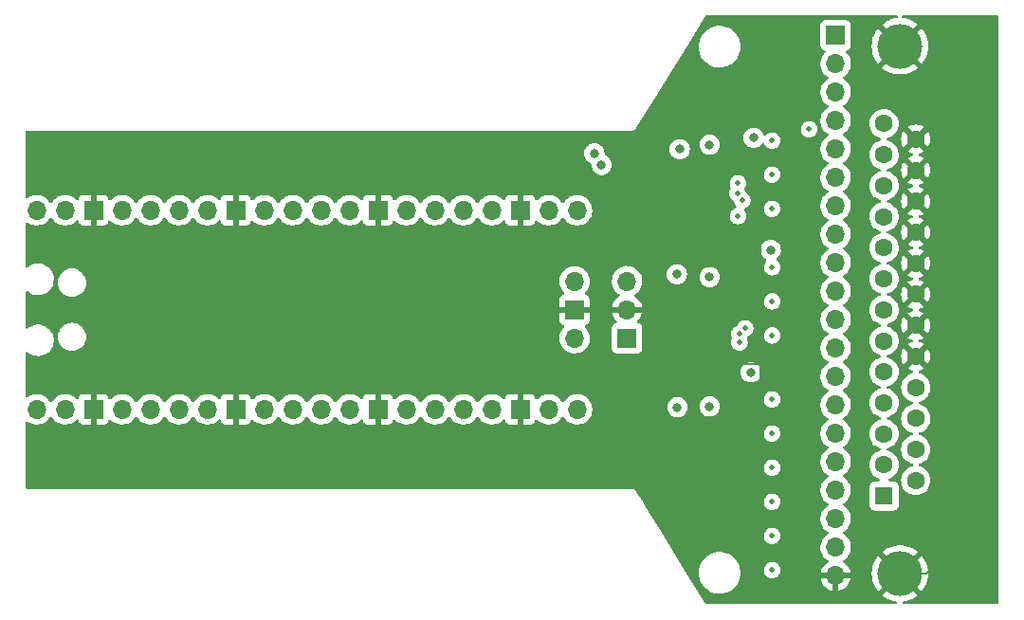
<source format=gbr>
%TF.GenerationSoftware,KiCad,Pcbnew,6.0.10-86aedd382b~118~ubuntu20.04.1*%
%TF.CreationDate,2022-12-30T18:50:17-08:00*%
%TF.ProjectId,parallel2usb,70617261-6c6c-4656-9c32-7573622e6b69,rev?*%
%TF.SameCoordinates,Original*%
%TF.FileFunction,Copper,L3,Inr*%
%TF.FilePolarity,Positive*%
%FSLAX46Y46*%
G04 Gerber Fmt 4.6, Leading zero omitted, Abs format (unit mm)*
G04 Created by KiCad (PCBNEW 6.0.10-86aedd382b~118~ubuntu20.04.1) date 2022-12-30 18:50:17*
%MOMM*%
%LPD*%
G01*
G04 APERTURE LIST*
%TA.AperFunction,ComponentPad*%
%ADD10C,4.000000*%
%TD*%
%TA.AperFunction,ComponentPad*%
%ADD11R,1.600000X1.600000*%
%TD*%
%TA.AperFunction,ComponentPad*%
%ADD12C,1.600000*%
%TD*%
%TA.AperFunction,ComponentPad*%
%ADD13O,1.700000X1.700000*%
%TD*%
%TA.AperFunction,ComponentPad*%
%ADD14R,1.700000X1.700000*%
%TD*%
%TA.AperFunction,ViaPad*%
%ADD15C,0.460000*%
%TD*%
%TA.AperFunction,ViaPad*%
%ADD16C,0.800000*%
%TD*%
%TA.AperFunction,Conductor*%
%ADD17C,0.200000*%
%TD*%
G04 APERTURE END LIST*
D10*
%TO.N,GND*%
%TO.C,J1*%
X200508000Y-78055000D03*
X200508000Y-125155000D03*
D11*
%TO.N,/STROBE*%
X199088000Y-118225000D03*
D12*
%TO.N,/D0*%
X199088000Y-115455000D03*
%TO.N,/D1*%
X199088000Y-112685000D03*
%TO.N,/D2*%
X199088000Y-109915000D03*
%TO.N,/D3*%
X199088000Y-107145000D03*
%TO.N,/D4*%
X199088000Y-104375000D03*
%TO.N,/D5*%
X199088000Y-101605000D03*
%TO.N,/D6*%
X199088000Y-98835000D03*
%TO.N,/D7*%
X199088000Y-96065000D03*
%TO.N,/ACK*%
X199088000Y-93295000D03*
%TO.N,/BUSY*%
X199088000Y-90525000D03*
%TO.N,/PE*%
X199088000Y-87755000D03*
%TO.N,/SEL*%
X199088000Y-84985000D03*
%TO.N,/AUTOF*%
X201928000Y-116840000D03*
%TO.N,/ERROR*%
X201928000Y-114070000D03*
%TO.N,/INIT*%
X201928000Y-111300000D03*
%TO.N,/SELIN*%
X201928000Y-108530000D03*
%TO.N,GND*%
X201928000Y-105760000D03*
X201928000Y-102990000D03*
X201928000Y-100220000D03*
X201928000Y-97450000D03*
X201928000Y-94680000D03*
X201928000Y-91910000D03*
X201928000Y-89140000D03*
X201928000Y-86370000D03*
%TD*%
D13*
%TO.N,/SWDIO*%
%TO.C,J3*%
X176149000Y-99045000D03*
%TO.N,GND*%
X176149000Y-101585000D03*
D14*
%TO.N,/SWCLK*%
X176149000Y-104125000D03*
%TD*%
D13*
%TO.N,/SWDIO*%
%TO.C,U4*%
X171450000Y-99060000D03*
D14*
%TO.N,GND*%
X171450000Y-101600000D03*
D13*
%TO.N,/SWCLK*%
X171450000Y-104140000D03*
%TO.N,+5V*%
X123420000Y-92710000D03*
%TO.N,unconnected-(U4-Pad39)*%
X125960000Y-92710000D03*
D14*
%TO.N,GND*%
X128500000Y-92710000D03*
D13*
%TO.N,unconnected-(U4-Pad37)*%
X131040000Y-92710000D03*
%TO.N,+3.3V*%
X133580000Y-92710000D03*
%TO.N,unconnected-(U4-Pad35)*%
X136120000Y-92710000D03*
%TO.N,unconnected-(U4-Pad34)*%
X138660000Y-92710000D03*
D14*
%TO.N,GND*%
X141200000Y-92710000D03*
D13*
%TO.N,unconnected-(U4-Pad32)*%
X143740000Y-92710000D03*
%TO.N,unconnected-(U4-Pad31)*%
X146280000Y-92710000D03*
%TO.N,unconnected-(U4-Pad30)*%
X148820000Y-92710000D03*
%TO.N,unconnected-(U4-Pad29)*%
X151360000Y-92710000D03*
D14*
%TO.N,GND*%
X153900000Y-92710000D03*
D13*
%TO.N,/SOEN_3*%
X156440000Y-92710000D03*
%TO.N,/ACK_3*%
X158980000Y-92710000D03*
%TO.N,/ERROR_3*%
X161520000Y-92710000D03*
%TO.N,/SEL_3*%
X164060000Y-92710000D03*
D14*
%TO.N,GND*%
X166600000Y-92710000D03*
D13*
%TO.N,/PE_3*%
X169140000Y-92710000D03*
%TO.N,/BUSY_3*%
X171680000Y-92710000D03*
%TO.N,/D7_3*%
X171680000Y-110490000D03*
%TO.N,/D6_3*%
X169140000Y-110490000D03*
D14*
%TO.N,GND*%
X166600000Y-110490000D03*
D13*
%TO.N,/D5_3*%
X164060000Y-110490000D03*
%TO.N,/D4_3*%
X161520000Y-110490000D03*
%TO.N,/D3_3*%
X158980000Y-110490000D03*
%TO.N,/D2_3*%
X156440000Y-110490000D03*
D14*
%TO.N,GND*%
X153900000Y-110490000D03*
D13*
%TO.N,/D1_3*%
X151360000Y-110490000D03*
%TO.N,/D0_3*%
X148820000Y-110490000D03*
%TO.N,/DOEN_3*%
X146280000Y-110490000D03*
%TO.N,/STROBE_3*%
X143740000Y-110490000D03*
D14*
%TO.N,GND*%
X141200000Y-110490000D03*
D13*
%TO.N,/AUTOF_3*%
X138660000Y-110490000D03*
%TO.N,/INIT_3*%
X136120000Y-110490000D03*
%TO.N,/SELIN_3*%
X133580000Y-110490000D03*
%TO.N,/COEN_3*%
X131040000Y-110490000D03*
D14*
%TO.N,GND*%
X128500000Y-110490000D03*
D13*
%TO.N,unconnected-(U4-Pad2)*%
X125960000Y-110490000D03*
%TO.N,unconnected-(U4-Pad1)*%
X123420000Y-110490000D03*
%TD*%
D14*
%TO.N,+3.3V*%
%TO.C,J2*%
X194770000Y-77082000D03*
D13*
%TO.N,+5V*%
X194770000Y-79622000D03*
%TO.N,/SEL*%
X194770000Y-82162000D03*
%TO.N,/PE*%
X194770000Y-84702000D03*
%TO.N,/BUSY*%
X194770000Y-87242000D03*
%TO.N,/ACK*%
X194770000Y-89782000D03*
%TO.N,/D7*%
X194770000Y-92322000D03*
%TO.N,/D6*%
X194770000Y-94862000D03*
%TO.N,/D5*%
X194770000Y-97402000D03*
%TO.N,/D4*%
X194770000Y-99942000D03*
%TO.N,/D3*%
X194770000Y-102482000D03*
%TO.N,/SELIN*%
X194770000Y-105022000D03*
%TO.N,/D2*%
X194770000Y-107562000D03*
%TO.N,/INIT*%
X194770000Y-110102000D03*
%TO.N,/D1*%
X194770000Y-112642000D03*
%TO.N,/ERROR*%
X194770000Y-115182000D03*
%TO.N,/D0*%
X194770000Y-117722000D03*
%TO.N,/AUTOF*%
X194770000Y-120262000D03*
%TO.N,/STROBE*%
X194770000Y-122802000D03*
%TO.N,GND*%
X194770000Y-125342000D03*
%TD*%
D15*
%TO.N,/SELIN*%
X192405000Y-85471000D03*
D16*
%TO.N,+5V*%
X183515000Y-98679000D03*
%TO.N,GND*%
X174625000Y-108839000D03*
%TO.N,+3.3V*%
X188976000Y-96266000D03*
X187198000Y-107188000D03*
X180594000Y-98425000D03*
%TO.N,+5V*%
X173228000Y-87630000D03*
%TO.N,+3.3V*%
X187452000Y-86233000D03*
X173863000Y-88656503D03*
D15*
%TO.N,/ACK*%
X186436000Y-91821000D03*
%TO.N,/ERROR*%
X186055000Y-93218000D03*
%TO.N,/INIT*%
X186690000Y-103251000D03*
%TO.N,/AUTOF*%
X186182000Y-103759000D03*
%TO.N,/STROBE*%
X186182000Y-104521000D03*
D16*
%TO.N,GND*%
X182118000Y-97028000D03*
X180721000Y-105156000D03*
X183515000Y-105156000D03*
D15*
%TO.N,+5V*%
X189103000Y-121793000D03*
%TO.N,GND*%
X189103000Y-123317000D03*
X189103000Y-117221000D03*
%TO.N,+5V*%
X189103000Y-112649000D03*
%TO.N,GND*%
X189103000Y-91059000D03*
X189103000Y-88011000D03*
D16*
X180721000Y-93726000D03*
X180721000Y-116713000D03*
D15*
%TO.N,+5V*%
X189103000Y-115697000D03*
D16*
%TO.N,GND*%
X182118000Y-108585000D03*
X183515000Y-116713000D03*
D15*
X189103000Y-120269000D03*
D16*
X183515000Y-93726000D03*
D15*
X189103000Y-126365000D03*
D16*
X182118000Y-85598000D03*
D15*
X189103000Y-94107000D03*
X189103000Y-102362000D03*
%TO.N,+5V*%
X189103000Y-92583000D03*
%TO.N,GND*%
X189103000Y-105410000D03*
X189103000Y-99314000D03*
X189103000Y-111125000D03*
%TO.N,/BUSY*%
X185984000Y-91186000D03*
%TO.N,/PE*%
X186055000Y-90297000D03*
D16*
%TO.N,+3.3V*%
X180641843Y-110315157D03*
X180848000Y-87249000D03*
D15*
%TO.N,+5V*%
X189103000Y-103886000D03*
D16*
X183515000Y-110236000D03*
D15*
X189103000Y-97790000D03*
%TO.N,GND*%
X189103000Y-114173000D03*
%TO.N,+5V*%
X189103000Y-109601000D03*
D16*
X183515000Y-86868000D03*
D15*
X189103000Y-100838000D03*
X189103000Y-86487000D03*
X189103000Y-89535000D03*
X189103000Y-118745000D03*
X189103000Y-124841000D03*
%TD*%
D17*
%TO.N,GND*%
X188087000Y-106426000D02*
X188087000Y-110998000D01*
X188087000Y-105410000D02*
X188087000Y-106426000D01*
X182118000Y-105156000D02*
X182118000Y-106426000D01*
X182118000Y-106426000D02*
X182118000Y-109474000D01*
X188087000Y-106426000D02*
X182118000Y-106426000D01*
X175006000Y-109347000D02*
X174625000Y-108966000D01*
X174625000Y-108966000D02*
X174625000Y-108839000D01*
X182118000Y-109474000D02*
X182118000Y-116713000D01*
X175006000Y-109347000D02*
X181991000Y-109347000D01*
X181991000Y-109347000D02*
X182118000Y-109474000D01*
X128500000Y-101576000D02*
X128500000Y-110490000D01*
X128500000Y-92710000D02*
X128500000Y-101576000D01*
X128500000Y-101576000D02*
X166600000Y-101576000D01*
X141200000Y-92710000D02*
X141200000Y-110490000D01*
X153900000Y-92710000D02*
X153900000Y-110490000D01*
X166600000Y-92710000D02*
X166600000Y-101576000D01*
X166600000Y-101576000D02*
X166624000Y-101600000D01*
X166600000Y-110490000D02*
X166600000Y-101624000D01*
X166600000Y-101624000D02*
X166624000Y-101600000D01*
X166624000Y-101600000D02*
X171450000Y-101600000D01*
X194770000Y-125342000D02*
X196716000Y-125342000D01*
X197612000Y-126619000D02*
X198120000Y-127127000D01*
X196716000Y-125342000D02*
X197612000Y-126238000D01*
X197612000Y-126238000D02*
X197612000Y-126619000D01*
X198120000Y-127127000D02*
X198536000Y-127127000D01*
X198536000Y-127127000D02*
X200508000Y-125155000D01*
X188087000Y-126365000D02*
X189230000Y-127508000D01*
X189230000Y-127508000D02*
X194183000Y-127508000D01*
X194183000Y-127508000D02*
X194770000Y-126921000D01*
X194770000Y-126921000D02*
X194770000Y-125342000D01*
X171450000Y-101600000D02*
X171465000Y-101585000D01*
X171465000Y-101585000D02*
X176149000Y-101585000D01*
X204597000Y-123444000D02*
X204597000Y-109093000D01*
X204597000Y-109093000D02*
X204597000Y-106172000D01*
X201928000Y-105760000D02*
X204597000Y-108429000D01*
X204597000Y-108429000D02*
X204597000Y-109093000D01*
X204597000Y-106172000D02*
X204597000Y-104013000D01*
X201928000Y-102990000D02*
X204597000Y-105659000D01*
X204597000Y-105659000D02*
X204597000Y-106172000D01*
X204597000Y-104013000D02*
X204597000Y-101219000D01*
X204597000Y-102889000D02*
X204597000Y-104013000D01*
X201928000Y-100220000D02*
X204597000Y-102889000D01*
X204597000Y-100119000D02*
X204597000Y-101219000D01*
X204597000Y-101219000D02*
X204597000Y-97536000D01*
X201928000Y-97450000D02*
X204597000Y-100119000D01*
X204597000Y-97536000D02*
X204597000Y-94869000D01*
X201928000Y-94680000D02*
X204597000Y-97349000D01*
X204597000Y-97349000D02*
X204597000Y-97536000D01*
X204597000Y-94869000D02*
X204597000Y-92329000D01*
X201928000Y-91910000D02*
X204597000Y-94579000D01*
X204597000Y-94579000D02*
X204597000Y-94869000D01*
X204597000Y-92329000D02*
X204597000Y-89281000D01*
X201928000Y-89140000D02*
X204597000Y-91809000D01*
X204597000Y-91809000D02*
X204597000Y-92329000D01*
X204597000Y-89281000D02*
X204597000Y-82144000D01*
X201928000Y-86370000D02*
X204597000Y-89039000D01*
X204597000Y-89039000D02*
X204597000Y-89281000D01*
X200508000Y-125155000D02*
X202886000Y-125155000D01*
X202886000Y-125155000D02*
X204597000Y-123444000D01*
X204597000Y-82144000D02*
X200508000Y-78055000D01*
X188087000Y-91059000D02*
X188087000Y-94107000D01*
X188087000Y-88011000D02*
X188087000Y-91059000D01*
X188087000Y-91059000D02*
X189103000Y-91059000D01*
X188087000Y-94107000D02*
X188087000Y-99314000D01*
X188087000Y-94107000D02*
X189103000Y-94107000D01*
X188087000Y-99314000D02*
X188087000Y-102362000D01*
X188087000Y-99314000D02*
X189103000Y-99314000D01*
X188087000Y-102362000D02*
X188087000Y-105410000D01*
X188087000Y-102362000D02*
X189103000Y-102362000D01*
X188087000Y-105410000D02*
X189103000Y-105410000D01*
X189103000Y-111125000D02*
X188214000Y-111125000D01*
X188214000Y-111125000D02*
X188087000Y-110998000D01*
X188087000Y-110998000D02*
X188087000Y-114173000D01*
X188087000Y-114173000D02*
X188087000Y-117221000D01*
X189103000Y-114173000D02*
X188087000Y-114173000D01*
X188087000Y-117221000D02*
X188087000Y-120269000D01*
X189103000Y-117221000D02*
X188087000Y-117221000D01*
X188087000Y-120269000D02*
X188087000Y-123317000D01*
X189103000Y-120269000D02*
X188087000Y-120269000D01*
X188087000Y-123317000D02*
X188087000Y-126365000D01*
X189103000Y-123317000D02*
X188087000Y-123317000D01*
X188087000Y-126365000D02*
X189103000Y-126365000D01*
X189103000Y-88011000D02*
X188087000Y-88011000D01*
X182118000Y-93726000D02*
X182118000Y-97028000D01*
X182118000Y-97028000D02*
X182118000Y-105156000D01*
X182118000Y-93726000D02*
X183515000Y-93726000D01*
X182118000Y-85598000D02*
X182118000Y-93726000D01*
X182118000Y-93726000D02*
X180721000Y-93726000D01*
X182118000Y-116713000D02*
X183515000Y-116713000D01*
X180721000Y-116713000D02*
X182118000Y-116713000D01*
X182118000Y-105156000D02*
X180721000Y-105156000D01*
X182118000Y-105156000D02*
X183515000Y-105156000D01*
%TD*%
%TA.AperFunction,Conductor*%
%TO.N,GND*%
G36*
X200279794Y-75331502D02*
G01*
X200326287Y-75385158D01*
X200336391Y-75455432D01*
X200306897Y-75520012D01*
X200247171Y-75558396D01*
X200227465Y-75562506D01*
X200041050Y-75586055D01*
X200033279Y-75587538D01*
X199735296Y-75664047D01*
X199727770Y-75666492D01*
X199441707Y-75779753D01*
X199434572Y-75783110D01*
X199164961Y-75931330D01*
X199158281Y-75935570D01*
X198935177Y-76097664D01*
X198926754Y-76108587D01*
X198933658Y-76121448D01*
X200495188Y-77682978D01*
X200509132Y-77690592D01*
X200510965Y-77690461D01*
X200517580Y-77686210D01*
X202082666Y-76121124D01*
X202089279Y-76109013D01*
X202080452Y-76097395D01*
X201857719Y-75935570D01*
X201851039Y-75931330D01*
X201581428Y-75783110D01*
X201574293Y-75779753D01*
X201288230Y-75666492D01*
X201280704Y-75664047D01*
X200982721Y-75587538D01*
X200974950Y-75586055D01*
X200788535Y-75562506D01*
X200723459Y-75534125D01*
X200684057Y-75475065D01*
X200682840Y-75404079D01*
X200720195Y-75343704D01*
X200784261Y-75313108D01*
X200804327Y-75311500D01*
X209169500Y-75311500D01*
X209237621Y-75331502D01*
X209284114Y-75385158D01*
X209295500Y-75437500D01*
X209295500Y-127762500D01*
X209275498Y-127830621D01*
X209221842Y-127877114D01*
X209169500Y-127888500D01*
X200883486Y-127888500D01*
X200815365Y-127868498D01*
X200768872Y-127814842D01*
X200758768Y-127744568D01*
X200788262Y-127679988D01*
X200847988Y-127641604D01*
X200867694Y-127637494D01*
X200974950Y-127623945D01*
X200982721Y-127622462D01*
X201280704Y-127545953D01*
X201288230Y-127543508D01*
X201574293Y-127430247D01*
X201581428Y-127426890D01*
X201851039Y-127278670D01*
X201857719Y-127274430D01*
X202080823Y-127112336D01*
X202089246Y-127101413D01*
X202082342Y-127088552D01*
X200520812Y-125527022D01*
X200506868Y-125519408D01*
X200505035Y-125519539D01*
X200498420Y-125523790D01*
X198933334Y-127088876D01*
X198926721Y-127100987D01*
X198935548Y-127112605D01*
X199158281Y-127274430D01*
X199164961Y-127278670D01*
X199434572Y-127426890D01*
X199441707Y-127430247D01*
X199727770Y-127543508D01*
X199735296Y-127545953D01*
X200033279Y-127622462D01*
X200041050Y-127623945D01*
X200148306Y-127637494D01*
X200213382Y-127665875D01*
X200252784Y-127724935D01*
X200254001Y-127795921D01*
X200216646Y-127856296D01*
X200152580Y-127886892D01*
X200132514Y-127888500D01*
X183233984Y-127888500D01*
X183165863Y-127868498D01*
X183126766Y-127828684D01*
X181465403Y-125137277D01*
X182541009Y-125137277D01*
X182566625Y-125405769D01*
X182567710Y-125410203D01*
X182567711Y-125410209D01*
X182613174Y-125596000D01*
X182630731Y-125667750D01*
X182731985Y-125917733D01*
X182868265Y-126150482D01*
X182871118Y-126154049D01*
X182988686Y-126301060D01*
X183036716Y-126361119D01*
X183233809Y-126545234D01*
X183455416Y-126698968D01*
X183459499Y-126700999D01*
X183459502Y-126701001D01*
X183513849Y-126728038D01*
X183696894Y-126819101D01*
X183701228Y-126820522D01*
X183701231Y-126820523D01*
X183948853Y-126901698D01*
X183948859Y-126901699D01*
X183953186Y-126903118D01*
X183957677Y-126903898D01*
X183957678Y-126903898D01*
X184215140Y-126948601D01*
X184215148Y-126948602D01*
X184218921Y-126949257D01*
X184222758Y-126949448D01*
X184302578Y-126953422D01*
X184302586Y-126953422D01*
X184304149Y-126953500D01*
X184472512Y-126953500D01*
X184474780Y-126953335D01*
X184474792Y-126953335D01*
X184605884Y-126943823D01*
X184673004Y-126938953D01*
X184677459Y-126937969D01*
X184677462Y-126937969D01*
X184931912Y-126881791D01*
X184931916Y-126881790D01*
X184936372Y-126880806D01*
X185062480Y-126833028D01*
X185184318Y-126786868D01*
X185184321Y-126786867D01*
X185188588Y-126785250D01*
X185393539Y-126671410D01*
X185420375Y-126656504D01*
X185420376Y-126656503D01*
X185424368Y-126654286D01*
X185638773Y-126490657D01*
X185673713Y-126454916D01*
X185824117Y-126301060D01*
X185827312Y-126297792D01*
X185986034Y-126079730D01*
X186069190Y-125921676D01*
X186109490Y-125845079D01*
X186109493Y-125845073D01*
X186111615Y-125841039D01*
X186174378Y-125663312D01*
X186193216Y-125609966D01*
X193438257Y-125609966D01*
X193468565Y-125744446D01*
X193471645Y-125754275D01*
X193551770Y-125951603D01*
X193556413Y-125960794D01*
X193667694Y-126142388D01*
X193673777Y-126150699D01*
X193813213Y-126311667D01*
X193820580Y-126318883D01*
X193984434Y-126454916D01*
X193992881Y-126460831D01*
X194176756Y-126568279D01*
X194186042Y-126572729D01*
X194385001Y-126648703D01*
X194394899Y-126651579D01*
X194498250Y-126672606D01*
X194512299Y-126671410D01*
X194516000Y-126661065D01*
X194516000Y-126660517D01*
X195024000Y-126660517D01*
X195028064Y-126674359D01*
X195041478Y-126676393D01*
X195048184Y-126675534D01*
X195058262Y-126673392D01*
X195262255Y-126612191D01*
X195271842Y-126608433D01*
X195463095Y-126514739D01*
X195471945Y-126509464D01*
X195645328Y-126385792D01*
X195653200Y-126379139D01*
X195804052Y-126228812D01*
X195810730Y-126220965D01*
X195935003Y-126048020D01*
X195940313Y-126039183D01*
X196034670Y-125848267D01*
X196038469Y-125838672D01*
X196100377Y-125634910D01*
X196102555Y-125624837D01*
X196103986Y-125613962D01*
X196101775Y-125599778D01*
X196088617Y-125596000D01*
X195042115Y-125596000D01*
X195026876Y-125600475D01*
X195025671Y-125601865D01*
X195024000Y-125609548D01*
X195024000Y-126660517D01*
X194516000Y-126660517D01*
X194516000Y-125614115D01*
X194511525Y-125598876D01*
X194510135Y-125597671D01*
X194502452Y-125596000D01*
X193453225Y-125596000D01*
X193439694Y-125599973D01*
X193438257Y-125609966D01*
X186193216Y-125609966D01*
X186199902Y-125591033D01*
X186199902Y-125591032D01*
X186201425Y-125586720D01*
X186253581Y-125322100D01*
X186253808Y-125317544D01*
X186266764Y-125057292D01*
X186266764Y-125057286D01*
X186266991Y-125052723D01*
X186245801Y-124830624D01*
X188359899Y-124830624D01*
X188376067Y-124995514D01*
X188428364Y-125152725D01*
X188514192Y-125294443D01*
X188629284Y-125413625D01*
X188635176Y-125417480D01*
X188635180Y-125417484D01*
X188762024Y-125500488D01*
X188767920Y-125504346D01*
X188774524Y-125506802D01*
X188774526Y-125506803D01*
X188820203Y-125523790D01*
X188923210Y-125562098D01*
X189087436Y-125584010D01*
X189094447Y-125583372D01*
X189094451Y-125583372D01*
X189245415Y-125569633D01*
X189252436Y-125568994D01*
X189259138Y-125566816D01*
X189259140Y-125566816D01*
X189403309Y-125519973D01*
X189403312Y-125519972D01*
X189410008Y-125517796D01*
X189496907Y-125465994D01*
X189546267Y-125436570D01*
X189546270Y-125436568D01*
X189552322Y-125432960D01*
X189664040Y-125326572D01*
X189667200Y-125323563D01*
X189667202Y-125323561D01*
X189672304Y-125318702D01*
X189763990Y-125180703D01*
X189772250Y-125158958D01*
X197995290Y-125158958D01*
X198014607Y-125465994D01*
X198015600Y-125473855D01*
X198073246Y-125776046D01*
X198075217Y-125783723D01*
X198170284Y-126076309D01*
X198173199Y-126083672D01*
X198304189Y-126362041D01*
X198308001Y-126368974D01*
X198472851Y-126628736D01*
X198477495Y-126635129D01*
X198552497Y-126725790D01*
X198565014Y-126734245D01*
X198575752Y-126728038D01*
X200135978Y-125167812D01*
X200142356Y-125156132D01*
X200872408Y-125156132D01*
X200872539Y-125157965D01*
X200876790Y-125164580D01*
X202439145Y-126726935D01*
X202452407Y-126734177D01*
X202462512Y-126726988D01*
X202538505Y-126635129D01*
X202543149Y-126628736D01*
X202707999Y-126368974D01*
X202711811Y-126362041D01*
X202842801Y-126083672D01*
X202845716Y-126076309D01*
X202940783Y-125783723D01*
X202942754Y-125776046D01*
X203000400Y-125473855D01*
X203001393Y-125465994D01*
X203020710Y-125158958D01*
X203020710Y-125151042D01*
X203001393Y-124844006D01*
X203000400Y-124836145D01*
X202942754Y-124533954D01*
X202940783Y-124526277D01*
X202845716Y-124233691D01*
X202842801Y-124226328D01*
X202711811Y-123947959D01*
X202707999Y-123941026D01*
X202543149Y-123681264D01*
X202538505Y-123674871D01*
X202463503Y-123584210D01*
X202450986Y-123575755D01*
X202440248Y-123581962D01*
X200880022Y-125142188D01*
X200872408Y-125156132D01*
X200142356Y-125156132D01*
X200143592Y-125153868D01*
X200143461Y-125152035D01*
X200139210Y-125145420D01*
X198576855Y-123583065D01*
X198563593Y-123575823D01*
X198553488Y-123583012D01*
X198477495Y-123674871D01*
X198472851Y-123681264D01*
X198308001Y-123941026D01*
X198304189Y-123947959D01*
X198173199Y-124226328D01*
X198170284Y-124233691D01*
X198075217Y-124526277D01*
X198073246Y-124533954D01*
X198015600Y-124836145D01*
X198014607Y-124844006D01*
X197995290Y-125151042D01*
X197995290Y-125158958D01*
X189772250Y-125158958D01*
X189810870Y-125057292D01*
X189820325Y-125032402D01*
X189820326Y-125032400D01*
X189822825Y-125025820D01*
X189839401Y-124907875D01*
X189845332Y-124865675D01*
X189845333Y-124865668D01*
X189845883Y-124861751D01*
X189846173Y-124841000D01*
X189827705Y-124676351D01*
X189773218Y-124519886D01*
X189748743Y-124480717D01*
X189689153Y-124385354D01*
X189685420Y-124379380D01*
X189568675Y-124261817D01*
X189558520Y-124255372D01*
X189458717Y-124192036D01*
X189428786Y-124173041D01*
X189318269Y-124133687D01*
X189279338Y-124119824D01*
X189279336Y-124119823D01*
X189272704Y-124117462D01*
X189265718Y-124116629D01*
X189265714Y-124116628D01*
X189149501Y-124102771D01*
X189108188Y-124097845D01*
X189101186Y-124098581D01*
X189101184Y-124098581D01*
X188950415Y-124114428D01*
X188950413Y-124114428D01*
X188943415Y-124115164D01*
X188786572Y-124168557D01*
X188748408Y-124192036D01*
X188651459Y-124251679D01*
X188651456Y-124251681D01*
X188645457Y-124255372D01*
X188527082Y-124371293D01*
X188437331Y-124510559D01*
X188434920Y-124517182D01*
X188434919Y-124517185D01*
X188383075Y-124659626D01*
X188383074Y-124659631D01*
X188380665Y-124666249D01*
X188359899Y-124830624D01*
X186245801Y-124830624D01*
X186241375Y-124784231D01*
X186221453Y-124702814D01*
X186178355Y-124526688D01*
X186177269Y-124522250D01*
X186076015Y-124272267D01*
X185939735Y-124039518D01*
X185821928Y-123892208D01*
X185774136Y-123832447D01*
X185774135Y-123832445D01*
X185771284Y-123828881D01*
X185574191Y-123644766D01*
X185352584Y-123491032D01*
X185348501Y-123489001D01*
X185348498Y-123488999D01*
X185183606Y-123406967D01*
X185111106Y-123370899D01*
X185106772Y-123369478D01*
X185106769Y-123369477D01*
X184859147Y-123288302D01*
X184859141Y-123288301D01*
X184854814Y-123286882D01*
X184850322Y-123286102D01*
X184592860Y-123241399D01*
X184592852Y-123241398D01*
X184589079Y-123240743D01*
X184577817Y-123240182D01*
X184505422Y-123236578D01*
X184505414Y-123236578D01*
X184503851Y-123236500D01*
X184335488Y-123236500D01*
X184333220Y-123236665D01*
X184333208Y-123236665D01*
X184202116Y-123246177D01*
X184134996Y-123251047D01*
X184130541Y-123252031D01*
X184130538Y-123252031D01*
X183876088Y-123308209D01*
X183876084Y-123308210D01*
X183871628Y-123309194D01*
X183745520Y-123356972D01*
X183623682Y-123403132D01*
X183623679Y-123403133D01*
X183619412Y-123404750D01*
X183383632Y-123535714D01*
X183169227Y-123699343D01*
X182980688Y-123892208D01*
X182821966Y-124110270D01*
X182784055Y-124182327D01*
X182698510Y-124344921D01*
X182698507Y-124344927D01*
X182696385Y-124348961D01*
X182694865Y-124353266D01*
X182694863Y-124353270D01*
X182631057Y-124533954D01*
X182606575Y-124603280D01*
X182588746Y-124693739D01*
X182556412Y-124857790D01*
X182554419Y-124867900D01*
X182554192Y-124872453D01*
X182554192Y-124872456D01*
X182543660Y-125084027D01*
X182541009Y-125137277D01*
X181465403Y-125137277D01*
X180003315Y-122768695D01*
X193407251Y-122768695D01*
X193407548Y-122773848D01*
X193407548Y-122773851D01*
X193413011Y-122868590D01*
X193420110Y-122991715D01*
X193421247Y-122996761D01*
X193421248Y-122996767D01*
X193429993Y-123035570D01*
X193469222Y-123209639D01*
X193553266Y-123416616D01*
X193555965Y-123421020D01*
X193655266Y-123583065D01*
X193669987Y-123607088D01*
X193816250Y-123775938D01*
X193988126Y-123918632D01*
X194061955Y-123961774D01*
X194110679Y-124013412D01*
X194123750Y-124083195D01*
X194097019Y-124148967D01*
X194056562Y-124182327D01*
X194048457Y-124186546D01*
X194039738Y-124192036D01*
X193869433Y-124319905D01*
X193861726Y-124326748D01*
X193714590Y-124480717D01*
X193708104Y-124488727D01*
X193588098Y-124664649D01*
X193583000Y-124673623D01*
X193493338Y-124866783D01*
X193489775Y-124876470D01*
X193434389Y-125076183D01*
X193435912Y-125084607D01*
X193448292Y-125088000D01*
X196088344Y-125088000D01*
X196101875Y-125084027D01*
X196103180Y-125074947D01*
X196061214Y-124907875D01*
X196057894Y-124898124D01*
X195972972Y-124702814D01*
X195968105Y-124693739D01*
X195852426Y-124514926D01*
X195846136Y-124506757D01*
X195702806Y-124349240D01*
X195695273Y-124342215D01*
X195528139Y-124210222D01*
X195519556Y-124204520D01*
X195482602Y-124184120D01*
X195432631Y-124133687D01*
X195417859Y-124064245D01*
X195442975Y-123997839D01*
X195470327Y-123971232D01*
X195512674Y-123941026D01*
X195649860Y-123843173D01*
X195808096Y-123685489D01*
X195835114Y-123647890D01*
X195935435Y-123508277D01*
X195938453Y-123504077D01*
X195986448Y-123406967D01*
X196035136Y-123308453D01*
X196035137Y-123308451D01*
X196037430Y-123303811D01*
X196066361Y-123208587D01*
X198926754Y-123208587D01*
X198933658Y-123221448D01*
X200495188Y-124782978D01*
X200509132Y-124790592D01*
X200510965Y-124790461D01*
X200517580Y-124786210D01*
X202082666Y-123221124D01*
X202089279Y-123209013D01*
X202080452Y-123197395D01*
X201857719Y-123035570D01*
X201851039Y-123031330D01*
X201581428Y-122883110D01*
X201574293Y-122879753D01*
X201288230Y-122766492D01*
X201280704Y-122764047D01*
X200982721Y-122687538D01*
X200974950Y-122686055D01*
X200669722Y-122647497D01*
X200661831Y-122647000D01*
X200354169Y-122647000D01*
X200346278Y-122647497D01*
X200041050Y-122686055D01*
X200033279Y-122687538D01*
X199735296Y-122764047D01*
X199727770Y-122766492D01*
X199441707Y-122879753D01*
X199434572Y-122883110D01*
X199164961Y-123031330D01*
X199158281Y-123035570D01*
X198935177Y-123197664D01*
X198926754Y-123208587D01*
X196066361Y-123208587D01*
X196102370Y-123090069D01*
X196131529Y-122868590D01*
X196133156Y-122802000D01*
X196114852Y-122579361D01*
X196060431Y-122362702D01*
X195971354Y-122157840D01*
X195850014Y-121970277D01*
X195699670Y-121805051D01*
X195695619Y-121801852D01*
X195695615Y-121801848D01*
X195528414Y-121669800D01*
X195528410Y-121669798D01*
X195524359Y-121666598D01*
X195483053Y-121643796D01*
X195433084Y-121593364D01*
X195418312Y-121523921D01*
X195443428Y-121457516D01*
X195470780Y-121430909D01*
X195514603Y-121399650D01*
X195649860Y-121303173D01*
X195808096Y-121145489D01*
X195826012Y-121120557D01*
X195935435Y-120968277D01*
X195938453Y-120964077D01*
X196037430Y-120763811D01*
X196102370Y-120550069D01*
X196131529Y-120328590D01*
X196133156Y-120262000D01*
X196114852Y-120039361D01*
X196060431Y-119822702D01*
X195971354Y-119617840D01*
X195949722Y-119584401D01*
X195852822Y-119434617D01*
X195852820Y-119434614D01*
X195850014Y-119430277D01*
X195699670Y-119265051D01*
X195695619Y-119261852D01*
X195695615Y-119261848D01*
X195528414Y-119129800D01*
X195528410Y-119129798D01*
X195524359Y-119126598D01*
X195483053Y-119103796D01*
X195433084Y-119053364D01*
X195418312Y-118983921D01*
X195443428Y-118917516D01*
X195470780Y-118890909D01*
X195514603Y-118859650D01*
X195649860Y-118763173D01*
X195671473Y-118741636D01*
X195804435Y-118609137D01*
X195808096Y-118605489D01*
X195826160Y-118580351D01*
X195935435Y-118428277D01*
X195938453Y-118424077D01*
X195943767Y-118413326D01*
X196035136Y-118228453D01*
X196035137Y-118228451D01*
X196037430Y-118223811D01*
X196102370Y-118010069D01*
X196131529Y-117788590D01*
X196132207Y-117760841D01*
X196133074Y-117725365D01*
X196133074Y-117725361D01*
X196133156Y-117722000D01*
X196114852Y-117499361D01*
X196060431Y-117282702D01*
X195971354Y-117077840D01*
X195873143Y-116926029D01*
X195852822Y-116894617D01*
X195852820Y-116894614D01*
X195850014Y-116890277D01*
X195699670Y-116725051D01*
X195695619Y-116721852D01*
X195695615Y-116721848D01*
X195528414Y-116589800D01*
X195528410Y-116589798D01*
X195524359Y-116586598D01*
X195483053Y-116563796D01*
X195433084Y-116513364D01*
X195418312Y-116443921D01*
X195443428Y-116377516D01*
X195470780Y-116350909D01*
X195537670Y-116303197D01*
X195649860Y-116223173D01*
X195808096Y-116065489D01*
X195844556Y-116014750D01*
X195935435Y-115888277D01*
X195938453Y-115884077D01*
X195943015Y-115874848D01*
X196035136Y-115688453D01*
X196035137Y-115688451D01*
X196037430Y-115683811D01*
X196075245Y-115559347D01*
X196100865Y-115475023D01*
X196100865Y-115475021D01*
X196102370Y-115470069D01*
X196104354Y-115455000D01*
X197774502Y-115455000D01*
X197794457Y-115683087D01*
X197795881Y-115688400D01*
X197795881Y-115688402D01*
X197845840Y-115874848D01*
X197853716Y-115904243D01*
X197856039Y-115909224D01*
X197856039Y-115909225D01*
X197948151Y-116106762D01*
X197948154Y-116106767D01*
X197950477Y-116111749D01*
X198004035Y-116188238D01*
X198077090Y-116292570D01*
X198081802Y-116299300D01*
X198243700Y-116461198D01*
X198248208Y-116464355D01*
X198248211Y-116464357D01*
X198318201Y-116513364D01*
X198431251Y-116592523D01*
X198436233Y-116594846D01*
X198436238Y-116594849D01*
X198610923Y-116676305D01*
X198664208Y-116723222D01*
X198683669Y-116791499D01*
X198663127Y-116859459D01*
X198609105Y-116905525D01*
X198557673Y-116916500D01*
X198239866Y-116916500D01*
X198177684Y-116923255D01*
X198041295Y-116974385D01*
X197924739Y-117061739D01*
X197837385Y-117178295D01*
X197786255Y-117314684D01*
X197779500Y-117376866D01*
X197779500Y-119073134D01*
X197786255Y-119135316D01*
X197837385Y-119271705D01*
X197924739Y-119388261D01*
X198041295Y-119475615D01*
X198177684Y-119526745D01*
X198239866Y-119533500D01*
X199936134Y-119533500D01*
X199998316Y-119526745D01*
X200134705Y-119475615D01*
X200251261Y-119388261D01*
X200338615Y-119271705D01*
X200389745Y-119135316D01*
X200396500Y-119073134D01*
X200396500Y-117376866D01*
X200389745Y-117314684D01*
X200338615Y-117178295D01*
X200251261Y-117061739D01*
X200134705Y-116974385D01*
X199998316Y-116923255D01*
X199936134Y-116916500D01*
X199618327Y-116916500D01*
X199550206Y-116896498D01*
X199503713Y-116842842D01*
X199503304Y-116840000D01*
X200614502Y-116840000D01*
X200634457Y-117068087D01*
X200693716Y-117289243D01*
X200696039Y-117294224D01*
X200696039Y-117294225D01*
X200788151Y-117491762D01*
X200788154Y-117491767D01*
X200790477Y-117496749D01*
X200793634Y-117501257D01*
X200875882Y-117618719D01*
X200921802Y-117684300D01*
X201083700Y-117846198D01*
X201088208Y-117849355D01*
X201088211Y-117849357D01*
X201153686Y-117895203D01*
X201271251Y-117977523D01*
X201276233Y-117979846D01*
X201276238Y-117979849D01*
X201370544Y-118023824D01*
X201478757Y-118074284D01*
X201484065Y-118075706D01*
X201484067Y-118075707D01*
X201694598Y-118132119D01*
X201694600Y-118132119D01*
X201699913Y-118133543D01*
X201928000Y-118153498D01*
X202156087Y-118133543D01*
X202161400Y-118132119D01*
X202161402Y-118132119D01*
X202371933Y-118075707D01*
X202371935Y-118075706D01*
X202377243Y-118074284D01*
X202485456Y-118023824D01*
X202579762Y-117979849D01*
X202579767Y-117979846D01*
X202584749Y-117977523D01*
X202702314Y-117895203D01*
X202767789Y-117849357D01*
X202767792Y-117849355D01*
X202772300Y-117846198D01*
X202934198Y-117684300D01*
X202980119Y-117618719D01*
X203062366Y-117501257D01*
X203065523Y-117496749D01*
X203067846Y-117491767D01*
X203067849Y-117491762D01*
X203159961Y-117294225D01*
X203159961Y-117294224D01*
X203162284Y-117289243D01*
X203221543Y-117068087D01*
X203241498Y-116840000D01*
X203221543Y-116611913D01*
X203216971Y-116594849D01*
X203163707Y-116396067D01*
X203163706Y-116396065D01*
X203162284Y-116390757D01*
X203139304Y-116341476D01*
X203067849Y-116188238D01*
X203067846Y-116188233D01*
X203065523Y-116183251D01*
X202947537Y-116014750D01*
X202937357Y-116000211D01*
X202937355Y-116000208D01*
X202934198Y-115995700D01*
X202772300Y-115833802D01*
X202767792Y-115830645D01*
X202767789Y-115830643D01*
X202689611Y-115775902D01*
X202584749Y-115702477D01*
X202579767Y-115700154D01*
X202579762Y-115700151D01*
X202382225Y-115608039D01*
X202382224Y-115608039D01*
X202377243Y-115605716D01*
X202371935Y-115604294D01*
X202371933Y-115604293D01*
X202268981Y-115576707D01*
X202208358Y-115539755D01*
X202177337Y-115475894D01*
X202185765Y-115405400D01*
X202230968Y-115350653D01*
X202268981Y-115333293D01*
X202371933Y-115305707D01*
X202371935Y-115305706D01*
X202377243Y-115304284D01*
X202382225Y-115301961D01*
X202579762Y-115209849D01*
X202579767Y-115209846D01*
X202584749Y-115207523D01*
X202715027Y-115116301D01*
X202767789Y-115079357D01*
X202767792Y-115079355D01*
X202772300Y-115076198D01*
X202934198Y-114914300D01*
X203065523Y-114726749D01*
X203067846Y-114721767D01*
X203067849Y-114721762D01*
X203159961Y-114524225D01*
X203159961Y-114524224D01*
X203162284Y-114519243D01*
X203163857Y-114513375D01*
X203220119Y-114303402D01*
X203220119Y-114303400D01*
X203221543Y-114298087D01*
X203241498Y-114070000D01*
X203221543Y-113841913D01*
X203216971Y-113824849D01*
X203163707Y-113626067D01*
X203163706Y-113626065D01*
X203162284Y-113620757D01*
X203158215Y-113612031D01*
X203067849Y-113418238D01*
X203067846Y-113418233D01*
X203065523Y-113413251D01*
X202992098Y-113308389D01*
X202937357Y-113230211D01*
X202937355Y-113230208D01*
X202934198Y-113225700D01*
X202772300Y-113063802D01*
X202767792Y-113060645D01*
X202767789Y-113060643D01*
X202655639Y-112982115D01*
X202584749Y-112932477D01*
X202579767Y-112930154D01*
X202579762Y-112930151D01*
X202382225Y-112838039D01*
X202382224Y-112838039D01*
X202377243Y-112835716D01*
X202371935Y-112834294D01*
X202371933Y-112834293D01*
X202268981Y-112806707D01*
X202208358Y-112769755D01*
X202177337Y-112705894D01*
X202185765Y-112635400D01*
X202230968Y-112580653D01*
X202268981Y-112563293D01*
X202371933Y-112535707D01*
X202371935Y-112535706D01*
X202377243Y-112534284D01*
X202382225Y-112531961D01*
X202579762Y-112439849D01*
X202579767Y-112439846D01*
X202584749Y-112437523D01*
X202689611Y-112364098D01*
X202767789Y-112309357D01*
X202767792Y-112309355D01*
X202772300Y-112306198D01*
X202934198Y-112144300D01*
X203065523Y-111956749D01*
X203067846Y-111951767D01*
X203067849Y-111951762D01*
X203159961Y-111754225D01*
X203159961Y-111754224D01*
X203162284Y-111749243D01*
X203175220Y-111700968D01*
X203220119Y-111533402D01*
X203220119Y-111533400D01*
X203221543Y-111528087D01*
X203241498Y-111300000D01*
X203221543Y-111071913D01*
X203216971Y-111054849D01*
X203163707Y-110856067D01*
X203163706Y-110856065D01*
X203162284Y-110850757D01*
X203159961Y-110845775D01*
X203067849Y-110648238D01*
X203067846Y-110648233D01*
X203065523Y-110643251D01*
X202968778Y-110505085D01*
X202937357Y-110460211D01*
X202937355Y-110460208D01*
X202934198Y-110455700D01*
X202772300Y-110293802D01*
X202767792Y-110290645D01*
X202767789Y-110290643D01*
X202680375Y-110229435D01*
X202584749Y-110162477D01*
X202579767Y-110160154D01*
X202579762Y-110160151D01*
X202382225Y-110068039D01*
X202382224Y-110068039D01*
X202377243Y-110065716D01*
X202371935Y-110064294D01*
X202371933Y-110064293D01*
X202268981Y-110036707D01*
X202208358Y-109999755D01*
X202177337Y-109935894D01*
X202185765Y-109865400D01*
X202230968Y-109810653D01*
X202268981Y-109793293D01*
X202371933Y-109765707D01*
X202371935Y-109765706D01*
X202377243Y-109764284D01*
X202382225Y-109761961D01*
X202579762Y-109669849D01*
X202579767Y-109669846D01*
X202584749Y-109667523D01*
X202736715Y-109561115D01*
X202767789Y-109539357D01*
X202767792Y-109539355D01*
X202772300Y-109536198D01*
X202934198Y-109374300D01*
X202939166Y-109367206D01*
X203009711Y-109266457D01*
X203065523Y-109186749D01*
X203067846Y-109181767D01*
X203067849Y-109181762D01*
X203159961Y-108984225D01*
X203159961Y-108984224D01*
X203162284Y-108979243D01*
X203175866Y-108928557D01*
X203220119Y-108763402D01*
X203220119Y-108763400D01*
X203221543Y-108758087D01*
X203241498Y-108530000D01*
X203221543Y-108301913D01*
X203216971Y-108284849D01*
X203163707Y-108086067D01*
X203163706Y-108086065D01*
X203162284Y-108080757D01*
X203149858Y-108054109D01*
X203067849Y-107878238D01*
X203067846Y-107878233D01*
X203065523Y-107873251D01*
X202934198Y-107685700D01*
X202772300Y-107523802D01*
X202767792Y-107520645D01*
X202767789Y-107520643D01*
X202689611Y-107465902D01*
X202584749Y-107392477D01*
X202579767Y-107390154D01*
X202579762Y-107390151D01*
X202382225Y-107298039D01*
X202382224Y-107298039D01*
X202377243Y-107295716D01*
X202268014Y-107266448D01*
X202207392Y-107229496D01*
X202176370Y-107165635D01*
X202184799Y-107095141D01*
X202230002Y-107040394D01*
X202268015Y-107023034D01*
X202371761Y-106995236D01*
X202382053Y-106991490D01*
X202579511Y-106899414D01*
X202589006Y-106893931D01*
X202641048Y-106857491D01*
X202649424Y-106847012D01*
X202642356Y-106833566D01*
X201940812Y-106132022D01*
X201926868Y-106124408D01*
X201925035Y-106124539D01*
X201918420Y-106128790D01*
X201212923Y-106834287D01*
X201206493Y-106846062D01*
X201215789Y-106858077D01*
X201266994Y-106893931D01*
X201276489Y-106899414D01*
X201473947Y-106991490D01*
X201484239Y-106995236D01*
X201587985Y-107023034D01*
X201648608Y-107059985D01*
X201679629Y-107123846D01*
X201671201Y-107194340D01*
X201625998Y-107249088D01*
X201587986Y-107266448D01*
X201478757Y-107295716D01*
X201473776Y-107298039D01*
X201473775Y-107298039D01*
X201276238Y-107390151D01*
X201276233Y-107390154D01*
X201271251Y-107392477D01*
X201166389Y-107465902D01*
X201088211Y-107520643D01*
X201088208Y-107520645D01*
X201083700Y-107523802D01*
X200921802Y-107685700D01*
X200790477Y-107873251D01*
X200788154Y-107878233D01*
X200788151Y-107878238D01*
X200706142Y-108054109D01*
X200693716Y-108080757D01*
X200692294Y-108086065D01*
X200692293Y-108086067D01*
X200639029Y-108284849D01*
X200634457Y-108301913D01*
X200614502Y-108530000D01*
X200634457Y-108758087D01*
X200635881Y-108763400D01*
X200635881Y-108763402D01*
X200680135Y-108928557D01*
X200693716Y-108979243D01*
X200696039Y-108984224D01*
X200696039Y-108984225D01*
X200788151Y-109181762D01*
X200788154Y-109181767D01*
X200790477Y-109186749D01*
X200846289Y-109266457D01*
X200916835Y-109367206D01*
X200921802Y-109374300D01*
X201083700Y-109536198D01*
X201088208Y-109539355D01*
X201088211Y-109539357D01*
X201119285Y-109561115D01*
X201271251Y-109667523D01*
X201276233Y-109669846D01*
X201276238Y-109669849D01*
X201473775Y-109761961D01*
X201478757Y-109764284D01*
X201484065Y-109765706D01*
X201484067Y-109765707D01*
X201587019Y-109793293D01*
X201647642Y-109830245D01*
X201678663Y-109894106D01*
X201670235Y-109964600D01*
X201625032Y-110019347D01*
X201587019Y-110036707D01*
X201484067Y-110064293D01*
X201484065Y-110064294D01*
X201478757Y-110065716D01*
X201473776Y-110068039D01*
X201473775Y-110068039D01*
X201276238Y-110160151D01*
X201276233Y-110160154D01*
X201271251Y-110162477D01*
X201175625Y-110229435D01*
X201088211Y-110290643D01*
X201088208Y-110290645D01*
X201083700Y-110293802D01*
X200921802Y-110455700D01*
X200918645Y-110460208D01*
X200918643Y-110460211D01*
X200887222Y-110505085D01*
X200790477Y-110643251D01*
X200788154Y-110648233D01*
X200788151Y-110648238D01*
X200696039Y-110845775D01*
X200693716Y-110850757D01*
X200692294Y-110856065D01*
X200692293Y-110856067D01*
X200639029Y-111054849D01*
X200634457Y-111071913D01*
X200614502Y-111300000D01*
X200634457Y-111528087D01*
X200635881Y-111533400D01*
X200635881Y-111533402D01*
X200680781Y-111700968D01*
X200693716Y-111749243D01*
X200696039Y-111754224D01*
X200696039Y-111754225D01*
X200788151Y-111951762D01*
X200788154Y-111951767D01*
X200790477Y-111956749D01*
X200921802Y-112144300D01*
X201083700Y-112306198D01*
X201088208Y-112309355D01*
X201088211Y-112309357D01*
X201166389Y-112364098D01*
X201271251Y-112437523D01*
X201276233Y-112439846D01*
X201276238Y-112439849D01*
X201473775Y-112531961D01*
X201478757Y-112534284D01*
X201484065Y-112535706D01*
X201484067Y-112535707D01*
X201587019Y-112563293D01*
X201647642Y-112600245D01*
X201678663Y-112664106D01*
X201670235Y-112734600D01*
X201625032Y-112789347D01*
X201587019Y-112806707D01*
X201484067Y-112834293D01*
X201484065Y-112834294D01*
X201478757Y-112835716D01*
X201473776Y-112838039D01*
X201473775Y-112838039D01*
X201276238Y-112930151D01*
X201276233Y-112930154D01*
X201271251Y-112932477D01*
X201200361Y-112982115D01*
X201088211Y-113060643D01*
X201088208Y-113060645D01*
X201083700Y-113063802D01*
X200921802Y-113225700D01*
X200918645Y-113230208D01*
X200918643Y-113230211D01*
X200863902Y-113308389D01*
X200790477Y-113413251D01*
X200788154Y-113418233D01*
X200788151Y-113418238D01*
X200697785Y-113612031D01*
X200693716Y-113620757D01*
X200692294Y-113626065D01*
X200692293Y-113626067D01*
X200639029Y-113824849D01*
X200634457Y-113841913D01*
X200614502Y-114070000D01*
X200634457Y-114298087D01*
X200635881Y-114303400D01*
X200635881Y-114303402D01*
X200692144Y-114513375D01*
X200693716Y-114519243D01*
X200696039Y-114524224D01*
X200696039Y-114524225D01*
X200788151Y-114721762D01*
X200788154Y-114721767D01*
X200790477Y-114726749D01*
X200921802Y-114914300D01*
X201083700Y-115076198D01*
X201088208Y-115079355D01*
X201088211Y-115079357D01*
X201140973Y-115116301D01*
X201271251Y-115207523D01*
X201276233Y-115209846D01*
X201276238Y-115209849D01*
X201473775Y-115301961D01*
X201478757Y-115304284D01*
X201484065Y-115305706D01*
X201484067Y-115305707D01*
X201587019Y-115333293D01*
X201647642Y-115370245D01*
X201678663Y-115434106D01*
X201670235Y-115504600D01*
X201625032Y-115559347D01*
X201587019Y-115576707D01*
X201484067Y-115604293D01*
X201484065Y-115604294D01*
X201478757Y-115605716D01*
X201473776Y-115608039D01*
X201473775Y-115608039D01*
X201276238Y-115700151D01*
X201276233Y-115700154D01*
X201271251Y-115702477D01*
X201166389Y-115775902D01*
X201088211Y-115830643D01*
X201088208Y-115830645D01*
X201083700Y-115833802D01*
X200921802Y-115995700D01*
X200918645Y-116000208D01*
X200918643Y-116000211D01*
X200908463Y-116014750D01*
X200790477Y-116183251D01*
X200788154Y-116188233D01*
X200788151Y-116188238D01*
X200716696Y-116341476D01*
X200693716Y-116390757D01*
X200692294Y-116396065D01*
X200692293Y-116396067D01*
X200639029Y-116594849D01*
X200634457Y-116611913D01*
X200614502Y-116840000D01*
X199503304Y-116840000D01*
X199493609Y-116772568D01*
X199523103Y-116707988D01*
X199565077Y-116676305D01*
X199739762Y-116594849D01*
X199739767Y-116594846D01*
X199744749Y-116592523D01*
X199857799Y-116513364D01*
X199927789Y-116464357D01*
X199927792Y-116464355D01*
X199932300Y-116461198D01*
X200094198Y-116299300D01*
X200098911Y-116292570D01*
X200171965Y-116188238D01*
X200225523Y-116111749D01*
X200227846Y-116106767D01*
X200227849Y-116106762D01*
X200319961Y-115909225D01*
X200319961Y-115909224D01*
X200322284Y-115904243D01*
X200330161Y-115874848D01*
X200380119Y-115688402D01*
X200380119Y-115688400D01*
X200381543Y-115683087D01*
X200401498Y-115455000D01*
X200381543Y-115226913D01*
X200376971Y-115209849D01*
X200323707Y-115011067D01*
X200323706Y-115011065D01*
X200322284Y-115005757D01*
X200303056Y-114964522D01*
X200227849Y-114803238D01*
X200227846Y-114803233D01*
X200225523Y-114798251D01*
X200094198Y-114610700D01*
X199932300Y-114448802D01*
X199927792Y-114445645D01*
X199927789Y-114445643D01*
X199791592Y-114350277D01*
X199744749Y-114317477D01*
X199739767Y-114315154D01*
X199739762Y-114315151D01*
X199542225Y-114223039D01*
X199542224Y-114223039D01*
X199537243Y-114220716D01*
X199531935Y-114219294D01*
X199531933Y-114219293D01*
X199428981Y-114191707D01*
X199368358Y-114154755D01*
X199337337Y-114090894D01*
X199345765Y-114020400D01*
X199390968Y-113965653D01*
X199428981Y-113948293D01*
X199531933Y-113920707D01*
X199531935Y-113920706D01*
X199537243Y-113919284D01*
X199554635Y-113911174D01*
X199739762Y-113824849D01*
X199739767Y-113824846D01*
X199744749Y-113822523D01*
X199849611Y-113749098D01*
X199927789Y-113694357D01*
X199927792Y-113694355D01*
X199932300Y-113691198D01*
X200094198Y-113529300D01*
X200099806Y-113521292D01*
X200171965Y-113418238D01*
X200225523Y-113341749D01*
X200227846Y-113336767D01*
X200227849Y-113336762D01*
X200319961Y-113139225D01*
X200319961Y-113139224D01*
X200322284Y-113134243D01*
X200325878Y-113120832D01*
X200380119Y-112918402D01*
X200380119Y-112918400D01*
X200381543Y-112913087D01*
X200401498Y-112685000D01*
X200381543Y-112456913D01*
X200376971Y-112439849D01*
X200323707Y-112241067D01*
X200323706Y-112241065D01*
X200322284Y-112235757D01*
X200299726Y-112187380D01*
X200227849Y-112033238D01*
X200227846Y-112033233D01*
X200225523Y-112028251D01*
X200139813Y-111905845D01*
X200097357Y-111845211D01*
X200097355Y-111845208D01*
X200094198Y-111840700D01*
X199932300Y-111678802D01*
X199927792Y-111675645D01*
X199927789Y-111675643D01*
X199824511Y-111603327D01*
X199744749Y-111547477D01*
X199739767Y-111545154D01*
X199739762Y-111545151D01*
X199542225Y-111453039D01*
X199542224Y-111453039D01*
X199537243Y-111450716D01*
X199531935Y-111449294D01*
X199531933Y-111449293D01*
X199428981Y-111421707D01*
X199368358Y-111384755D01*
X199337337Y-111320894D01*
X199345765Y-111250400D01*
X199390968Y-111195653D01*
X199428981Y-111178293D01*
X199531933Y-111150707D01*
X199531935Y-111150706D01*
X199537243Y-111149284D01*
X199543919Y-111146171D01*
X199739762Y-111054849D01*
X199739767Y-111054846D01*
X199744749Y-111052523D01*
X199851636Y-110977680D01*
X199927789Y-110924357D01*
X199927792Y-110924355D01*
X199932300Y-110921198D01*
X200094198Y-110759300D01*
X200225523Y-110571749D01*
X200227846Y-110566767D01*
X200227849Y-110566762D01*
X200319961Y-110369225D01*
X200319961Y-110369224D01*
X200322284Y-110364243D01*
X200327706Y-110344010D01*
X200380119Y-110148402D01*
X200380119Y-110148400D01*
X200381543Y-110143087D01*
X200401498Y-109915000D01*
X200381543Y-109686913D01*
X200376400Y-109667720D01*
X200323707Y-109471067D01*
X200323706Y-109471065D01*
X200322284Y-109465757D01*
X200314360Y-109448763D01*
X200227849Y-109263238D01*
X200227846Y-109263233D01*
X200225523Y-109258251D01*
X200116008Y-109101848D01*
X200097357Y-109075211D01*
X200097355Y-109075208D01*
X200094198Y-109070700D01*
X199932300Y-108908802D01*
X199927792Y-108905645D01*
X199927789Y-108905643D01*
X199821393Y-108831144D01*
X199744749Y-108777477D01*
X199739767Y-108775154D01*
X199739762Y-108775151D01*
X199542225Y-108683039D01*
X199542224Y-108683039D01*
X199537243Y-108680716D01*
X199531935Y-108679294D01*
X199531933Y-108679293D01*
X199428981Y-108651707D01*
X199368358Y-108614755D01*
X199337337Y-108550894D01*
X199345765Y-108480400D01*
X199390968Y-108425653D01*
X199428981Y-108408293D01*
X199531933Y-108380707D01*
X199531935Y-108380706D01*
X199537243Y-108379284D01*
X199563398Y-108367088D01*
X199739762Y-108284849D01*
X199739767Y-108284846D01*
X199744749Y-108282523D01*
X199889710Y-108181020D01*
X199927789Y-108154357D01*
X199927792Y-108154355D01*
X199932300Y-108151198D01*
X200094198Y-107989300D01*
X200099448Y-107981803D01*
X200171965Y-107878238D01*
X200225523Y-107801749D01*
X200227846Y-107796767D01*
X200227849Y-107796762D01*
X200319961Y-107599225D01*
X200319961Y-107599224D01*
X200322284Y-107594243D01*
X200331579Y-107559556D01*
X200380119Y-107378402D01*
X200380119Y-107378400D01*
X200381543Y-107373087D01*
X200401498Y-107145000D01*
X200381543Y-106916913D01*
X200373978Y-106888680D01*
X200323707Y-106701067D01*
X200323706Y-106701065D01*
X200322284Y-106695757D01*
X200263116Y-106568870D01*
X200227849Y-106493238D01*
X200227846Y-106493233D01*
X200225523Y-106488251D01*
X200107156Y-106319206D01*
X200097357Y-106305211D01*
X200097355Y-106305208D01*
X200094198Y-106300700D01*
X199932300Y-106138802D01*
X199927792Y-106135645D01*
X199927789Y-106135643D01*
X199819087Y-106059529D01*
X199744749Y-106007477D01*
X199739767Y-106005154D01*
X199739762Y-106005151D01*
X199542225Y-105913039D01*
X199542224Y-105913039D01*
X199537243Y-105910716D01*
X199531935Y-105909294D01*
X199531933Y-105909293D01*
X199428981Y-105881707D01*
X199368358Y-105844755D01*
X199337337Y-105780894D01*
X199339180Y-105765475D01*
X200615483Y-105765475D01*
X200634472Y-105982519D01*
X200636375Y-105993312D01*
X200692764Y-106203761D01*
X200696510Y-106214053D01*
X200788586Y-106411511D01*
X200794069Y-106421006D01*
X200830509Y-106473048D01*
X200840988Y-106481424D01*
X200854434Y-106474356D01*
X201555978Y-105772812D01*
X201562356Y-105761132D01*
X202292408Y-105761132D01*
X202292539Y-105762965D01*
X202296790Y-105769580D01*
X203002287Y-106475077D01*
X203014062Y-106481507D01*
X203026077Y-106472211D01*
X203061931Y-106421006D01*
X203067414Y-106411511D01*
X203159490Y-106214053D01*
X203163236Y-106203761D01*
X203219625Y-105993312D01*
X203221528Y-105982519D01*
X203240517Y-105765475D01*
X203240517Y-105754525D01*
X203221528Y-105537481D01*
X203219625Y-105526688D01*
X203163236Y-105316239D01*
X203159490Y-105305947D01*
X203067414Y-105108489D01*
X203061931Y-105098994D01*
X203025491Y-105046952D01*
X203015012Y-105038576D01*
X203001566Y-105045644D01*
X202300022Y-105747188D01*
X202292408Y-105761132D01*
X201562356Y-105761132D01*
X201563592Y-105758868D01*
X201563461Y-105757035D01*
X201559210Y-105750420D01*
X200853713Y-105044923D01*
X200841938Y-105038493D01*
X200829923Y-105047789D01*
X200794069Y-105098994D01*
X200788586Y-105108489D01*
X200696510Y-105305947D01*
X200692764Y-105316239D01*
X200636375Y-105526688D01*
X200634472Y-105537481D01*
X200615483Y-105754525D01*
X200615483Y-105765475D01*
X199339180Y-105765475D01*
X199345765Y-105710400D01*
X199390968Y-105655653D01*
X199428981Y-105638293D01*
X199531933Y-105610707D01*
X199531935Y-105610706D01*
X199537243Y-105609284D01*
X199563636Y-105596977D01*
X199739762Y-105514849D01*
X199739767Y-105514846D01*
X199744749Y-105512523D01*
X199869876Y-105424908D01*
X199927789Y-105384357D01*
X199927792Y-105384355D01*
X199932300Y-105381198D01*
X200094198Y-105219300D01*
X200098402Y-105213297D01*
X200165661Y-105117240D01*
X200225523Y-105031749D01*
X200227846Y-105026767D01*
X200227849Y-105026762D01*
X200319961Y-104829225D01*
X200319961Y-104829224D01*
X200322284Y-104824243D01*
X200339073Y-104761588D01*
X200380119Y-104608402D01*
X200380119Y-104608400D01*
X200381543Y-104603087D01*
X200401498Y-104375000D01*
X200381543Y-104146913D01*
X200364456Y-104083145D01*
X200362558Y-104076062D01*
X201206493Y-104076062D01*
X201215789Y-104088077D01*
X201266994Y-104123931D01*
X201276489Y-104129414D01*
X201473947Y-104221490D01*
X201484239Y-104225236D01*
X201588950Y-104253293D01*
X201649573Y-104290245D01*
X201680594Y-104354105D01*
X201672166Y-104424600D01*
X201626963Y-104479347D01*
X201588950Y-104496707D01*
X201484239Y-104524764D01*
X201473947Y-104528510D01*
X201276489Y-104620586D01*
X201266994Y-104626069D01*
X201214952Y-104662509D01*
X201206576Y-104672988D01*
X201213644Y-104686434D01*
X201915188Y-105387978D01*
X201929132Y-105395592D01*
X201930965Y-105395461D01*
X201937580Y-105391210D01*
X202643077Y-104685713D01*
X202649507Y-104673938D01*
X202640211Y-104661923D01*
X202589006Y-104626069D01*
X202579511Y-104620586D01*
X202382053Y-104528510D01*
X202371761Y-104524764D01*
X202267050Y-104496707D01*
X202206427Y-104459755D01*
X202175406Y-104395895D01*
X202183834Y-104325400D01*
X202229037Y-104270653D01*
X202267050Y-104253293D01*
X202371761Y-104225236D01*
X202382053Y-104221490D01*
X202579511Y-104129414D01*
X202589006Y-104123931D01*
X202641048Y-104087491D01*
X202649424Y-104077012D01*
X202642356Y-104063566D01*
X201940812Y-103362022D01*
X201926868Y-103354408D01*
X201925035Y-103354539D01*
X201918420Y-103358790D01*
X201212923Y-104064287D01*
X201206493Y-104076062D01*
X200362558Y-104076062D01*
X200323707Y-103931067D01*
X200323706Y-103931065D01*
X200322284Y-103925757D01*
X200315251Y-103910675D01*
X200227849Y-103723238D01*
X200227846Y-103723233D01*
X200225523Y-103718251D01*
X200140324Y-103596574D01*
X200097357Y-103535211D01*
X200097355Y-103535208D01*
X200094198Y-103530700D01*
X199932300Y-103368802D01*
X199927792Y-103365645D01*
X199927789Y-103365643D01*
X199827214Y-103295220D01*
X199744749Y-103237477D01*
X199739767Y-103235154D01*
X199739762Y-103235151D01*
X199542225Y-103143039D01*
X199542224Y-103143039D01*
X199537243Y-103140716D01*
X199531935Y-103139294D01*
X199531933Y-103139293D01*
X199428981Y-103111707D01*
X199368358Y-103074755D01*
X199337337Y-103010894D01*
X199339180Y-102995475D01*
X200615483Y-102995475D01*
X200634472Y-103212519D01*
X200636375Y-103223312D01*
X200692764Y-103433761D01*
X200696510Y-103444053D01*
X200788586Y-103641511D01*
X200794069Y-103651006D01*
X200830509Y-103703048D01*
X200840988Y-103711424D01*
X200854434Y-103704356D01*
X201555978Y-103002812D01*
X201562356Y-102991132D01*
X202292408Y-102991132D01*
X202292539Y-102992965D01*
X202296790Y-102999580D01*
X203002287Y-103705077D01*
X203014062Y-103711507D01*
X203026077Y-103702211D01*
X203061931Y-103651006D01*
X203067414Y-103641511D01*
X203159490Y-103444053D01*
X203163236Y-103433761D01*
X203219625Y-103223312D01*
X203221528Y-103212519D01*
X203240517Y-102995475D01*
X203240517Y-102984525D01*
X203221528Y-102767481D01*
X203219625Y-102756688D01*
X203163236Y-102546239D01*
X203159490Y-102535947D01*
X203067414Y-102338489D01*
X203061931Y-102328994D01*
X203025491Y-102276952D01*
X203015012Y-102268576D01*
X203001566Y-102275644D01*
X202300022Y-102977188D01*
X202292408Y-102991132D01*
X201562356Y-102991132D01*
X201563592Y-102988868D01*
X201563461Y-102987035D01*
X201559210Y-102980420D01*
X200853713Y-102274923D01*
X200841938Y-102268493D01*
X200829923Y-102277789D01*
X200794069Y-102328994D01*
X200788586Y-102338489D01*
X200696510Y-102535947D01*
X200692764Y-102546239D01*
X200636375Y-102756688D01*
X200634472Y-102767481D01*
X200615483Y-102984525D01*
X200615483Y-102995475D01*
X199339180Y-102995475D01*
X199345765Y-102940400D01*
X199390968Y-102885653D01*
X199428981Y-102868293D01*
X199531933Y-102840707D01*
X199531935Y-102840706D01*
X199537243Y-102839284D01*
X199557644Y-102829771D01*
X199739762Y-102744849D01*
X199739767Y-102744846D01*
X199744749Y-102742523D01*
X199860206Y-102661679D01*
X199927789Y-102614357D01*
X199927792Y-102614355D01*
X199932300Y-102611198D01*
X200094198Y-102449300D01*
X200225523Y-102261749D01*
X200227846Y-102256767D01*
X200227849Y-102256762D01*
X200319961Y-102059225D01*
X200319961Y-102059224D01*
X200322284Y-102054243D01*
X200325377Y-102042702D01*
X200380119Y-101838402D01*
X200380119Y-101838400D01*
X200381543Y-101833087D01*
X200401498Y-101605000D01*
X200381543Y-101376913D01*
X200368406Y-101327885D01*
X200362559Y-101306062D01*
X201206493Y-101306062D01*
X201215789Y-101318077D01*
X201266994Y-101353931D01*
X201276489Y-101359414D01*
X201473947Y-101451490D01*
X201484239Y-101455236D01*
X201588950Y-101483293D01*
X201649573Y-101520245D01*
X201680594Y-101584105D01*
X201672166Y-101654600D01*
X201626963Y-101709347D01*
X201588950Y-101726707D01*
X201484239Y-101754764D01*
X201473947Y-101758510D01*
X201276489Y-101850586D01*
X201266994Y-101856069D01*
X201214952Y-101892509D01*
X201206576Y-101902988D01*
X201213644Y-101916434D01*
X201915188Y-102617978D01*
X201929132Y-102625592D01*
X201930965Y-102625461D01*
X201937580Y-102621210D01*
X202643077Y-101915713D01*
X202649507Y-101903938D01*
X202640211Y-101891923D01*
X202589006Y-101856069D01*
X202579511Y-101850586D01*
X202382053Y-101758510D01*
X202371761Y-101754764D01*
X202267050Y-101726707D01*
X202206427Y-101689755D01*
X202175406Y-101625895D01*
X202183834Y-101555400D01*
X202229037Y-101500653D01*
X202267050Y-101483293D01*
X202371761Y-101455236D01*
X202382053Y-101451490D01*
X202579511Y-101359414D01*
X202589006Y-101353931D01*
X202641048Y-101317491D01*
X202649424Y-101307012D01*
X202642356Y-101293566D01*
X201940812Y-100592022D01*
X201926868Y-100584408D01*
X201925035Y-100584539D01*
X201918420Y-100588790D01*
X201212923Y-101294287D01*
X201206493Y-101306062D01*
X200362559Y-101306062D01*
X200323707Y-101161067D01*
X200323706Y-101161065D01*
X200322284Y-101155757D01*
X200296973Y-101101476D01*
X200227849Y-100953238D01*
X200227846Y-100953233D01*
X200225523Y-100948251D01*
X200094198Y-100760700D01*
X199932300Y-100598802D01*
X199927792Y-100595645D01*
X199927789Y-100595643D01*
X199815312Y-100516886D01*
X199744749Y-100467477D01*
X199739767Y-100465154D01*
X199739762Y-100465151D01*
X199542225Y-100373039D01*
X199542224Y-100373039D01*
X199537243Y-100370716D01*
X199531935Y-100369294D01*
X199531933Y-100369293D01*
X199428981Y-100341707D01*
X199368358Y-100304755D01*
X199337337Y-100240894D01*
X199339180Y-100225475D01*
X200615483Y-100225475D01*
X200634472Y-100442519D01*
X200636375Y-100453312D01*
X200692764Y-100663761D01*
X200696510Y-100674053D01*
X200788586Y-100871511D01*
X200794069Y-100881006D01*
X200830509Y-100933048D01*
X200840988Y-100941424D01*
X200854434Y-100934356D01*
X201555978Y-100232812D01*
X201562356Y-100221132D01*
X202292408Y-100221132D01*
X202292539Y-100222965D01*
X202296790Y-100229580D01*
X203002287Y-100935077D01*
X203014062Y-100941507D01*
X203026077Y-100932211D01*
X203061931Y-100881006D01*
X203067414Y-100871511D01*
X203159490Y-100674053D01*
X203163236Y-100663761D01*
X203219625Y-100453312D01*
X203221528Y-100442519D01*
X203240517Y-100225475D01*
X203240517Y-100214525D01*
X203221528Y-99997481D01*
X203219625Y-99986688D01*
X203163236Y-99776239D01*
X203159490Y-99765947D01*
X203067414Y-99568489D01*
X203061931Y-99558994D01*
X203025491Y-99506952D01*
X203015012Y-99498576D01*
X203001566Y-99505644D01*
X202300022Y-100207188D01*
X202292408Y-100221132D01*
X201562356Y-100221132D01*
X201563592Y-100218868D01*
X201563461Y-100217035D01*
X201559210Y-100210420D01*
X200853713Y-99504923D01*
X200841938Y-99498493D01*
X200829923Y-99507789D01*
X200794069Y-99558994D01*
X200788586Y-99568489D01*
X200696510Y-99765947D01*
X200692764Y-99776239D01*
X200636375Y-99986688D01*
X200634472Y-99997481D01*
X200615483Y-100214525D01*
X200615483Y-100225475D01*
X199339180Y-100225475D01*
X199345765Y-100170400D01*
X199390968Y-100115653D01*
X199428981Y-100098293D01*
X199531933Y-100070707D01*
X199531935Y-100070706D01*
X199537243Y-100069284D01*
X199542225Y-100066961D01*
X199739762Y-99974849D01*
X199739767Y-99974846D01*
X199744749Y-99972523D01*
X199904464Y-99860689D01*
X199927789Y-99844357D01*
X199927792Y-99844355D01*
X199932300Y-99841198D01*
X200094198Y-99679300D01*
X200104898Y-99664020D01*
X200171789Y-99568489D01*
X200225523Y-99491749D01*
X200227846Y-99486767D01*
X200227849Y-99486762D01*
X200319961Y-99289225D01*
X200319961Y-99289224D01*
X200322284Y-99284243D01*
X200334202Y-99239767D01*
X200380119Y-99068402D01*
X200380119Y-99068400D01*
X200381543Y-99063087D01*
X200401498Y-98835000D01*
X200381543Y-98606913D01*
X200365621Y-98547491D01*
X200362559Y-98536062D01*
X201206493Y-98536062D01*
X201215789Y-98548077D01*
X201266994Y-98583931D01*
X201276489Y-98589414D01*
X201473947Y-98681490D01*
X201484239Y-98685236D01*
X201588950Y-98713293D01*
X201649573Y-98750245D01*
X201680594Y-98814105D01*
X201672166Y-98884600D01*
X201626963Y-98939347D01*
X201588950Y-98956707D01*
X201484239Y-98984764D01*
X201473947Y-98988510D01*
X201276489Y-99080586D01*
X201266994Y-99086069D01*
X201214952Y-99122509D01*
X201206576Y-99132988D01*
X201213644Y-99146434D01*
X201915188Y-99847978D01*
X201929132Y-99855592D01*
X201930965Y-99855461D01*
X201937580Y-99851210D01*
X202643077Y-99145713D01*
X202649507Y-99133938D01*
X202640211Y-99121923D01*
X202589006Y-99086069D01*
X202579511Y-99080586D01*
X202382053Y-98988510D01*
X202371761Y-98984764D01*
X202267050Y-98956707D01*
X202206427Y-98919755D01*
X202175406Y-98855895D01*
X202183834Y-98785400D01*
X202229037Y-98730653D01*
X202267050Y-98713293D01*
X202371761Y-98685236D01*
X202382053Y-98681490D01*
X202579511Y-98589414D01*
X202589006Y-98583931D01*
X202641048Y-98547491D01*
X202649424Y-98537012D01*
X202642356Y-98523566D01*
X201940812Y-97822022D01*
X201926868Y-97814408D01*
X201925035Y-97814539D01*
X201918420Y-97818790D01*
X201212923Y-98524287D01*
X201206493Y-98536062D01*
X200362559Y-98536062D01*
X200323707Y-98391067D01*
X200323706Y-98391065D01*
X200322284Y-98385757D01*
X200311655Y-98362962D01*
X200227849Y-98183238D01*
X200227846Y-98183233D01*
X200225523Y-98178251D01*
X200116486Y-98022530D01*
X200097357Y-97995211D01*
X200097355Y-97995208D01*
X200094198Y-97990700D01*
X199932300Y-97828802D01*
X199927792Y-97825645D01*
X199927789Y-97825643D01*
X199810898Y-97743795D01*
X199744749Y-97697477D01*
X199739767Y-97695154D01*
X199739762Y-97695151D01*
X199542225Y-97603039D01*
X199542224Y-97603039D01*
X199537243Y-97600716D01*
X199531935Y-97599294D01*
X199531933Y-97599293D01*
X199428981Y-97571707D01*
X199368358Y-97534755D01*
X199337337Y-97470894D01*
X199339180Y-97455475D01*
X200615483Y-97455475D01*
X200634472Y-97672519D01*
X200636375Y-97683312D01*
X200692764Y-97893761D01*
X200696510Y-97904053D01*
X200788586Y-98101511D01*
X200794069Y-98111006D01*
X200830509Y-98163048D01*
X200840988Y-98171424D01*
X200854434Y-98164356D01*
X201555978Y-97462812D01*
X201562356Y-97451132D01*
X202292408Y-97451132D01*
X202292539Y-97452965D01*
X202296790Y-97459580D01*
X203002287Y-98165077D01*
X203014062Y-98171507D01*
X203026077Y-98162211D01*
X203061931Y-98111006D01*
X203067414Y-98101511D01*
X203159490Y-97904053D01*
X203163236Y-97893761D01*
X203219625Y-97683312D01*
X203221528Y-97672519D01*
X203240517Y-97455475D01*
X203240517Y-97444525D01*
X203221528Y-97227481D01*
X203219625Y-97216688D01*
X203163236Y-97006239D01*
X203159490Y-96995947D01*
X203067414Y-96798489D01*
X203061931Y-96788994D01*
X203025491Y-96736952D01*
X203015012Y-96728576D01*
X203001566Y-96735644D01*
X202300022Y-97437188D01*
X202292408Y-97451132D01*
X201562356Y-97451132D01*
X201563592Y-97448868D01*
X201563461Y-97447035D01*
X201559210Y-97440420D01*
X200853713Y-96734923D01*
X200841938Y-96728493D01*
X200829923Y-96737789D01*
X200794069Y-96788994D01*
X200788586Y-96798489D01*
X200696510Y-96995947D01*
X200692764Y-97006239D01*
X200636375Y-97216688D01*
X200634472Y-97227481D01*
X200615483Y-97444525D01*
X200615483Y-97455475D01*
X199339180Y-97455475D01*
X199345765Y-97400400D01*
X199390968Y-97345653D01*
X199428981Y-97328293D01*
X199531933Y-97300707D01*
X199531935Y-97300706D01*
X199537243Y-97299284D01*
X199596844Y-97271492D01*
X199739762Y-97204849D01*
X199739767Y-97204846D01*
X199744749Y-97202523D01*
X199899771Y-97093975D01*
X199927789Y-97074357D01*
X199927792Y-97074355D01*
X199932300Y-97071198D01*
X200094198Y-96909300D01*
X200225523Y-96721749D01*
X200227846Y-96716767D01*
X200227849Y-96716762D01*
X200319961Y-96519225D01*
X200319961Y-96519224D01*
X200322284Y-96514243D01*
X200336228Y-96462206D01*
X200380119Y-96298402D01*
X200380119Y-96298400D01*
X200381543Y-96293087D01*
X200401498Y-96065000D01*
X200381543Y-95836913D01*
X200362813Y-95767012D01*
X200362558Y-95766062D01*
X201206493Y-95766062D01*
X201215789Y-95778077D01*
X201266994Y-95813931D01*
X201276489Y-95819414D01*
X201473947Y-95911490D01*
X201484239Y-95915236D01*
X201588950Y-95943293D01*
X201649573Y-95980245D01*
X201680594Y-96044105D01*
X201672166Y-96114600D01*
X201626963Y-96169347D01*
X201588950Y-96186707D01*
X201484239Y-96214764D01*
X201473947Y-96218510D01*
X201276489Y-96310586D01*
X201266994Y-96316069D01*
X201214952Y-96352509D01*
X201206576Y-96362988D01*
X201213644Y-96376434D01*
X201915188Y-97077978D01*
X201929132Y-97085592D01*
X201930965Y-97085461D01*
X201937580Y-97081210D01*
X202643077Y-96375713D01*
X202649507Y-96363938D01*
X202640211Y-96351923D01*
X202589006Y-96316069D01*
X202579511Y-96310586D01*
X202382053Y-96218510D01*
X202371761Y-96214764D01*
X202267050Y-96186707D01*
X202206427Y-96149755D01*
X202175406Y-96085895D01*
X202183834Y-96015400D01*
X202229037Y-95960653D01*
X202267050Y-95943293D01*
X202371761Y-95915236D01*
X202382053Y-95911490D01*
X202579511Y-95819414D01*
X202589006Y-95813931D01*
X202641048Y-95777491D01*
X202649424Y-95767012D01*
X202642356Y-95753566D01*
X201940812Y-95052022D01*
X201926868Y-95044408D01*
X201925035Y-95044539D01*
X201918420Y-95048790D01*
X201212923Y-95754287D01*
X201206493Y-95766062D01*
X200362558Y-95766062D01*
X200323707Y-95621067D01*
X200323706Y-95621065D01*
X200322284Y-95615757D01*
X200300144Y-95568277D01*
X200227849Y-95413238D01*
X200227846Y-95413233D01*
X200225523Y-95408251D01*
X200128466Y-95269639D01*
X200097357Y-95225211D01*
X200097355Y-95225208D01*
X200094198Y-95220700D01*
X199932300Y-95058802D01*
X199927792Y-95055645D01*
X199927789Y-95055643D01*
X199849611Y-95000902D01*
X199744749Y-94927477D01*
X199739767Y-94925154D01*
X199739762Y-94925151D01*
X199542225Y-94833039D01*
X199542224Y-94833039D01*
X199537243Y-94830716D01*
X199531935Y-94829294D01*
X199531933Y-94829293D01*
X199428981Y-94801707D01*
X199368358Y-94764755D01*
X199337337Y-94700894D01*
X199339180Y-94685475D01*
X200615483Y-94685475D01*
X200634472Y-94902519D01*
X200636375Y-94913312D01*
X200692764Y-95123761D01*
X200696510Y-95134053D01*
X200788586Y-95331511D01*
X200794069Y-95341006D01*
X200830509Y-95393048D01*
X200840988Y-95401424D01*
X200854434Y-95394356D01*
X201555978Y-94692812D01*
X201562356Y-94681132D01*
X202292408Y-94681132D01*
X202292539Y-94682965D01*
X202296790Y-94689580D01*
X203002287Y-95395077D01*
X203014062Y-95401507D01*
X203026077Y-95392211D01*
X203061931Y-95341006D01*
X203067414Y-95331511D01*
X203159490Y-95134053D01*
X203163236Y-95123761D01*
X203219625Y-94913312D01*
X203221528Y-94902519D01*
X203240517Y-94685475D01*
X203240517Y-94674525D01*
X203221528Y-94457481D01*
X203219625Y-94446688D01*
X203163236Y-94236239D01*
X203159490Y-94225947D01*
X203067414Y-94028489D01*
X203061931Y-94018994D01*
X203025491Y-93966952D01*
X203015012Y-93958576D01*
X203001566Y-93965644D01*
X202300022Y-94667188D01*
X202292408Y-94681132D01*
X201562356Y-94681132D01*
X201563592Y-94678868D01*
X201563461Y-94677035D01*
X201559210Y-94670420D01*
X200853713Y-93964923D01*
X200841938Y-93958493D01*
X200829923Y-93967789D01*
X200794069Y-94018994D01*
X200788586Y-94028489D01*
X200696510Y-94225947D01*
X200692764Y-94236239D01*
X200636375Y-94446688D01*
X200634472Y-94457481D01*
X200615483Y-94674525D01*
X200615483Y-94685475D01*
X199339180Y-94685475D01*
X199345765Y-94630400D01*
X199390968Y-94575653D01*
X199428981Y-94558293D01*
X199531933Y-94530707D01*
X199531935Y-94530706D01*
X199537243Y-94529284D01*
X199542225Y-94526961D01*
X199739762Y-94434849D01*
X199739767Y-94434846D01*
X199744749Y-94432523D01*
X199849611Y-94359098D01*
X199927789Y-94304357D01*
X199927792Y-94304355D01*
X199932300Y-94301198D01*
X200094198Y-94139300D01*
X200225523Y-93951749D01*
X200227846Y-93946767D01*
X200227849Y-93946762D01*
X200319961Y-93749225D01*
X200319961Y-93749224D01*
X200322284Y-93744243D01*
X200336864Y-93689832D01*
X200380119Y-93528402D01*
X200380119Y-93528400D01*
X200381543Y-93523087D01*
X200401498Y-93295000D01*
X200381543Y-93066913D01*
X200379879Y-93060702D01*
X200362559Y-92996062D01*
X201206493Y-92996062D01*
X201215789Y-93008077D01*
X201266994Y-93043931D01*
X201276489Y-93049414D01*
X201473947Y-93141490D01*
X201484239Y-93145236D01*
X201588950Y-93173293D01*
X201649573Y-93210245D01*
X201680594Y-93274105D01*
X201672166Y-93344600D01*
X201626963Y-93399347D01*
X201588950Y-93416707D01*
X201484239Y-93444764D01*
X201473947Y-93448510D01*
X201276489Y-93540586D01*
X201266994Y-93546069D01*
X201214952Y-93582509D01*
X201206576Y-93592988D01*
X201213644Y-93606434D01*
X201915188Y-94307978D01*
X201929132Y-94315592D01*
X201930965Y-94315461D01*
X201937580Y-94311210D01*
X202643077Y-93605713D01*
X202649507Y-93593938D01*
X202640211Y-93581923D01*
X202589006Y-93546069D01*
X202579511Y-93540586D01*
X202382053Y-93448510D01*
X202371761Y-93444764D01*
X202267050Y-93416707D01*
X202206427Y-93379755D01*
X202175406Y-93315895D01*
X202183834Y-93245400D01*
X202229037Y-93190653D01*
X202267050Y-93173293D01*
X202371761Y-93145236D01*
X202382053Y-93141490D01*
X202579511Y-93049414D01*
X202589006Y-93043931D01*
X202641048Y-93007491D01*
X202649424Y-92997012D01*
X202642356Y-92983566D01*
X201940812Y-92282022D01*
X201926868Y-92274408D01*
X201925035Y-92274539D01*
X201918420Y-92278790D01*
X201212923Y-92984287D01*
X201206493Y-92996062D01*
X200362559Y-92996062D01*
X200323707Y-92851067D01*
X200323706Y-92851065D01*
X200322284Y-92845757D01*
X200314215Y-92828453D01*
X200227849Y-92643238D01*
X200227846Y-92643233D01*
X200225523Y-92638251D01*
X200133303Y-92506547D01*
X200097357Y-92455211D01*
X200097355Y-92455208D01*
X200094198Y-92450700D01*
X199932300Y-92288802D01*
X199927792Y-92285645D01*
X199927789Y-92285643D01*
X199836049Y-92221406D01*
X199744749Y-92157477D01*
X199739767Y-92155154D01*
X199739762Y-92155151D01*
X199542225Y-92063039D01*
X199542224Y-92063039D01*
X199537243Y-92060716D01*
X199531935Y-92059294D01*
X199531933Y-92059293D01*
X199428981Y-92031707D01*
X199368358Y-91994755D01*
X199337337Y-91930894D01*
X199339180Y-91915475D01*
X200615483Y-91915475D01*
X200634472Y-92132519D01*
X200636375Y-92143312D01*
X200692764Y-92353761D01*
X200696510Y-92364053D01*
X200788586Y-92561511D01*
X200794069Y-92571006D01*
X200830509Y-92623048D01*
X200840988Y-92631424D01*
X200854434Y-92624356D01*
X201555978Y-91922812D01*
X201562356Y-91911132D01*
X202292408Y-91911132D01*
X202292539Y-91912965D01*
X202296790Y-91919580D01*
X203002287Y-92625077D01*
X203014062Y-92631507D01*
X203026077Y-92622211D01*
X203061931Y-92571006D01*
X203067414Y-92561511D01*
X203159490Y-92364053D01*
X203163236Y-92353761D01*
X203219625Y-92143312D01*
X203221528Y-92132519D01*
X203240517Y-91915475D01*
X203240517Y-91904525D01*
X203221528Y-91687481D01*
X203219625Y-91676688D01*
X203163236Y-91466239D01*
X203159490Y-91455947D01*
X203067414Y-91258489D01*
X203061931Y-91248994D01*
X203025491Y-91196952D01*
X203015012Y-91188576D01*
X203001566Y-91195644D01*
X202300022Y-91897188D01*
X202292408Y-91911132D01*
X201562356Y-91911132D01*
X201563592Y-91908868D01*
X201563461Y-91907035D01*
X201559210Y-91900420D01*
X200853713Y-91194923D01*
X200841938Y-91188493D01*
X200829923Y-91197789D01*
X200794069Y-91248994D01*
X200788586Y-91258489D01*
X200696510Y-91455947D01*
X200692764Y-91466239D01*
X200636375Y-91676688D01*
X200634472Y-91687481D01*
X200615483Y-91904525D01*
X200615483Y-91915475D01*
X199339180Y-91915475D01*
X199345765Y-91860400D01*
X199390968Y-91805653D01*
X199428981Y-91788293D01*
X199531933Y-91760707D01*
X199531935Y-91760706D01*
X199537243Y-91759284D01*
X199549525Y-91753557D01*
X199739762Y-91664849D01*
X199739767Y-91664846D01*
X199744749Y-91662523D01*
X199873885Y-91572101D01*
X199927789Y-91534357D01*
X199927792Y-91534355D01*
X199932300Y-91531198D01*
X200094198Y-91369300D01*
X200099645Y-91361522D01*
X200186106Y-91238042D01*
X200225523Y-91181749D01*
X200227846Y-91176767D01*
X200227849Y-91176762D01*
X200319961Y-90979225D01*
X200319961Y-90979224D01*
X200322284Y-90974243D01*
X200328537Y-90950909D01*
X200380119Y-90758402D01*
X200380119Y-90758400D01*
X200381543Y-90753087D01*
X200401498Y-90525000D01*
X200381543Y-90296913D01*
X200372626Y-90263633D01*
X200362559Y-90226062D01*
X201206493Y-90226062D01*
X201215789Y-90238077D01*
X201266994Y-90273931D01*
X201276489Y-90279414D01*
X201473947Y-90371490D01*
X201484239Y-90375236D01*
X201588950Y-90403293D01*
X201649573Y-90440245D01*
X201680594Y-90504105D01*
X201672166Y-90574600D01*
X201626963Y-90629347D01*
X201588950Y-90646707D01*
X201484239Y-90674764D01*
X201473947Y-90678510D01*
X201276489Y-90770586D01*
X201266994Y-90776069D01*
X201214952Y-90812509D01*
X201206576Y-90822988D01*
X201213644Y-90836434D01*
X201915188Y-91537978D01*
X201929132Y-91545592D01*
X201930965Y-91545461D01*
X201937580Y-91541210D01*
X202643077Y-90835713D01*
X202649507Y-90823938D01*
X202640211Y-90811923D01*
X202589006Y-90776069D01*
X202579511Y-90770586D01*
X202382053Y-90678510D01*
X202371761Y-90674764D01*
X202267050Y-90646707D01*
X202206427Y-90609755D01*
X202175406Y-90545895D01*
X202183834Y-90475400D01*
X202229037Y-90420653D01*
X202267050Y-90403293D01*
X202371761Y-90375236D01*
X202382053Y-90371490D01*
X202579511Y-90279414D01*
X202589006Y-90273931D01*
X202641048Y-90237491D01*
X202649424Y-90227012D01*
X202642356Y-90213566D01*
X201940812Y-89512022D01*
X201926868Y-89504408D01*
X201925035Y-89504539D01*
X201918420Y-89508790D01*
X201212923Y-90214287D01*
X201206493Y-90226062D01*
X200362559Y-90226062D01*
X200323707Y-90081067D01*
X200323706Y-90081065D01*
X200322284Y-90075757D01*
X200290144Y-90006832D01*
X200227849Y-89873238D01*
X200227846Y-89873233D01*
X200225523Y-89868251D01*
X200119126Y-89716301D01*
X200097357Y-89685211D01*
X200097355Y-89685208D01*
X200094198Y-89680700D01*
X199932300Y-89518802D01*
X199927792Y-89515645D01*
X199927789Y-89515643D01*
X199825101Y-89443740D01*
X199744749Y-89387477D01*
X199739767Y-89385154D01*
X199739762Y-89385151D01*
X199542225Y-89293039D01*
X199542224Y-89293039D01*
X199537243Y-89290716D01*
X199531935Y-89289294D01*
X199531933Y-89289293D01*
X199428981Y-89261707D01*
X199368358Y-89224755D01*
X199337337Y-89160894D01*
X199339180Y-89145475D01*
X200615483Y-89145475D01*
X200634472Y-89362519D01*
X200636375Y-89373312D01*
X200692764Y-89583761D01*
X200696510Y-89594053D01*
X200788586Y-89791511D01*
X200794069Y-89801006D01*
X200830509Y-89853048D01*
X200840988Y-89861424D01*
X200854434Y-89854356D01*
X201555978Y-89152812D01*
X201562356Y-89141132D01*
X202292408Y-89141132D01*
X202292539Y-89142965D01*
X202296790Y-89149580D01*
X203002287Y-89855077D01*
X203014062Y-89861507D01*
X203026077Y-89852211D01*
X203061931Y-89801006D01*
X203067414Y-89791511D01*
X203159490Y-89594053D01*
X203163236Y-89583761D01*
X203219625Y-89373312D01*
X203221528Y-89362519D01*
X203240517Y-89145475D01*
X203240517Y-89134525D01*
X203221528Y-88917481D01*
X203219625Y-88906688D01*
X203163236Y-88696239D01*
X203159490Y-88685947D01*
X203067414Y-88488489D01*
X203061931Y-88478994D01*
X203025491Y-88426952D01*
X203015012Y-88418576D01*
X203001566Y-88425644D01*
X202300022Y-89127188D01*
X202292408Y-89141132D01*
X201562356Y-89141132D01*
X201563592Y-89138868D01*
X201563461Y-89137035D01*
X201559210Y-89130420D01*
X200853713Y-88424923D01*
X200841938Y-88418493D01*
X200829923Y-88427789D01*
X200794069Y-88478994D01*
X200788586Y-88488489D01*
X200696510Y-88685947D01*
X200692764Y-88696239D01*
X200636375Y-88906688D01*
X200634472Y-88917481D01*
X200615483Y-89134525D01*
X200615483Y-89145475D01*
X199339180Y-89145475D01*
X199345765Y-89090400D01*
X199390968Y-89035653D01*
X199428981Y-89018293D01*
X199531933Y-88990707D01*
X199531935Y-88990706D01*
X199537243Y-88989284D01*
X199609014Y-88955817D01*
X199739762Y-88894849D01*
X199739767Y-88894846D01*
X199744749Y-88892523D01*
X199849611Y-88819098D01*
X199927789Y-88764357D01*
X199927792Y-88764355D01*
X199932300Y-88761198D01*
X200094198Y-88599300D01*
X200225523Y-88411749D01*
X200227846Y-88406767D01*
X200227849Y-88406762D01*
X200319961Y-88209225D01*
X200319961Y-88209224D01*
X200322284Y-88204243D01*
X200333811Y-88161226D01*
X200380119Y-87988402D01*
X200380119Y-87988400D01*
X200381543Y-87983087D01*
X200401498Y-87755000D01*
X200381543Y-87526913D01*
X200362813Y-87457012D01*
X200362558Y-87456062D01*
X201206493Y-87456062D01*
X201215789Y-87468077D01*
X201266994Y-87503931D01*
X201276489Y-87509414D01*
X201473947Y-87601490D01*
X201484239Y-87605236D01*
X201588950Y-87633293D01*
X201649573Y-87670245D01*
X201680594Y-87734105D01*
X201672166Y-87804600D01*
X201626963Y-87859347D01*
X201588950Y-87876707D01*
X201484239Y-87904764D01*
X201473947Y-87908510D01*
X201276489Y-88000586D01*
X201266994Y-88006069D01*
X201214952Y-88042509D01*
X201206576Y-88052988D01*
X201213644Y-88066434D01*
X201915188Y-88767978D01*
X201929132Y-88775592D01*
X201930965Y-88775461D01*
X201937580Y-88771210D01*
X202643077Y-88065713D01*
X202649507Y-88053938D01*
X202640211Y-88041923D01*
X202589006Y-88006069D01*
X202579511Y-88000586D01*
X202382053Y-87908510D01*
X202371761Y-87904764D01*
X202267050Y-87876707D01*
X202206427Y-87839755D01*
X202175406Y-87775895D01*
X202183834Y-87705400D01*
X202229037Y-87650653D01*
X202267050Y-87633293D01*
X202371761Y-87605236D01*
X202382053Y-87601490D01*
X202579511Y-87509414D01*
X202589006Y-87503931D01*
X202641048Y-87467491D01*
X202649424Y-87457012D01*
X202642356Y-87443566D01*
X201940812Y-86742022D01*
X201926868Y-86734408D01*
X201925035Y-86734539D01*
X201918420Y-86738790D01*
X201212923Y-87444287D01*
X201206493Y-87456062D01*
X200362558Y-87456062D01*
X200323707Y-87311067D01*
X200323706Y-87311065D01*
X200322284Y-87305757D01*
X200319961Y-87300775D01*
X200227849Y-87103238D01*
X200227846Y-87103233D01*
X200225523Y-87098251D01*
X200147323Y-86986570D01*
X200097357Y-86915211D01*
X200097355Y-86915208D01*
X200094198Y-86910700D01*
X199932300Y-86748802D01*
X199927792Y-86745645D01*
X199927789Y-86745643D01*
X199831287Y-86678072D01*
X199744749Y-86617477D01*
X199739767Y-86615154D01*
X199739762Y-86615151D01*
X199542225Y-86523039D01*
X199542224Y-86523039D01*
X199537243Y-86520716D01*
X199531935Y-86519294D01*
X199531933Y-86519293D01*
X199428981Y-86491707D01*
X199368358Y-86454755D01*
X199337337Y-86390894D01*
X199339180Y-86375475D01*
X200615483Y-86375475D01*
X200634472Y-86592519D01*
X200636375Y-86603312D01*
X200692764Y-86813761D01*
X200696510Y-86824053D01*
X200788586Y-87021511D01*
X200794069Y-87031006D01*
X200830509Y-87083048D01*
X200840988Y-87091424D01*
X200854434Y-87084356D01*
X201555978Y-86382812D01*
X201562356Y-86371132D01*
X202292408Y-86371132D01*
X202292539Y-86372965D01*
X202296790Y-86379580D01*
X203002287Y-87085077D01*
X203014062Y-87091507D01*
X203026077Y-87082211D01*
X203061931Y-87031006D01*
X203067414Y-87021511D01*
X203159490Y-86824053D01*
X203163236Y-86813761D01*
X203219625Y-86603312D01*
X203221528Y-86592519D01*
X203240517Y-86375475D01*
X203240517Y-86364525D01*
X203221528Y-86147481D01*
X203219625Y-86136688D01*
X203163236Y-85926239D01*
X203159490Y-85915947D01*
X203067414Y-85718489D01*
X203061931Y-85708994D01*
X203025491Y-85656952D01*
X203015012Y-85648576D01*
X203001566Y-85655644D01*
X202300022Y-86357188D01*
X202292408Y-86371132D01*
X201562356Y-86371132D01*
X201563592Y-86368868D01*
X201563461Y-86367035D01*
X201559210Y-86360420D01*
X200853713Y-85654923D01*
X200841938Y-85648493D01*
X200829923Y-85657789D01*
X200794069Y-85708994D01*
X200788586Y-85718489D01*
X200696510Y-85915947D01*
X200692764Y-85926239D01*
X200636375Y-86136688D01*
X200634472Y-86147481D01*
X200615483Y-86364525D01*
X200615483Y-86375475D01*
X199339180Y-86375475D01*
X199345765Y-86320400D01*
X199390968Y-86265653D01*
X199428981Y-86248293D01*
X199531933Y-86220707D01*
X199531935Y-86220706D01*
X199537243Y-86219284D01*
X199542225Y-86216961D01*
X199739762Y-86124849D01*
X199739767Y-86124846D01*
X199744749Y-86122523D01*
X199850223Y-86048669D01*
X199927789Y-85994357D01*
X199927792Y-85994355D01*
X199932300Y-85991198D01*
X200094198Y-85829300D01*
X200098736Y-85822820D01*
X200154505Y-85743173D01*
X200225523Y-85641749D01*
X200227846Y-85636767D01*
X200227849Y-85636762D01*
X200319961Y-85439225D01*
X200319961Y-85439224D01*
X200322284Y-85434243D01*
X200333923Y-85390808D01*
X200362813Y-85282988D01*
X201206576Y-85282988D01*
X201213644Y-85296434D01*
X201915188Y-85997978D01*
X201929132Y-86005592D01*
X201930965Y-86005461D01*
X201937580Y-86001210D01*
X202643077Y-85295713D01*
X202649507Y-85283938D01*
X202640211Y-85271923D01*
X202589006Y-85236069D01*
X202579511Y-85230586D01*
X202382053Y-85138510D01*
X202371761Y-85134764D01*
X202161312Y-85078375D01*
X202150519Y-85076472D01*
X201933475Y-85057483D01*
X201922525Y-85057483D01*
X201705481Y-85076472D01*
X201694688Y-85078375D01*
X201484239Y-85134764D01*
X201473947Y-85138510D01*
X201276489Y-85230586D01*
X201266994Y-85236069D01*
X201214952Y-85272509D01*
X201206576Y-85282988D01*
X200362813Y-85282988D01*
X200380119Y-85218402D01*
X200380119Y-85218400D01*
X200381543Y-85213087D01*
X200401498Y-84985000D01*
X200381543Y-84756913D01*
X200380119Y-84751598D01*
X200323707Y-84541067D01*
X200323706Y-84541065D01*
X200322284Y-84535757D01*
X200298393Y-84484522D01*
X200227849Y-84333238D01*
X200227846Y-84333233D01*
X200225523Y-84328251D01*
X200094198Y-84140700D01*
X199932300Y-83978802D01*
X199927792Y-83975645D01*
X199927789Y-83975643D01*
X199849611Y-83920902D01*
X199744749Y-83847477D01*
X199739767Y-83845154D01*
X199739762Y-83845151D01*
X199542225Y-83753039D01*
X199542224Y-83753039D01*
X199537243Y-83750716D01*
X199531935Y-83749294D01*
X199531933Y-83749293D01*
X199321402Y-83692881D01*
X199321400Y-83692881D01*
X199316087Y-83691457D01*
X199088000Y-83671502D01*
X198859913Y-83691457D01*
X198854600Y-83692881D01*
X198854598Y-83692881D01*
X198644067Y-83749293D01*
X198644065Y-83749294D01*
X198638757Y-83750716D01*
X198633776Y-83753039D01*
X198633775Y-83753039D01*
X198436238Y-83845151D01*
X198436233Y-83845154D01*
X198431251Y-83847477D01*
X198326389Y-83920902D01*
X198248211Y-83975643D01*
X198248208Y-83975645D01*
X198243700Y-83978802D01*
X198081802Y-84140700D01*
X197950477Y-84328251D01*
X197948154Y-84333233D01*
X197948151Y-84333238D01*
X197877607Y-84484522D01*
X197853716Y-84535757D01*
X197852294Y-84541065D01*
X197852293Y-84541067D01*
X197795881Y-84751598D01*
X197794457Y-84756913D01*
X197774502Y-84985000D01*
X197794457Y-85213087D01*
X197795881Y-85218400D01*
X197795881Y-85218402D01*
X197842078Y-85390808D01*
X197853716Y-85434243D01*
X197856039Y-85439224D01*
X197856039Y-85439225D01*
X197948151Y-85636762D01*
X197948154Y-85636767D01*
X197950477Y-85641749D01*
X198021495Y-85743173D01*
X198077265Y-85822820D01*
X198081802Y-85829300D01*
X198243700Y-85991198D01*
X198248208Y-85994355D01*
X198248211Y-85994357D01*
X198325777Y-86048669D01*
X198431251Y-86122523D01*
X198436233Y-86124846D01*
X198436238Y-86124849D01*
X198633775Y-86216961D01*
X198638757Y-86219284D01*
X198644065Y-86220706D01*
X198644067Y-86220707D01*
X198747019Y-86248293D01*
X198807642Y-86285245D01*
X198838663Y-86349106D01*
X198830235Y-86419600D01*
X198785032Y-86474347D01*
X198747019Y-86491707D01*
X198644067Y-86519293D01*
X198644065Y-86519294D01*
X198638757Y-86520716D01*
X198633776Y-86523039D01*
X198633775Y-86523039D01*
X198436238Y-86615151D01*
X198436233Y-86615154D01*
X198431251Y-86617477D01*
X198344713Y-86678072D01*
X198248211Y-86745643D01*
X198248208Y-86745645D01*
X198243700Y-86748802D01*
X198081802Y-86910700D01*
X198078645Y-86915208D01*
X198078643Y-86915211D01*
X198028677Y-86986570D01*
X197950477Y-87098251D01*
X197948154Y-87103233D01*
X197948151Y-87103238D01*
X197856039Y-87300775D01*
X197853716Y-87305757D01*
X197852294Y-87311065D01*
X197852293Y-87311067D01*
X197813187Y-87457012D01*
X197794457Y-87526913D01*
X197774502Y-87755000D01*
X197794457Y-87983087D01*
X197795881Y-87988400D01*
X197795881Y-87988402D01*
X197842190Y-88161226D01*
X197853716Y-88204243D01*
X197856039Y-88209224D01*
X197856039Y-88209225D01*
X197948151Y-88406762D01*
X197948154Y-88406767D01*
X197950477Y-88411749D01*
X198081802Y-88599300D01*
X198243700Y-88761198D01*
X198248208Y-88764355D01*
X198248211Y-88764357D01*
X198326389Y-88819098D01*
X198431251Y-88892523D01*
X198436233Y-88894846D01*
X198436238Y-88894849D01*
X198566986Y-88955817D01*
X198638757Y-88989284D01*
X198644065Y-88990706D01*
X198644067Y-88990707D01*
X198747019Y-89018293D01*
X198807642Y-89055245D01*
X198838663Y-89119106D01*
X198830235Y-89189600D01*
X198785032Y-89244347D01*
X198747019Y-89261707D01*
X198644067Y-89289293D01*
X198644065Y-89289294D01*
X198638757Y-89290716D01*
X198633776Y-89293039D01*
X198633775Y-89293039D01*
X198436238Y-89385151D01*
X198436233Y-89385154D01*
X198431251Y-89387477D01*
X198350899Y-89443740D01*
X198248211Y-89515643D01*
X198248208Y-89515645D01*
X198243700Y-89518802D01*
X198081802Y-89680700D01*
X198078645Y-89685208D01*
X198078643Y-89685211D01*
X198056874Y-89716301D01*
X197950477Y-89868251D01*
X197948154Y-89873233D01*
X197948151Y-89873238D01*
X197885856Y-90006832D01*
X197853716Y-90075757D01*
X197852294Y-90081065D01*
X197852293Y-90081067D01*
X197803374Y-90263633D01*
X197794457Y-90296913D01*
X197774502Y-90525000D01*
X197794457Y-90753087D01*
X197795881Y-90758400D01*
X197795881Y-90758402D01*
X197847464Y-90950909D01*
X197853716Y-90974243D01*
X197856039Y-90979224D01*
X197856039Y-90979225D01*
X197948151Y-91176762D01*
X197948154Y-91176767D01*
X197950477Y-91181749D01*
X197989894Y-91238042D01*
X198076356Y-91361522D01*
X198081802Y-91369300D01*
X198243700Y-91531198D01*
X198248208Y-91534355D01*
X198248211Y-91534357D01*
X198302115Y-91572101D01*
X198431251Y-91662523D01*
X198436233Y-91664846D01*
X198436238Y-91664849D01*
X198626475Y-91753557D01*
X198638757Y-91759284D01*
X198644065Y-91760706D01*
X198644067Y-91760707D01*
X198747019Y-91788293D01*
X198807642Y-91825245D01*
X198838663Y-91889106D01*
X198830235Y-91959600D01*
X198785032Y-92014347D01*
X198747019Y-92031707D01*
X198644067Y-92059293D01*
X198644065Y-92059294D01*
X198638757Y-92060716D01*
X198633776Y-92063039D01*
X198633775Y-92063039D01*
X198436238Y-92155151D01*
X198436233Y-92155154D01*
X198431251Y-92157477D01*
X198339951Y-92221406D01*
X198248211Y-92285643D01*
X198248208Y-92285645D01*
X198243700Y-92288802D01*
X198081802Y-92450700D01*
X198078645Y-92455208D01*
X198078643Y-92455211D01*
X198042697Y-92506547D01*
X197950477Y-92638251D01*
X197948154Y-92643233D01*
X197948151Y-92643238D01*
X197861785Y-92828453D01*
X197853716Y-92845757D01*
X197852294Y-92851065D01*
X197852293Y-92851067D01*
X197796121Y-93060702D01*
X197794457Y-93066913D01*
X197774502Y-93295000D01*
X197794457Y-93523087D01*
X197795881Y-93528400D01*
X197795881Y-93528402D01*
X197839137Y-93689832D01*
X197853716Y-93744243D01*
X197856039Y-93749224D01*
X197856039Y-93749225D01*
X197948151Y-93946762D01*
X197948154Y-93946767D01*
X197950477Y-93951749D01*
X198081802Y-94139300D01*
X198243700Y-94301198D01*
X198248208Y-94304355D01*
X198248211Y-94304357D01*
X198326389Y-94359098D01*
X198431251Y-94432523D01*
X198436233Y-94434846D01*
X198436238Y-94434849D01*
X198633775Y-94526961D01*
X198638757Y-94529284D01*
X198644065Y-94530706D01*
X198644067Y-94530707D01*
X198747019Y-94558293D01*
X198807642Y-94595245D01*
X198838663Y-94659106D01*
X198830235Y-94729600D01*
X198785032Y-94784347D01*
X198747019Y-94801707D01*
X198644067Y-94829293D01*
X198644065Y-94829294D01*
X198638757Y-94830716D01*
X198633776Y-94833039D01*
X198633775Y-94833039D01*
X198436238Y-94925151D01*
X198436233Y-94925154D01*
X198431251Y-94927477D01*
X198326389Y-95000902D01*
X198248211Y-95055643D01*
X198248208Y-95055645D01*
X198243700Y-95058802D01*
X198081802Y-95220700D01*
X198078645Y-95225208D01*
X198078643Y-95225211D01*
X198047534Y-95269639D01*
X197950477Y-95408251D01*
X197948154Y-95413233D01*
X197948151Y-95413238D01*
X197875856Y-95568277D01*
X197853716Y-95615757D01*
X197852294Y-95621065D01*
X197852293Y-95621067D01*
X197813187Y-95767012D01*
X197794457Y-95836913D01*
X197774502Y-96065000D01*
X197794457Y-96293087D01*
X197795881Y-96298400D01*
X197795881Y-96298402D01*
X197839773Y-96462206D01*
X197853716Y-96514243D01*
X197856039Y-96519224D01*
X197856039Y-96519225D01*
X197948151Y-96716762D01*
X197948154Y-96716767D01*
X197950477Y-96721749D01*
X198081802Y-96909300D01*
X198243700Y-97071198D01*
X198248208Y-97074355D01*
X198248211Y-97074357D01*
X198276229Y-97093975D01*
X198431251Y-97202523D01*
X198436233Y-97204846D01*
X198436238Y-97204849D01*
X198579156Y-97271492D01*
X198638757Y-97299284D01*
X198644065Y-97300706D01*
X198644067Y-97300707D01*
X198747019Y-97328293D01*
X198807642Y-97365245D01*
X198838663Y-97429106D01*
X198830235Y-97499600D01*
X198785032Y-97554347D01*
X198747019Y-97571707D01*
X198644067Y-97599293D01*
X198644065Y-97599294D01*
X198638757Y-97600716D01*
X198633776Y-97603039D01*
X198633775Y-97603039D01*
X198436238Y-97695151D01*
X198436233Y-97695154D01*
X198431251Y-97697477D01*
X198365102Y-97743795D01*
X198248211Y-97825643D01*
X198248208Y-97825645D01*
X198243700Y-97828802D01*
X198081802Y-97990700D01*
X198078645Y-97995208D01*
X198078643Y-97995211D01*
X198059514Y-98022530D01*
X197950477Y-98178251D01*
X197948154Y-98183233D01*
X197948151Y-98183238D01*
X197864345Y-98362962D01*
X197853716Y-98385757D01*
X197852294Y-98391065D01*
X197852293Y-98391067D01*
X197810379Y-98547491D01*
X197794457Y-98606913D01*
X197774502Y-98835000D01*
X197794457Y-99063087D01*
X197795881Y-99068400D01*
X197795881Y-99068402D01*
X197841799Y-99239767D01*
X197853716Y-99284243D01*
X197856039Y-99289224D01*
X197856039Y-99289225D01*
X197948151Y-99486762D01*
X197948154Y-99486767D01*
X197950477Y-99491749D01*
X198004211Y-99568489D01*
X198071103Y-99664020D01*
X198081802Y-99679300D01*
X198243700Y-99841198D01*
X198248208Y-99844355D01*
X198248211Y-99844357D01*
X198271536Y-99860689D01*
X198431251Y-99972523D01*
X198436233Y-99974846D01*
X198436238Y-99974849D01*
X198633775Y-100066961D01*
X198638757Y-100069284D01*
X198644065Y-100070706D01*
X198644067Y-100070707D01*
X198747019Y-100098293D01*
X198807642Y-100135245D01*
X198838663Y-100199106D01*
X198830235Y-100269600D01*
X198785032Y-100324347D01*
X198747019Y-100341707D01*
X198644067Y-100369293D01*
X198644065Y-100369294D01*
X198638757Y-100370716D01*
X198633776Y-100373039D01*
X198633775Y-100373039D01*
X198436238Y-100465151D01*
X198436233Y-100465154D01*
X198431251Y-100467477D01*
X198360688Y-100516886D01*
X198248211Y-100595643D01*
X198248208Y-100595645D01*
X198243700Y-100598802D01*
X198081802Y-100760700D01*
X197950477Y-100948251D01*
X197948154Y-100953233D01*
X197948151Y-100953238D01*
X197879027Y-101101476D01*
X197853716Y-101155757D01*
X197852294Y-101161065D01*
X197852293Y-101161067D01*
X197807594Y-101327885D01*
X197794457Y-101376913D01*
X197774502Y-101605000D01*
X197794457Y-101833087D01*
X197795881Y-101838400D01*
X197795881Y-101838402D01*
X197850624Y-102042702D01*
X197853716Y-102054243D01*
X197856039Y-102059224D01*
X197856039Y-102059225D01*
X197948151Y-102256762D01*
X197948154Y-102256767D01*
X197950477Y-102261749D01*
X198081802Y-102449300D01*
X198243700Y-102611198D01*
X198248208Y-102614355D01*
X198248211Y-102614357D01*
X198315794Y-102661679D01*
X198431251Y-102742523D01*
X198436233Y-102744846D01*
X198436238Y-102744849D01*
X198618356Y-102829771D01*
X198638757Y-102839284D01*
X198644065Y-102840706D01*
X198644067Y-102840707D01*
X198747019Y-102868293D01*
X198807642Y-102905245D01*
X198838663Y-102969106D01*
X198830235Y-103039600D01*
X198785032Y-103094347D01*
X198747019Y-103111707D01*
X198644067Y-103139293D01*
X198644065Y-103139294D01*
X198638757Y-103140716D01*
X198633776Y-103143039D01*
X198633775Y-103143039D01*
X198436238Y-103235151D01*
X198436233Y-103235154D01*
X198431251Y-103237477D01*
X198348786Y-103295220D01*
X198248211Y-103365643D01*
X198248208Y-103365645D01*
X198243700Y-103368802D01*
X198081802Y-103530700D01*
X198078645Y-103535208D01*
X198078643Y-103535211D01*
X198035676Y-103596574D01*
X197950477Y-103718251D01*
X197948154Y-103723233D01*
X197948151Y-103723238D01*
X197860749Y-103910675D01*
X197853716Y-103925757D01*
X197852294Y-103931065D01*
X197852293Y-103931067D01*
X197811544Y-104083145D01*
X197794457Y-104146913D01*
X197774502Y-104375000D01*
X197794457Y-104603087D01*
X197795881Y-104608400D01*
X197795881Y-104608402D01*
X197836928Y-104761588D01*
X197853716Y-104824243D01*
X197856039Y-104829224D01*
X197856039Y-104829225D01*
X197948151Y-105026762D01*
X197948154Y-105026767D01*
X197950477Y-105031749D01*
X198010339Y-105117240D01*
X198077599Y-105213297D01*
X198081802Y-105219300D01*
X198243700Y-105381198D01*
X198248208Y-105384355D01*
X198248211Y-105384357D01*
X198306124Y-105424908D01*
X198431251Y-105512523D01*
X198436233Y-105514846D01*
X198436238Y-105514849D01*
X198612364Y-105596977D01*
X198638757Y-105609284D01*
X198644065Y-105610706D01*
X198644067Y-105610707D01*
X198747019Y-105638293D01*
X198807642Y-105675245D01*
X198838663Y-105739106D01*
X198830235Y-105809600D01*
X198785032Y-105864347D01*
X198747019Y-105881707D01*
X198644067Y-105909293D01*
X198644065Y-105909294D01*
X198638757Y-105910716D01*
X198633776Y-105913039D01*
X198633775Y-105913039D01*
X198436238Y-106005151D01*
X198436233Y-106005154D01*
X198431251Y-106007477D01*
X198356913Y-106059529D01*
X198248211Y-106135643D01*
X198248208Y-106135645D01*
X198243700Y-106138802D01*
X198081802Y-106300700D01*
X198078645Y-106305208D01*
X198078643Y-106305211D01*
X198068844Y-106319206D01*
X197950477Y-106488251D01*
X197948154Y-106493233D01*
X197948151Y-106493238D01*
X197912884Y-106568870D01*
X197853716Y-106695757D01*
X197852294Y-106701065D01*
X197852293Y-106701067D01*
X197802022Y-106888680D01*
X197794457Y-106916913D01*
X197774502Y-107145000D01*
X197794457Y-107373087D01*
X197795881Y-107378400D01*
X197795881Y-107378402D01*
X197844422Y-107559556D01*
X197853716Y-107594243D01*
X197856039Y-107599224D01*
X197856039Y-107599225D01*
X197948151Y-107796762D01*
X197948154Y-107796767D01*
X197950477Y-107801749D01*
X198004035Y-107878238D01*
X198076553Y-107981803D01*
X198081802Y-107989300D01*
X198243700Y-108151198D01*
X198248208Y-108154355D01*
X198248211Y-108154357D01*
X198286290Y-108181020D01*
X198431251Y-108282523D01*
X198436233Y-108284846D01*
X198436238Y-108284849D01*
X198612602Y-108367088D01*
X198638757Y-108379284D01*
X198644065Y-108380706D01*
X198644067Y-108380707D01*
X198747019Y-108408293D01*
X198807642Y-108445245D01*
X198838663Y-108509106D01*
X198830235Y-108579600D01*
X198785032Y-108634347D01*
X198747019Y-108651707D01*
X198644067Y-108679293D01*
X198644065Y-108679294D01*
X198638757Y-108680716D01*
X198633776Y-108683039D01*
X198633775Y-108683039D01*
X198436238Y-108775151D01*
X198436233Y-108775154D01*
X198431251Y-108777477D01*
X198354607Y-108831144D01*
X198248211Y-108905643D01*
X198248208Y-108905645D01*
X198243700Y-108908802D01*
X198081802Y-109070700D01*
X198078645Y-109075208D01*
X198078643Y-109075211D01*
X198059992Y-109101848D01*
X197950477Y-109258251D01*
X197948154Y-109263233D01*
X197948151Y-109263238D01*
X197861640Y-109448763D01*
X197853716Y-109465757D01*
X197852294Y-109471065D01*
X197852293Y-109471067D01*
X197799600Y-109667720D01*
X197794457Y-109686913D01*
X197774502Y-109915000D01*
X197794457Y-110143087D01*
X197795881Y-110148400D01*
X197795881Y-110148402D01*
X197848295Y-110344010D01*
X197853716Y-110364243D01*
X197856039Y-110369224D01*
X197856039Y-110369225D01*
X197948151Y-110566762D01*
X197948154Y-110566767D01*
X197950477Y-110571749D01*
X198081802Y-110759300D01*
X198243700Y-110921198D01*
X198248208Y-110924355D01*
X198248211Y-110924357D01*
X198324364Y-110977680D01*
X198431251Y-111052523D01*
X198436233Y-111054846D01*
X198436238Y-111054849D01*
X198632081Y-111146171D01*
X198638757Y-111149284D01*
X198644065Y-111150706D01*
X198644067Y-111150707D01*
X198747019Y-111178293D01*
X198807642Y-111215245D01*
X198838663Y-111279106D01*
X198830235Y-111349600D01*
X198785032Y-111404347D01*
X198747019Y-111421707D01*
X198644067Y-111449293D01*
X198644065Y-111449294D01*
X198638757Y-111450716D01*
X198633776Y-111453039D01*
X198633775Y-111453039D01*
X198436238Y-111545151D01*
X198436233Y-111545154D01*
X198431251Y-111547477D01*
X198351489Y-111603327D01*
X198248211Y-111675643D01*
X198248208Y-111675645D01*
X198243700Y-111678802D01*
X198081802Y-111840700D01*
X198078645Y-111845208D01*
X198078643Y-111845211D01*
X198036187Y-111905845D01*
X197950477Y-112028251D01*
X197948154Y-112033233D01*
X197948151Y-112033238D01*
X197876274Y-112187380D01*
X197853716Y-112235757D01*
X197852294Y-112241065D01*
X197852293Y-112241067D01*
X197799029Y-112439849D01*
X197794457Y-112456913D01*
X197774502Y-112685000D01*
X197794457Y-112913087D01*
X197795881Y-112918400D01*
X197795881Y-112918402D01*
X197850123Y-113120832D01*
X197853716Y-113134243D01*
X197856039Y-113139224D01*
X197856039Y-113139225D01*
X197948151Y-113336762D01*
X197948154Y-113336767D01*
X197950477Y-113341749D01*
X198004035Y-113418238D01*
X198076195Y-113521292D01*
X198081802Y-113529300D01*
X198243700Y-113691198D01*
X198248208Y-113694355D01*
X198248211Y-113694357D01*
X198326389Y-113749098D01*
X198431251Y-113822523D01*
X198436233Y-113824846D01*
X198436238Y-113824849D01*
X198621365Y-113911174D01*
X198638757Y-113919284D01*
X198644065Y-113920706D01*
X198644067Y-113920707D01*
X198747019Y-113948293D01*
X198807642Y-113985245D01*
X198838663Y-114049106D01*
X198830235Y-114119600D01*
X198785032Y-114174347D01*
X198747019Y-114191707D01*
X198644067Y-114219293D01*
X198644065Y-114219294D01*
X198638757Y-114220716D01*
X198633776Y-114223039D01*
X198633775Y-114223039D01*
X198436238Y-114315151D01*
X198436233Y-114315154D01*
X198431251Y-114317477D01*
X198384408Y-114350277D01*
X198248211Y-114445643D01*
X198248208Y-114445645D01*
X198243700Y-114448802D01*
X198081802Y-114610700D01*
X197950477Y-114798251D01*
X197948154Y-114803233D01*
X197948151Y-114803238D01*
X197872944Y-114964522D01*
X197853716Y-115005757D01*
X197852294Y-115011065D01*
X197852293Y-115011067D01*
X197799029Y-115209849D01*
X197794457Y-115226913D01*
X197774502Y-115455000D01*
X196104354Y-115455000D01*
X196131529Y-115248590D01*
X196131974Y-115230381D01*
X196133074Y-115185365D01*
X196133074Y-115185361D01*
X196133156Y-115182000D01*
X196114852Y-114959361D01*
X196060431Y-114742702D01*
X195971354Y-114537840D01*
X195850014Y-114350277D01*
X195699670Y-114185051D01*
X195695619Y-114181852D01*
X195695615Y-114181848D01*
X195528414Y-114049800D01*
X195528410Y-114049798D01*
X195524359Y-114046598D01*
X195483053Y-114023796D01*
X195433084Y-113973364D01*
X195418312Y-113903921D01*
X195443428Y-113837516D01*
X195470780Y-113810909D01*
X195514603Y-113779650D01*
X195649860Y-113683173D01*
X195712495Y-113620757D01*
X195800361Y-113533197D01*
X195808096Y-113525489D01*
X195867594Y-113442689D01*
X195935435Y-113348277D01*
X195938453Y-113344077D01*
X195942069Y-113336762D01*
X196035136Y-113148453D01*
X196035137Y-113148451D01*
X196037430Y-113143811D01*
X196086557Y-112982115D01*
X196100865Y-112935023D01*
X196100865Y-112935021D01*
X196102370Y-112930069D01*
X196131529Y-112708590D01*
X196131972Y-112690475D01*
X196133074Y-112645365D01*
X196133074Y-112645361D01*
X196133156Y-112642000D01*
X196114852Y-112419361D01*
X196060431Y-112202702D01*
X195971354Y-111997840D01*
X195874418Y-111848000D01*
X195852822Y-111814617D01*
X195852820Y-111814614D01*
X195850014Y-111810277D01*
X195699670Y-111645051D01*
X195695619Y-111641852D01*
X195695615Y-111641848D01*
X195528414Y-111509800D01*
X195528410Y-111509798D01*
X195524359Y-111506598D01*
X195483053Y-111483796D01*
X195433084Y-111433364D01*
X195418312Y-111363921D01*
X195443428Y-111297516D01*
X195470780Y-111270909D01*
X195538948Y-111222285D01*
X195649860Y-111143173D01*
X195655428Y-111137625D01*
X195770216Y-111023237D01*
X195808096Y-110985489D01*
X195858844Y-110914866D01*
X195935435Y-110808277D01*
X195938453Y-110804077D01*
X195948859Y-110783023D01*
X196035136Y-110608453D01*
X196035137Y-110608451D01*
X196037430Y-110603811D01*
X196102370Y-110390069D01*
X196131529Y-110168590D01*
X196131611Y-110165240D01*
X196133074Y-110105365D01*
X196133074Y-110105361D01*
X196133156Y-110102000D01*
X196114852Y-109879361D01*
X196060431Y-109662702D01*
X195971354Y-109457840D01*
X195860537Y-109286543D01*
X195852822Y-109274617D01*
X195852820Y-109274614D01*
X195850014Y-109270277D01*
X195699670Y-109105051D01*
X195695619Y-109101852D01*
X195695615Y-109101848D01*
X195528414Y-108969800D01*
X195528410Y-108969798D01*
X195524359Y-108966598D01*
X195483053Y-108943796D01*
X195433084Y-108893364D01*
X195418312Y-108823921D01*
X195443428Y-108757516D01*
X195470780Y-108730909D01*
X195537891Y-108683039D01*
X195649860Y-108603173D01*
X195808096Y-108445489D01*
X195867594Y-108362689D01*
X195935435Y-108268277D01*
X195938453Y-108264077D01*
X196026431Y-108086067D01*
X196035136Y-108068453D01*
X196035137Y-108068451D01*
X196037430Y-108063811D01*
X196096087Y-107870749D01*
X196100865Y-107855023D01*
X196100865Y-107855021D01*
X196102370Y-107850069D01*
X196131529Y-107628590D01*
X196131611Y-107625240D01*
X196133074Y-107565365D01*
X196133074Y-107565361D01*
X196133156Y-107562000D01*
X196114852Y-107339361D01*
X196060431Y-107122702D01*
X195971354Y-106917840D01*
X195850014Y-106730277D01*
X195699670Y-106565051D01*
X195695619Y-106561852D01*
X195695615Y-106561848D01*
X195528414Y-106429800D01*
X195528410Y-106429798D01*
X195524359Y-106426598D01*
X195483053Y-106403796D01*
X195433084Y-106353364D01*
X195418312Y-106283921D01*
X195443428Y-106217516D01*
X195470780Y-106190909D01*
X195538368Y-106142699D01*
X195649860Y-106063173D01*
X195808096Y-105905489D01*
X195867594Y-105822689D01*
X195935435Y-105728277D01*
X195938453Y-105724077D01*
X195946675Y-105707442D01*
X196035136Y-105528453D01*
X196035137Y-105528451D01*
X196037430Y-105523811D01*
X196071808Y-105410661D01*
X196100865Y-105315023D01*
X196100865Y-105315021D01*
X196102370Y-105310069D01*
X196131529Y-105088590D01*
X196132526Y-105047789D01*
X196133074Y-105025365D01*
X196133074Y-105025361D01*
X196133156Y-105022000D01*
X196114852Y-104799361D01*
X196060431Y-104582702D01*
X195971354Y-104377840D01*
X195862714Y-104209908D01*
X195852822Y-104194617D01*
X195852820Y-104194614D01*
X195850014Y-104190277D01*
X195699670Y-104025051D01*
X195695619Y-104021852D01*
X195695615Y-104021848D01*
X195528414Y-103889800D01*
X195528410Y-103889798D01*
X195524359Y-103886598D01*
X195483053Y-103863796D01*
X195433084Y-103813364D01*
X195418312Y-103743921D01*
X195443428Y-103677516D01*
X195470780Y-103650909D01*
X195514603Y-103619650D01*
X195649860Y-103523173D01*
X195808096Y-103365489D01*
X195816059Y-103354408D01*
X195935435Y-103188277D01*
X195938453Y-103184077D01*
X195947969Y-103164824D01*
X196035136Y-102988453D01*
X196035137Y-102988451D01*
X196037430Y-102983811D01*
X196072527Y-102868293D01*
X196100865Y-102775023D01*
X196100865Y-102775021D01*
X196102370Y-102770069D01*
X196131529Y-102548590D01*
X196132066Y-102526628D01*
X196133074Y-102485365D01*
X196133074Y-102485361D01*
X196133156Y-102482000D01*
X196114852Y-102259361D01*
X196060431Y-102042702D01*
X195971354Y-101837840D01*
X195888228Y-101709347D01*
X195852822Y-101654617D01*
X195852820Y-101654614D01*
X195850014Y-101650277D01*
X195699670Y-101485051D01*
X195695619Y-101481852D01*
X195695615Y-101481848D01*
X195528414Y-101349800D01*
X195528410Y-101349798D01*
X195524359Y-101346598D01*
X195483053Y-101323796D01*
X195433084Y-101273364D01*
X195418312Y-101203921D01*
X195443428Y-101137516D01*
X195470780Y-101110909D01*
X195514603Y-101079650D01*
X195649860Y-100983173D01*
X195700161Y-100933048D01*
X195770780Y-100862675D01*
X195808096Y-100825489D01*
X195867594Y-100742689D01*
X195935435Y-100648277D01*
X195938453Y-100644077D01*
X195962391Y-100595643D01*
X196035136Y-100448453D01*
X196035137Y-100448451D01*
X196037430Y-100443811D01*
X196069900Y-100336940D01*
X196100865Y-100235023D01*
X196100865Y-100235021D01*
X196102370Y-100230069D01*
X196131529Y-100008590D01*
X196131611Y-100005240D01*
X196133074Y-99945365D01*
X196133074Y-99945361D01*
X196133156Y-99942000D01*
X196114852Y-99719361D01*
X196060431Y-99502702D01*
X195971354Y-99297840D01*
X195891885Y-99175000D01*
X195852822Y-99114617D01*
X195852820Y-99114614D01*
X195850014Y-99110277D01*
X195699670Y-98945051D01*
X195695619Y-98941852D01*
X195695615Y-98941848D01*
X195528414Y-98809800D01*
X195528410Y-98809798D01*
X195524359Y-98806598D01*
X195483053Y-98783796D01*
X195433084Y-98733364D01*
X195418312Y-98663921D01*
X195443428Y-98597516D01*
X195470780Y-98570909D01*
X195536142Y-98524287D01*
X195649860Y-98443173D01*
X195678336Y-98414797D01*
X195804435Y-98289137D01*
X195808096Y-98285489D01*
X195867594Y-98202689D01*
X195935435Y-98108277D01*
X195938453Y-98104077D01*
X195967961Y-98044373D01*
X196035136Y-97908453D01*
X196035137Y-97908451D01*
X196037430Y-97903811D01*
X196091404Y-97726161D01*
X196100865Y-97695023D01*
X196100865Y-97695021D01*
X196102370Y-97690069D01*
X196131529Y-97468590D01*
X196131750Y-97459559D01*
X196133074Y-97405365D01*
X196133074Y-97405361D01*
X196133156Y-97402000D01*
X196114852Y-97179361D01*
X196060431Y-96962702D01*
X195971354Y-96757840D01*
X195850014Y-96570277D01*
X195699670Y-96405051D01*
X195695619Y-96401852D01*
X195695615Y-96401848D01*
X195528414Y-96269800D01*
X195528410Y-96269798D01*
X195524359Y-96266598D01*
X195483053Y-96243796D01*
X195433084Y-96193364D01*
X195418312Y-96123921D01*
X195443428Y-96057516D01*
X195470780Y-96030909D01*
X195514603Y-95999650D01*
X195649860Y-95903173D01*
X195808096Y-95745489D01*
X195815796Y-95734774D01*
X195935435Y-95568277D01*
X195938453Y-95564077D01*
X196021604Y-95395834D01*
X196035136Y-95368453D01*
X196035137Y-95368451D01*
X196037430Y-95363811D01*
X196102370Y-95150069D01*
X196131529Y-94928590D01*
X196133156Y-94862000D01*
X196114852Y-94639361D01*
X196060431Y-94422702D01*
X195971354Y-94217840D01*
X195874418Y-94068000D01*
X195852822Y-94034617D01*
X195852820Y-94034614D01*
X195850014Y-94030277D01*
X195699670Y-93865051D01*
X195695619Y-93861852D01*
X195695615Y-93861848D01*
X195528414Y-93729800D01*
X195528410Y-93729798D01*
X195524359Y-93726598D01*
X195483053Y-93703796D01*
X195433084Y-93653364D01*
X195418312Y-93583921D01*
X195443428Y-93517516D01*
X195470780Y-93490909D01*
X195535473Y-93444764D01*
X195649860Y-93363173D01*
X195655428Y-93357625D01*
X195753599Y-93259796D01*
X195808096Y-93205489D01*
X195847569Y-93150557D01*
X195935435Y-93028277D01*
X195938453Y-93024077D01*
X195946651Y-93007491D01*
X196035136Y-92828453D01*
X196035137Y-92828451D01*
X196037430Y-92823811D01*
X196084250Y-92669710D01*
X196100865Y-92615023D01*
X196100865Y-92615021D01*
X196102370Y-92610069D01*
X196131529Y-92388590D01*
X196131611Y-92385240D01*
X196133074Y-92325365D01*
X196133074Y-92325361D01*
X196133156Y-92322000D01*
X196114852Y-92099361D01*
X196060431Y-91882702D01*
X195971354Y-91677840D01*
X195860537Y-91506543D01*
X195852822Y-91494617D01*
X195852820Y-91494614D01*
X195850014Y-91490277D01*
X195699670Y-91325051D01*
X195695619Y-91321852D01*
X195695615Y-91321848D01*
X195528414Y-91189800D01*
X195528410Y-91189798D01*
X195524359Y-91186598D01*
X195483053Y-91163796D01*
X195433084Y-91113364D01*
X195418312Y-91043921D01*
X195443428Y-90977516D01*
X195470780Y-90950909D01*
X195514603Y-90919650D01*
X195649860Y-90823173D01*
X195660562Y-90812509D01*
X195795029Y-90678510D01*
X195808096Y-90665489D01*
X195867594Y-90582689D01*
X195935435Y-90488277D01*
X195938453Y-90484077D01*
X195942742Y-90475400D01*
X196035136Y-90288453D01*
X196035137Y-90288451D01*
X196037430Y-90283811D01*
X196085469Y-90125697D01*
X196100865Y-90075023D01*
X196100865Y-90075021D01*
X196102370Y-90070069D01*
X196131529Y-89848590D01*
X196131974Y-89830381D01*
X196133074Y-89785365D01*
X196133074Y-89785361D01*
X196133156Y-89782000D01*
X196114852Y-89559361D01*
X196060431Y-89342702D01*
X195971354Y-89137840D01*
X195904036Y-89033782D01*
X195852822Y-88954617D01*
X195852820Y-88954614D01*
X195850014Y-88950277D01*
X195699670Y-88785051D01*
X195695619Y-88781852D01*
X195695615Y-88781848D01*
X195528414Y-88649800D01*
X195528410Y-88649798D01*
X195524359Y-88646598D01*
X195483053Y-88623796D01*
X195433084Y-88573364D01*
X195418312Y-88503921D01*
X195443428Y-88437516D01*
X195470780Y-88410909D01*
X195514603Y-88379650D01*
X195649860Y-88283173D01*
X195808096Y-88125489D01*
X195813626Y-88117794D01*
X195935435Y-87948277D01*
X195938453Y-87944077D01*
X196003055Y-87813365D01*
X196035136Y-87748453D01*
X196035137Y-87748451D01*
X196037430Y-87743811D01*
X196102370Y-87530069D01*
X196131529Y-87308590D01*
X196133156Y-87242000D01*
X196114852Y-87019361D01*
X196060431Y-86802702D01*
X195971354Y-86597840D01*
X195905758Y-86496444D01*
X195852822Y-86414617D01*
X195852820Y-86414614D01*
X195850014Y-86410277D01*
X195699670Y-86245051D01*
X195695619Y-86241852D01*
X195695615Y-86241848D01*
X195528414Y-86109800D01*
X195528410Y-86109798D01*
X195524359Y-86106598D01*
X195483053Y-86083796D01*
X195433084Y-86033364D01*
X195418312Y-85963921D01*
X195443428Y-85897516D01*
X195470780Y-85870909D01*
X195538198Y-85822820D01*
X195649860Y-85743173D01*
X195668599Y-85724500D01*
X195751639Y-85641749D01*
X195808096Y-85585489D01*
X195867594Y-85502689D01*
X195935435Y-85408277D01*
X195938453Y-85404077D01*
X195942994Y-85394890D01*
X196035136Y-85208453D01*
X196035137Y-85208451D01*
X196037430Y-85203811D01*
X196074494Y-85081820D01*
X196100865Y-84995023D01*
X196100865Y-84995021D01*
X196102370Y-84990069D01*
X196131529Y-84768590D01*
X196131611Y-84765240D01*
X196133074Y-84705365D01*
X196133074Y-84705361D01*
X196133156Y-84702000D01*
X196114852Y-84479361D01*
X196060431Y-84262702D01*
X195971354Y-84057840D01*
X195850014Y-83870277D01*
X195699670Y-83705051D01*
X195695619Y-83701852D01*
X195695615Y-83701848D01*
X195528414Y-83569800D01*
X195528410Y-83569798D01*
X195524359Y-83566598D01*
X195483053Y-83543796D01*
X195433084Y-83493364D01*
X195418312Y-83423921D01*
X195443428Y-83357516D01*
X195470780Y-83330909D01*
X195514603Y-83299650D01*
X195649860Y-83203173D01*
X195808096Y-83045489D01*
X195867594Y-82962689D01*
X195935435Y-82868277D01*
X195938453Y-82864077D01*
X196037430Y-82663811D01*
X196102370Y-82450069D01*
X196131529Y-82228590D01*
X196133156Y-82162000D01*
X196114852Y-81939361D01*
X196060431Y-81722702D01*
X195971354Y-81517840D01*
X195850014Y-81330277D01*
X195699670Y-81165051D01*
X195695619Y-81161852D01*
X195695615Y-81161848D01*
X195528414Y-81029800D01*
X195528410Y-81029798D01*
X195524359Y-81026598D01*
X195483053Y-81003796D01*
X195433084Y-80953364D01*
X195418312Y-80883921D01*
X195443428Y-80817516D01*
X195470780Y-80790909D01*
X195514603Y-80759650D01*
X195649860Y-80663173D01*
X195808096Y-80505489D01*
X195867594Y-80422689D01*
X195935435Y-80328277D01*
X195938453Y-80324077D01*
X196037430Y-80123811D01*
X196071299Y-80012336D01*
X196074747Y-80000987D01*
X198926721Y-80000987D01*
X198935548Y-80012605D01*
X199158281Y-80174430D01*
X199164961Y-80178670D01*
X199434572Y-80326890D01*
X199441707Y-80330247D01*
X199727770Y-80443508D01*
X199735296Y-80445953D01*
X200033279Y-80522462D01*
X200041050Y-80523945D01*
X200346278Y-80562503D01*
X200354169Y-80563000D01*
X200661831Y-80563000D01*
X200669722Y-80562503D01*
X200974950Y-80523945D01*
X200982721Y-80522462D01*
X201280704Y-80445953D01*
X201288230Y-80443508D01*
X201574293Y-80330247D01*
X201581428Y-80326890D01*
X201851039Y-80178670D01*
X201857719Y-80174430D01*
X202080823Y-80012336D01*
X202089246Y-80001413D01*
X202082342Y-79988552D01*
X200520812Y-78427022D01*
X200506868Y-78419408D01*
X200505035Y-78419539D01*
X200498420Y-78423790D01*
X198933334Y-79988876D01*
X198926721Y-80000987D01*
X196074747Y-80000987D01*
X196100865Y-79915023D01*
X196100865Y-79915021D01*
X196102370Y-79910069D01*
X196131529Y-79688590D01*
X196132857Y-79634245D01*
X196133074Y-79625365D01*
X196133074Y-79625361D01*
X196133156Y-79622000D01*
X196114852Y-79399361D01*
X196060431Y-79182702D01*
X195971354Y-78977840D01*
X195850014Y-78790277D01*
X195846532Y-78786450D01*
X195702798Y-78628488D01*
X195671746Y-78564642D01*
X195680141Y-78494143D01*
X195725317Y-78439375D01*
X195751761Y-78425706D01*
X195858297Y-78385767D01*
X195866705Y-78382615D01*
X195983261Y-78295261D01*
X196070615Y-78178705D01*
X196115506Y-78058958D01*
X197995290Y-78058958D01*
X198014607Y-78365994D01*
X198015600Y-78373855D01*
X198073246Y-78676046D01*
X198075217Y-78683723D01*
X198170284Y-78976309D01*
X198173199Y-78983672D01*
X198304189Y-79262041D01*
X198308001Y-79268974D01*
X198472851Y-79528736D01*
X198477495Y-79535129D01*
X198552497Y-79625790D01*
X198565014Y-79634245D01*
X198575752Y-79628038D01*
X200135978Y-78067812D01*
X200142356Y-78056132D01*
X200872408Y-78056132D01*
X200872539Y-78057965D01*
X200876790Y-78064580D01*
X202439145Y-79626935D01*
X202452407Y-79634177D01*
X202462512Y-79626988D01*
X202538505Y-79535129D01*
X202543149Y-79528736D01*
X202707999Y-79268974D01*
X202711811Y-79262041D01*
X202842801Y-78983672D01*
X202845716Y-78976309D01*
X202940783Y-78683723D01*
X202942754Y-78676046D01*
X203000400Y-78373855D01*
X203001393Y-78365994D01*
X203020710Y-78058958D01*
X203020710Y-78051042D01*
X203001393Y-77744006D01*
X203000400Y-77736145D01*
X202942754Y-77433954D01*
X202940783Y-77426277D01*
X202845716Y-77133691D01*
X202842801Y-77126328D01*
X202711811Y-76847959D01*
X202707999Y-76841026D01*
X202543149Y-76581264D01*
X202538505Y-76574871D01*
X202463503Y-76484210D01*
X202450986Y-76475755D01*
X202440248Y-76481962D01*
X200880022Y-78042188D01*
X200872408Y-78056132D01*
X200142356Y-78056132D01*
X200143592Y-78053868D01*
X200143461Y-78052035D01*
X200139210Y-78045420D01*
X198576855Y-76483065D01*
X198563593Y-76475823D01*
X198553488Y-76483012D01*
X198477495Y-76574871D01*
X198472851Y-76581264D01*
X198308001Y-76841026D01*
X198304189Y-76847959D01*
X198173199Y-77126328D01*
X198170284Y-77133691D01*
X198075217Y-77426277D01*
X198073246Y-77433954D01*
X198015600Y-77736145D01*
X198014607Y-77744006D01*
X197995290Y-78051042D01*
X197995290Y-78058958D01*
X196115506Y-78058958D01*
X196121745Y-78042316D01*
X196128500Y-77980134D01*
X196128500Y-76183866D01*
X196121745Y-76121684D01*
X196070615Y-75985295D01*
X195983261Y-75868739D01*
X195866705Y-75781385D01*
X195730316Y-75730255D01*
X195668134Y-75723500D01*
X193871866Y-75723500D01*
X193809684Y-75730255D01*
X193673295Y-75781385D01*
X193556739Y-75868739D01*
X193469385Y-75985295D01*
X193418255Y-76121684D01*
X193411500Y-76183866D01*
X193411500Y-77980134D01*
X193418255Y-78042316D01*
X193469385Y-78178705D01*
X193556739Y-78295261D01*
X193673295Y-78382615D01*
X193681704Y-78385767D01*
X193681705Y-78385768D01*
X193790451Y-78426535D01*
X193847216Y-78469176D01*
X193871916Y-78535738D01*
X193856709Y-78605087D01*
X193837316Y-78631568D01*
X193710629Y-78764138D01*
X193584743Y-78948680D01*
X193537715Y-79049993D01*
X193521143Y-79085696D01*
X193490688Y-79151305D01*
X193430989Y-79366570D01*
X193407251Y-79588695D01*
X193407548Y-79593848D01*
X193407548Y-79593851D01*
X193413011Y-79688590D01*
X193420110Y-79811715D01*
X193421247Y-79816761D01*
X193421248Y-79816767D01*
X193437934Y-79890806D01*
X193469222Y-80029639D01*
X193553266Y-80236616D01*
X193669987Y-80427088D01*
X193816250Y-80595938D01*
X193988126Y-80738632D01*
X194058595Y-80779811D01*
X194061445Y-80781476D01*
X194110169Y-80833114D01*
X194123240Y-80902897D01*
X194096509Y-80968669D01*
X194056055Y-81002027D01*
X194043607Y-81008507D01*
X194039474Y-81011610D01*
X194039471Y-81011612D01*
X194015247Y-81029800D01*
X193864965Y-81142635D01*
X193710629Y-81304138D01*
X193584743Y-81488680D01*
X193490688Y-81691305D01*
X193430989Y-81906570D01*
X193407251Y-82128695D01*
X193407548Y-82133848D01*
X193407548Y-82133851D01*
X193413011Y-82228590D01*
X193420110Y-82351715D01*
X193421247Y-82356761D01*
X193421248Y-82356767D01*
X193441119Y-82444939D01*
X193469222Y-82569639D01*
X193553266Y-82776616D01*
X193669987Y-82967088D01*
X193816250Y-83135938D01*
X193988126Y-83278632D01*
X194058595Y-83319811D01*
X194061445Y-83321476D01*
X194110169Y-83373114D01*
X194123240Y-83442897D01*
X194096509Y-83508669D01*
X194056055Y-83542027D01*
X194043607Y-83548507D01*
X194039474Y-83551610D01*
X194039471Y-83551612D01*
X193869100Y-83679530D01*
X193864965Y-83682635D01*
X193710629Y-83844138D01*
X193584743Y-84028680D01*
X193490688Y-84231305D01*
X193430989Y-84446570D01*
X193407251Y-84668695D01*
X193407548Y-84673848D01*
X193407548Y-84673851D01*
X193413011Y-84768590D01*
X193420110Y-84891715D01*
X193421247Y-84896761D01*
X193421248Y-84896767D01*
X193439444Y-84977504D01*
X193469222Y-85109639D01*
X193509346Y-85208453D01*
X193542307Y-85289626D01*
X193553266Y-85316616D01*
X193596188Y-85386658D01*
X193661163Y-85492688D01*
X193669987Y-85507088D01*
X193816250Y-85675938D01*
X193988126Y-85818632D01*
X194058595Y-85859811D01*
X194061445Y-85861476D01*
X194110169Y-85913114D01*
X194123240Y-85982897D01*
X194096509Y-86048669D01*
X194056055Y-86082027D01*
X194043607Y-86088507D01*
X194039474Y-86091610D01*
X194039471Y-86091612D01*
X193877302Y-86213372D01*
X193864965Y-86222635D01*
X193861393Y-86226373D01*
X193714387Y-86380206D01*
X193710629Y-86384138D01*
X193707715Y-86388410D01*
X193707714Y-86388411D01*
X193657677Y-86461763D01*
X193584743Y-86568680D01*
X193537716Y-86669992D01*
X193495376Y-86761206D01*
X193490688Y-86771305D01*
X193430989Y-86986570D01*
X193407251Y-87208695D01*
X193407548Y-87213848D01*
X193407548Y-87213851D01*
X193413202Y-87311908D01*
X193420110Y-87431715D01*
X193421247Y-87436761D01*
X193421248Y-87436767D01*
X193436385Y-87503931D01*
X193469222Y-87649639D01*
X193523567Y-87783476D01*
X193546420Y-87839755D01*
X193553266Y-87856616D01*
X193596928Y-87927866D01*
X193663338Y-88036237D01*
X193669987Y-88047088D01*
X193816250Y-88215938D01*
X193988126Y-88358632D01*
X194058595Y-88399811D01*
X194061445Y-88401476D01*
X194110169Y-88453114D01*
X194123240Y-88522897D01*
X194096509Y-88588669D01*
X194056055Y-88622027D01*
X194043607Y-88628507D01*
X194039474Y-88631610D01*
X194039471Y-88631612D01*
X193953396Y-88696239D01*
X193864965Y-88762635D01*
X193861393Y-88766373D01*
X193716991Y-88917481D01*
X193710629Y-88924138D01*
X193707715Y-88928410D01*
X193707714Y-88928411D01*
X193692798Y-88950277D01*
X193584743Y-89108680D01*
X193565758Y-89149580D01*
X193499167Y-89293039D01*
X193490688Y-89311305D01*
X193430989Y-89526570D01*
X193407251Y-89748695D01*
X193407548Y-89753848D01*
X193407548Y-89753851D01*
X193414144Y-89868251D01*
X193420110Y-89971715D01*
X193421247Y-89976761D01*
X193421248Y-89976767D01*
X193428024Y-90006832D01*
X193469222Y-90189639D01*
X193522836Y-90321675D01*
X193544585Y-90375236D01*
X193553266Y-90396616D01*
X193591005Y-90458200D01*
X193635295Y-90530475D01*
X193669987Y-90587088D01*
X193816250Y-90755938D01*
X193988126Y-90898632D01*
X194058595Y-90939811D01*
X194061445Y-90941476D01*
X194110169Y-90993114D01*
X194123240Y-91062897D01*
X194096509Y-91128669D01*
X194056055Y-91162027D01*
X194043607Y-91168507D01*
X194039474Y-91171610D01*
X194039471Y-91171612D01*
X193936408Y-91248994D01*
X193864965Y-91302635D01*
X193861393Y-91306373D01*
X193718457Y-91455947D01*
X193710629Y-91464138D01*
X193707715Y-91468410D01*
X193707714Y-91468411D01*
X193683249Y-91504276D01*
X193584743Y-91648680D01*
X193553088Y-91716876D01*
X193495123Y-91841751D01*
X193490688Y-91851305D01*
X193430989Y-92066570D01*
X193407251Y-92288695D01*
X193407548Y-92293848D01*
X193407548Y-92293851D01*
X193418416Y-92482342D01*
X193420110Y-92511715D01*
X193421247Y-92516761D01*
X193421248Y-92516767D01*
X193441119Y-92604939D01*
X193469222Y-92729639D01*
X193530673Y-92880976D01*
X193550001Y-92928574D01*
X193553266Y-92936616D01*
X193590277Y-92997012D01*
X193664197Y-93117639D01*
X193669987Y-93127088D01*
X193816250Y-93295938D01*
X193988126Y-93438632D01*
X194058595Y-93479811D01*
X194061445Y-93481476D01*
X194110169Y-93533114D01*
X194123240Y-93602897D01*
X194096509Y-93668669D01*
X194056055Y-93702027D01*
X194043607Y-93708507D01*
X194039474Y-93711610D01*
X194039471Y-93711612D01*
X193869100Y-93839530D01*
X193864965Y-93842635D01*
X193710629Y-94004138D01*
X193584743Y-94188680D01*
X193490688Y-94391305D01*
X193430989Y-94606570D01*
X193407251Y-94828695D01*
X193407548Y-94833848D01*
X193407548Y-94833851D01*
X193413202Y-94931908D01*
X193420110Y-95051715D01*
X193421247Y-95056761D01*
X193421248Y-95056767D01*
X193438666Y-95134053D01*
X193469222Y-95269639D01*
X193553266Y-95476616D01*
X193669987Y-95667088D01*
X193816250Y-95835938D01*
X193988126Y-95978632D01*
X194051047Y-96015400D01*
X194061445Y-96021476D01*
X194110169Y-96073114D01*
X194123240Y-96142897D01*
X194096509Y-96208669D01*
X194056055Y-96242027D01*
X194043607Y-96248507D01*
X194039474Y-96251610D01*
X194039471Y-96251612D01*
X193869100Y-96379530D01*
X193864965Y-96382635D01*
X193710629Y-96544138D01*
X193584743Y-96728680D01*
X193490688Y-96931305D01*
X193430989Y-97146570D01*
X193407251Y-97368695D01*
X193407548Y-97373848D01*
X193407548Y-97373851D01*
X193415415Y-97510288D01*
X193420110Y-97591715D01*
X193421247Y-97596761D01*
X193421248Y-97596767D01*
X193441119Y-97684939D01*
X193469222Y-97809639D01*
X193507461Y-97903811D01*
X193548568Y-98005045D01*
X193553266Y-98016616D01*
X193570567Y-98044848D01*
X193666954Y-98202138D01*
X193669987Y-98207088D01*
X193816250Y-98375938D01*
X193988126Y-98518632D01*
X194038515Y-98548077D01*
X194061445Y-98561476D01*
X194110169Y-98613114D01*
X194123240Y-98682897D01*
X194096509Y-98748669D01*
X194056055Y-98782027D01*
X194043607Y-98788507D01*
X194039474Y-98791610D01*
X194039471Y-98791612D01*
X193869100Y-98919530D01*
X193864965Y-98922635D01*
X193861393Y-98926373D01*
X193744815Y-99048365D01*
X193710629Y-99084138D01*
X193707715Y-99088410D01*
X193707714Y-99088411D01*
X193653051Y-99168544D01*
X193584743Y-99268680D01*
X193543344Y-99357866D01*
X193494731Y-99462596D01*
X193490688Y-99471305D01*
X193430989Y-99686570D01*
X193407251Y-99908695D01*
X193407548Y-99913848D01*
X193407548Y-99913851D01*
X193417984Y-100094845D01*
X193420110Y-100131715D01*
X193421247Y-100136761D01*
X193421248Y-100136767D01*
X193444715Y-100240894D01*
X193469222Y-100349639D01*
X193511319Y-100453312D01*
X193539837Y-100523543D01*
X193553266Y-100556616D01*
X193572982Y-100588790D01*
X193644397Y-100705328D01*
X193669987Y-100747088D01*
X193816250Y-100915938D01*
X193988126Y-101058632D01*
X194058595Y-101099811D01*
X194061445Y-101101476D01*
X194110169Y-101153114D01*
X194123240Y-101222897D01*
X194096509Y-101288669D01*
X194056055Y-101322027D01*
X194043607Y-101328507D01*
X194039474Y-101331610D01*
X194039471Y-101331612D01*
X193869100Y-101459530D01*
X193864965Y-101462635D01*
X193710629Y-101624138D01*
X193584743Y-101808680D01*
X193490688Y-102011305D01*
X193430989Y-102226570D01*
X193407251Y-102448695D01*
X193407548Y-102453848D01*
X193407548Y-102453851D01*
X193413228Y-102552352D01*
X193420110Y-102671715D01*
X193421247Y-102676761D01*
X193421248Y-102676767D01*
X193444805Y-102781293D01*
X193469222Y-102889639D01*
X193515902Y-103004598D01*
X193547111Y-103081457D01*
X193553266Y-103096616D01*
X193581595Y-103142845D01*
X193666954Y-103282138D01*
X193669987Y-103287088D01*
X193816250Y-103455938D01*
X193988126Y-103598632D01*
X194058595Y-103639811D01*
X194061445Y-103641476D01*
X194110169Y-103693114D01*
X194123240Y-103762897D01*
X194096509Y-103828669D01*
X194056055Y-103862027D01*
X194043607Y-103868507D01*
X194039474Y-103871610D01*
X194039471Y-103871612D01*
X193945502Y-103942166D01*
X193864965Y-104002635D01*
X193835465Y-104033505D01*
X193727090Y-104146913D01*
X193710629Y-104164138D01*
X193707715Y-104168410D01*
X193707714Y-104168411D01*
X193649812Y-104253293D01*
X193584743Y-104348680D01*
X193537715Y-104449993D01*
X193494731Y-104542596D01*
X193490688Y-104551305D01*
X193430989Y-104766570D01*
X193407251Y-104988695D01*
X193407548Y-104993848D01*
X193407548Y-104993851D01*
X193414158Y-105108489D01*
X193420110Y-105211715D01*
X193421247Y-105216761D01*
X193421248Y-105216767D01*
X193431895Y-105264010D01*
X193469222Y-105429639D01*
X193507461Y-105523811D01*
X193542746Y-105610707D01*
X193553266Y-105636616D01*
X193596668Y-105707442D01*
X193630693Y-105762965D01*
X193669987Y-105827088D01*
X193816250Y-105995938D01*
X193988126Y-106138632D01*
X193995086Y-106142699D01*
X194061445Y-106181476D01*
X194110169Y-106233114D01*
X194123240Y-106302897D01*
X194096509Y-106368669D01*
X194056055Y-106402027D01*
X194043607Y-106408507D01*
X194039474Y-106411610D01*
X194039471Y-106411612D01*
X193909584Y-106509134D01*
X193864965Y-106542635D01*
X193710629Y-106704138D01*
X193584743Y-106888680D01*
X193490688Y-107091305D01*
X193430989Y-107306570D01*
X193407251Y-107528695D01*
X193407548Y-107533848D01*
X193407548Y-107533851D01*
X193413011Y-107628590D01*
X193420110Y-107751715D01*
X193421247Y-107756761D01*
X193421248Y-107756767D01*
X193441119Y-107844939D01*
X193469222Y-107969639D01*
X193520735Y-108096500D01*
X193544228Y-108154357D01*
X193553266Y-108176616D01*
X193669987Y-108367088D01*
X193816250Y-108535938D01*
X193988126Y-108678632D01*
X193995668Y-108683039D01*
X194061445Y-108721476D01*
X194110169Y-108773114D01*
X194123240Y-108842897D01*
X194096509Y-108908669D01*
X194056055Y-108942027D01*
X194043607Y-108948507D01*
X194039474Y-108951610D01*
X194039471Y-108951612D01*
X193869100Y-109079530D01*
X193864965Y-109082635D01*
X193861393Y-109086373D01*
X193718648Y-109235747D01*
X193710629Y-109244138D01*
X193584743Y-109428680D01*
X193553088Y-109496876D01*
X193495123Y-109621751D01*
X193490688Y-109631305D01*
X193430989Y-109846570D01*
X193407251Y-110068695D01*
X193407548Y-110073848D01*
X193407548Y-110073851D01*
X193417276Y-110242565D01*
X193420110Y-110291715D01*
X193421247Y-110296761D01*
X193421248Y-110296767D01*
X193431895Y-110344010D01*
X193469222Y-110509639D01*
X193506430Y-110601271D01*
X193543448Y-110692436D01*
X193553266Y-110716616D01*
X193579423Y-110759300D01*
X193664197Y-110897639D01*
X193669987Y-110907088D01*
X193816250Y-111075938D01*
X193988126Y-111218632D01*
X194005010Y-111228498D01*
X194061445Y-111261476D01*
X194110169Y-111313114D01*
X194123240Y-111382897D01*
X194096509Y-111448669D01*
X194056055Y-111482027D01*
X194043607Y-111488507D01*
X194039474Y-111491610D01*
X194039471Y-111491612D01*
X193869100Y-111619530D01*
X193864965Y-111622635D01*
X193861393Y-111626373D01*
X193739215Y-111754225D01*
X193710629Y-111784138D01*
X193584743Y-111968680D01*
X193490688Y-112171305D01*
X193430989Y-112386570D01*
X193407251Y-112608695D01*
X193407548Y-112613848D01*
X193407548Y-112613851D01*
X193412855Y-112705894D01*
X193420110Y-112831715D01*
X193421247Y-112836761D01*
X193421248Y-112836767D01*
X193437213Y-112907607D01*
X193469222Y-113049639D01*
X193505599Y-113139225D01*
X193548375Y-113244570D01*
X193553266Y-113256616D01*
X193669987Y-113447088D01*
X193816250Y-113615938D01*
X193988126Y-113758632D01*
X194058595Y-113799811D01*
X194061445Y-113801476D01*
X194110169Y-113853114D01*
X194123240Y-113922897D01*
X194096509Y-113988669D01*
X194056055Y-114022027D01*
X194043607Y-114028507D01*
X194039474Y-114031610D01*
X194039471Y-114031612D01*
X193875460Y-114154755D01*
X193864965Y-114162635D01*
X193710629Y-114324138D01*
X193584743Y-114508680D01*
X193490688Y-114711305D01*
X193430989Y-114926570D01*
X193407251Y-115148695D01*
X193407548Y-115153848D01*
X193407548Y-115153851D01*
X193413011Y-115248590D01*
X193420110Y-115371715D01*
X193421247Y-115376761D01*
X193421248Y-115376767D01*
X193437645Y-115449525D01*
X193469222Y-115589639D01*
X193553266Y-115796616D01*
X193669987Y-115987088D01*
X193816250Y-116155938D01*
X193988126Y-116298632D01*
X194058595Y-116339811D01*
X194061445Y-116341476D01*
X194110169Y-116393114D01*
X194123240Y-116462897D01*
X194096509Y-116528669D01*
X194056055Y-116562027D01*
X194043607Y-116568507D01*
X194039474Y-116571610D01*
X194039471Y-116571612D01*
X193869100Y-116699530D01*
X193864965Y-116702635D01*
X193861393Y-116706373D01*
X193780045Y-116791499D01*
X193710629Y-116864138D01*
X193707715Y-116868410D01*
X193707714Y-116868411D01*
X193682397Y-116905525D01*
X193584743Y-117048680D01*
X193490688Y-117251305D01*
X193430989Y-117466570D01*
X193407251Y-117688695D01*
X193407548Y-117693848D01*
X193407548Y-117693851D01*
X193419812Y-117906547D01*
X193420110Y-117911715D01*
X193421247Y-117916761D01*
X193421248Y-117916767D01*
X193435465Y-117979849D01*
X193469222Y-118129639D01*
X193553266Y-118336616D01*
X193555965Y-118341020D01*
X193633912Y-118468218D01*
X193669987Y-118527088D01*
X193816250Y-118695938D01*
X193988126Y-118838632D01*
X194058595Y-118879811D01*
X194061445Y-118881476D01*
X194110169Y-118933114D01*
X194123240Y-119002897D01*
X194096509Y-119068669D01*
X194056055Y-119102027D01*
X194043607Y-119108507D01*
X194039474Y-119111610D01*
X194039471Y-119111612D01*
X193998046Y-119142715D01*
X193864965Y-119242635D01*
X193710629Y-119404138D01*
X193707715Y-119408410D01*
X193707714Y-119408411D01*
X193654051Y-119487078D01*
X193584743Y-119588680D01*
X193490688Y-119791305D01*
X193430989Y-120006570D01*
X193407251Y-120228695D01*
X193407548Y-120233848D01*
X193407548Y-120233851D01*
X193413011Y-120328590D01*
X193420110Y-120451715D01*
X193421247Y-120456761D01*
X193421248Y-120456767D01*
X193441119Y-120544939D01*
X193469222Y-120669639D01*
X193553266Y-120876616D01*
X193555965Y-120881020D01*
X193659932Y-121050679D01*
X193669987Y-121067088D01*
X193816250Y-121235938D01*
X193988126Y-121378632D01*
X194058595Y-121419811D01*
X194061445Y-121421476D01*
X194110169Y-121473114D01*
X194123240Y-121542897D01*
X194096509Y-121608669D01*
X194056055Y-121642027D01*
X194043607Y-121648507D01*
X194039474Y-121651610D01*
X194039471Y-121651612D01*
X193869100Y-121779530D01*
X193864965Y-121782635D01*
X193710629Y-121944138D01*
X193584743Y-122128680D01*
X193569003Y-122162590D01*
X193521544Y-122264832D01*
X193490688Y-122331305D01*
X193430989Y-122546570D01*
X193407251Y-122768695D01*
X180003315Y-122768695D01*
X179394629Y-121782624D01*
X188359899Y-121782624D01*
X188376067Y-121947514D01*
X188428364Y-122104725D01*
X188432013Y-122110750D01*
X188463409Y-122162590D01*
X188514192Y-122246443D01*
X188629284Y-122365625D01*
X188635176Y-122369480D01*
X188635180Y-122369484D01*
X188762024Y-122452488D01*
X188767920Y-122456346D01*
X188774524Y-122458802D01*
X188774526Y-122458803D01*
X188845565Y-122485222D01*
X188923210Y-122514098D01*
X189087436Y-122536010D01*
X189094447Y-122535372D01*
X189094451Y-122535372D01*
X189245415Y-122521633D01*
X189252436Y-122520994D01*
X189259138Y-122518816D01*
X189259140Y-122518816D01*
X189403309Y-122471973D01*
X189403312Y-122471972D01*
X189410008Y-122469796D01*
X189479881Y-122428143D01*
X189546267Y-122388570D01*
X189546270Y-122388568D01*
X189552322Y-122384960D01*
X189617118Y-122323255D01*
X189667200Y-122275563D01*
X189667202Y-122275561D01*
X189672304Y-122270702D01*
X189763990Y-122132703D01*
X189822825Y-121977820D01*
X189845883Y-121813751D01*
X189846173Y-121793000D01*
X189827705Y-121628351D01*
X189773218Y-121471886D01*
X189685420Y-121331380D01*
X189660387Y-121306171D01*
X189573637Y-121218814D01*
X189568675Y-121213817D01*
X189558520Y-121207372D01*
X189466755Y-121149137D01*
X189428786Y-121125041D01*
X189332150Y-121090630D01*
X189279338Y-121071824D01*
X189279336Y-121071823D01*
X189272704Y-121069462D01*
X189265718Y-121068629D01*
X189265714Y-121068628D01*
X189149501Y-121054771D01*
X189108188Y-121049845D01*
X189101186Y-121050581D01*
X189101184Y-121050581D01*
X188950415Y-121066428D01*
X188950413Y-121066428D01*
X188943415Y-121067164D01*
X188786572Y-121120557D01*
X188773141Y-121128820D01*
X188651459Y-121203679D01*
X188651456Y-121203681D01*
X188645457Y-121207372D01*
X188527082Y-121323293D01*
X188437331Y-121462559D01*
X188434920Y-121469182D01*
X188434919Y-121469185D01*
X188383075Y-121611626D01*
X188383074Y-121611631D01*
X188380665Y-121618249D01*
X188359899Y-121782624D01*
X179394629Y-121782624D01*
X177829042Y-119246373D01*
X177513148Y-118734624D01*
X188359899Y-118734624D01*
X188376067Y-118899514D01*
X188378291Y-118906199D01*
X188378291Y-118906200D01*
X188402216Y-118978120D01*
X188428364Y-119056725D01*
X188514192Y-119198443D01*
X188629284Y-119317625D01*
X188635176Y-119321480D01*
X188635180Y-119321484D01*
X188762024Y-119404488D01*
X188767920Y-119408346D01*
X188774524Y-119410802D01*
X188774526Y-119410803D01*
X188838560Y-119434617D01*
X188923210Y-119466098D01*
X189087436Y-119488010D01*
X189094447Y-119487372D01*
X189094451Y-119487372D01*
X189245415Y-119473633D01*
X189252436Y-119472994D01*
X189259138Y-119470816D01*
X189259140Y-119470816D01*
X189403309Y-119423973D01*
X189403312Y-119423972D01*
X189410008Y-119421796D01*
X189479881Y-119380143D01*
X189546267Y-119340570D01*
X189546270Y-119340568D01*
X189552322Y-119336960D01*
X189623823Y-119268870D01*
X189667200Y-119227563D01*
X189667202Y-119227561D01*
X189672304Y-119222702D01*
X189763990Y-119084703D01*
X189822825Y-118929820D01*
X189828069Y-118892505D01*
X189845332Y-118769675D01*
X189845333Y-118769668D01*
X189845883Y-118765751D01*
X189846173Y-118745000D01*
X189827705Y-118580351D01*
X189773218Y-118423886D01*
X189766620Y-118413326D01*
X189689153Y-118289354D01*
X189685420Y-118283380D01*
X189568675Y-118165817D01*
X189558520Y-118159372D01*
X189503721Y-118124596D01*
X189428786Y-118077041D01*
X189332150Y-118042630D01*
X189279338Y-118023824D01*
X189279336Y-118023823D01*
X189272704Y-118021462D01*
X189265718Y-118020629D01*
X189265714Y-118020628D01*
X189149501Y-118006771D01*
X189108188Y-118001845D01*
X189101186Y-118002581D01*
X189101184Y-118002581D01*
X188950415Y-118018428D01*
X188950413Y-118018428D01*
X188943415Y-118019164D01*
X188786572Y-118072557D01*
X188773141Y-118080820D01*
X188651459Y-118155679D01*
X188651456Y-118155681D01*
X188645457Y-118159372D01*
X188527082Y-118275293D01*
X188437331Y-118414559D01*
X188434920Y-118421182D01*
X188434919Y-118421185D01*
X188383075Y-118563626D01*
X188383074Y-118563631D01*
X188380665Y-118570249D01*
X188359899Y-118734624D01*
X177513148Y-118734624D01*
X177000537Y-117904195D01*
X176999548Y-117902327D01*
X176998949Y-117900229D01*
X176959537Y-117837765D01*
X176958881Y-117836712D01*
X176945880Y-117815650D01*
X176943522Y-117811830D01*
X176942334Y-117810406D01*
X176941426Y-117809060D01*
X176928510Y-117788590D01*
X176921224Y-117777042D01*
X176902873Y-117760835D01*
X176889531Y-117747111D01*
X176879596Y-117735201D01*
X176879592Y-117735198D01*
X176873843Y-117728306D01*
X176848292Y-117711160D01*
X176835106Y-117700985D01*
X176812049Y-117680622D01*
X176789881Y-117670214D01*
X176773231Y-117660792D01*
X176752893Y-117647144D01*
X176744336Y-117644436D01*
X176744335Y-117644435D01*
X176723574Y-117637864D01*
X176708046Y-117631792D01*
X176688328Y-117622534D01*
X176688321Y-117622532D01*
X176680200Y-117618719D01*
X176671337Y-117617339D01*
X176671334Y-117617338D01*
X176658942Y-117615409D01*
X176656001Y-117614951D01*
X176637376Y-117610580D01*
X176614026Y-117603189D01*
X176579100Y-117602418D01*
X176573839Y-117602157D01*
X176569614Y-117601500D01*
X176538826Y-117601500D01*
X176536047Y-117601469D01*
X176530998Y-117601358D01*
X176468404Y-117599977D01*
X176463862Y-117601197D01*
X176458826Y-117601500D01*
X122554500Y-117601500D01*
X122486379Y-117581498D01*
X122439886Y-117527842D01*
X122428500Y-117475500D01*
X122428500Y-115686624D01*
X188359899Y-115686624D01*
X188376067Y-115851514D01*
X188428364Y-116008725D01*
X188432013Y-116014750D01*
X188487738Y-116106762D01*
X188514192Y-116150443D01*
X188629284Y-116269625D01*
X188635176Y-116273480D01*
X188635180Y-116273484D01*
X188756535Y-116352896D01*
X188767920Y-116360346D01*
X188774524Y-116362802D01*
X188774526Y-116362803D01*
X188836296Y-116385775D01*
X188923210Y-116418098D01*
X189087436Y-116440010D01*
X189094447Y-116439372D01*
X189094451Y-116439372D01*
X189245415Y-116425633D01*
X189252436Y-116424994D01*
X189259138Y-116422816D01*
X189259140Y-116422816D01*
X189403309Y-116375973D01*
X189403312Y-116375972D01*
X189410008Y-116373796D01*
X189479881Y-116332143D01*
X189546267Y-116292570D01*
X189546270Y-116292568D01*
X189552322Y-116288960D01*
X189663327Y-116183251D01*
X189667200Y-116179563D01*
X189667202Y-116179561D01*
X189672304Y-116174702D01*
X189763990Y-116036703D01*
X189814307Y-115904243D01*
X189820325Y-115888402D01*
X189820326Y-115888400D01*
X189822825Y-115881820D01*
X189829026Y-115837699D01*
X189845332Y-115721675D01*
X189845333Y-115721668D01*
X189845883Y-115717751D01*
X189846052Y-115705634D01*
X189846118Y-115700962D01*
X189846118Y-115700956D01*
X189846173Y-115697000D01*
X189827705Y-115532351D01*
X189773218Y-115375886D01*
X189767383Y-115366547D01*
X189689153Y-115241354D01*
X189685420Y-115235380D01*
X189568675Y-115117817D01*
X189558520Y-115111372D01*
X189514447Y-115083403D01*
X189428786Y-115029041D01*
X189332150Y-114994630D01*
X189279338Y-114975824D01*
X189279336Y-114975823D01*
X189272704Y-114973462D01*
X189265718Y-114972629D01*
X189265714Y-114972628D01*
X189149501Y-114958771D01*
X189108188Y-114953845D01*
X189101186Y-114954581D01*
X189101184Y-114954581D01*
X188950415Y-114970428D01*
X188950413Y-114970428D01*
X188943415Y-114971164D01*
X188786572Y-115024557D01*
X188773141Y-115032820D01*
X188651459Y-115107679D01*
X188651456Y-115107681D01*
X188645457Y-115111372D01*
X188527082Y-115227293D01*
X188523263Y-115233218D01*
X188523262Y-115233220D01*
X188482206Y-115296926D01*
X188437331Y-115366559D01*
X188434920Y-115373182D01*
X188434919Y-115373185D01*
X188383075Y-115515626D01*
X188383074Y-115515631D01*
X188380665Y-115522249D01*
X188359899Y-115686624D01*
X122428500Y-115686624D01*
X122428500Y-112638624D01*
X188359899Y-112638624D01*
X188376067Y-112803514D01*
X188428364Y-112960725D01*
X188432013Y-112966750D01*
X188482213Y-113049639D01*
X188514192Y-113102443D01*
X188629284Y-113221625D01*
X188635176Y-113225480D01*
X188635180Y-113225484D01*
X188762024Y-113308488D01*
X188767920Y-113312346D01*
X188774524Y-113314802D01*
X188774526Y-113314803D01*
X188833572Y-113336762D01*
X188923210Y-113370098D01*
X189087436Y-113392010D01*
X189094447Y-113391372D01*
X189094451Y-113391372D01*
X189245415Y-113377633D01*
X189252436Y-113376994D01*
X189259138Y-113374816D01*
X189259140Y-113374816D01*
X189403309Y-113327973D01*
X189403312Y-113327972D01*
X189410008Y-113325796D01*
X189526059Y-113256616D01*
X189546267Y-113244570D01*
X189546270Y-113244568D01*
X189552322Y-113240960D01*
X189617118Y-113179255D01*
X189667200Y-113131563D01*
X189667202Y-113131561D01*
X189672304Y-113126702D01*
X189763990Y-112988703D01*
X189822825Y-112833820D01*
X189826145Y-112810200D01*
X189845332Y-112673675D01*
X189845333Y-112673668D01*
X189845883Y-112669751D01*
X189846173Y-112649000D01*
X189827705Y-112484351D01*
X189820059Y-112462393D01*
X189775536Y-112334543D01*
X189773218Y-112327886D01*
X189718968Y-112241067D01*
X189689153Y-112193354D01*
X189685420Y-112187380D01*
X189568675Y-112069817D01*
X189558520Y-112063372D01*
X189496074Y-112023743D01*
X189428786Y-111981041D01*
X189332150Y-111946630D01*
X189279338Y-111927824D01*
X189279336Y-111927823D01*
X189272704Y-111925462D01*
X189265718Y-111924629D01*
X189265714Y-111924628D01*
X189149501Y-111910771D01*
X189108188Y-111905845D01*
X189101186Y-111906581D01*
X189101184Y-111906581D01*
X188950415Y-111922428D01*
X188950413Y-111922428D01*
X188943415Y-111923164D01*
X188786572Y-111976557D01*
X188773141Y-111984820D01*
X188651459Y-112059679D01*
X188651456Y-112059681D01*
X188645457Y-112063372D01*
X188527082Y-112179293D01*
X188437331Y-112318559D01*
X188434920Y-112325182D01*
X188434919Y-112325185D01*
X188383075Y-112467626D01*
X188383074Y-112467631D01*
X188380665Y-112474249D01*
X188359899Y-112638624D01*
X122428500Y-112638624D01*
X122428500Y-111700968D01*
X122448502Y-111632847D01*
X122502158Y-111586354D01*
X122572432Y-111576250D01*
X122629159Y-111601439D01*
X122629912Y-111600363D01*
X122634145Y-111603327D01*
X122638126Y-111606632D01*
X122831000Y-111719338D01*
X123039692Y-111799030D01*
X123044760Y-111800061D01*
X123044763Y-111800062D01*
X123094972Y-111810277D01*
X123258597Y-111843567D01*
X123263772Y-111843757D01*
X123263774Y-111843757D01*
X123476673Y-111851564D01*
X123476677Y-111851564D01*
X123481837Y-111851753D01*
X123486957Y-111851097D01*
X123486959Y-111851097D01*
X123698288Y-111824025D01*
X123698289Y-111824025D01*
X123703416Y-111823368D01*
X123708366Y-111821883D01*
X123912429Y-111760661D01*
X123912434Y-111760659D01*
X123917384Y-111759174D01*
X124117994Y-111660896D01*
X124299860Y-111531173D01*
X124339560Y-111491612D01*
X124411063Y-111420358D01*
X124458096Y-111373489D01*
X124488385Y-111331338D01*
X124588453Y-111192077D01*
X124589776Y-111193028D01*
X124636645Y-111149857D01*
X124706580Y-111137625D01*
X124772026Y-111165144D01*
X124799875Y-111196994D01*
X124859987Y-111295088D01*
X125006250Y-111463938D01*
X125178126Y-111606632D01*
X125371000Y-111719338D01*
X125579692Y-111799030D01*
X125584760Y-111800061D01*
X125584763Y-111800062D01*
X125634972Y-111810277D01*
X125798597Y-111843567D01*
X125803772Y-111843757D01*
X125803774Y-111843757D01*
X126016673Y-111851564D01*
X126016677Y-111851564D01*
X126021837Y-111851753D01*
X126026957Y-111851097D01*
X126026959Y-111851097D01*
X126238288Y-111824025D01*
X126238289Y-111824025D01*
X126243416Y-111823368D01*
X126248366Y-111821883D01*
X126452429Y-111760661D01*
X126452434Y-111760659D01*
X126457384Y-111759174D01*
X126657994Y-111660896D01*
X126839860Y-111531173D01*
X126879560Y-111491612D01*
X126948479Y-111422933D01*
X127010851Y-111389017D01*
X127081658Y-111394205D01*
X127138419Y-111436851D01*
X127155401Y-111467954D01*
X127196676Y-111578054D01*
X127205214Y-111593649D01*
X127281715Y-111695724D01*
X127294276Y-111708285D01*
X127396351Y-111784786D01*
X127411946Y-111793324D01*
X127532394Y-111838478D01*
X127547649Y-111842105D01*
X127598514Y-111847631D01*
X127605328Y-111848000D01*
X128227885Y-111848000D01*
X128243124Y-111843525D01*
X128244329Y-111842135D01*
X128246000Y-111834452D01*
X128246000Y-111829884D01*
X128754000Y-111829884D01*
X128758475Y-111845123D01*
X128759865Y-111846328D01*
X128767548Y-111847999D01*
X129394669Y-111847999D01*
X129401490Y-111847629D01*
X129452352Y-111842105D01*
X129467604Y-111838479D01*
X129588054Y-111793324D01*
X129603649Y-111784786D01*
X129705724Y-111708285D01*
X129718285Y-111695724D01*
X129794786Y-111593649D01*
X129803324Y-111578054D01*
X129844225Y-111468952D01*
X129886867Y-111412188D01*
X129953428Y-111387488D01*
X130022777Y-111402696D01*
X130057444Y-111430684D01*
X130082865Y-111460031D01*
X130082869Y-111460035D01*
X130086250Y-111463938D01*
X130258126Y-111606632D01*
X130451000Y-111719338D01*
X130659692Y-111799030D01*
X130664760Y-111800061D01*
X130664763Y-111800062D01*
X130714972Y-111810277D01*
X130878597Y-111843567D01*
X130883772Y-111843757D01*
X130883774Y-111843757D01*
X131096673Y-111851564D01*
X131096677Y-111851564D01*
X131101837Y-111851753D01*
X131106957Y-111851097D01*
X131106959Y-111851097D01*
X131318288Y-111824025D01*
X131318289Y-111824025D01*
X131323416Y-111823368D01*
X131328366Y-111821883D01*
X131532429Y-111760661D01*
X131532434Y-111760659D01*
X131537384Y-111759174D01*
X131737994Y-111660896D01*
X131919860Y-111531173D01*
X131959560Y-111491612D01*
X132031063Y-111420358D01*
X132078096Y-111373489D01*
X132108385Y-111331338D01*
X132208453Y-111192077D01*
X132209776Y-111193028D01*
X132256645Y-111149857D01*
X132326580Y-111137625D01*
X132392026Y-111165144D01*
X132419875Y-111196994D01*
X132479987Y-111295088D01*
X132626250Y-111463938D01*
X132798126Y-111606632D01*
X132991000Y-111719338D01*
X133199692Y-111799030D01*
X133204760Y-111800061D01*
X133204763Y-111800062D01*
X133254972Y-111810277D01*
X133418597Y-111843567D01*
X133423772Y-111843757D01*
X133423774Y-111843757D01*
X133636673Y-111851564D01*
X133636677Y-111851564D01*
X133641837Y-111851753D01*
X133646957Y-111851097D01*
X133646959Y-111851097D01*
X133858288Y-111824025D01*
X133858289Y-111824025D01*
X133863416Y-111823368D01*
X133868366Y-111821883D01*
X134072429Y-111760661D01*
X134072434Y-111760659D01*
X134077384Y-111759174D01*
X134277994Y-111660896D01*
X134459860Y-111531173D01*
X134499560Y-111491612D01*
X134571063Y-111420358D01*
X134618096Y-111373489D01*
X134648385Y-111331338D01*
X134748453Y-111192077D01*
X134749776Y-111193028D01*
X134796645Y-111149857D01*
X134866580Y-111137625D01*
X134932026Y-111165144D01*
X134959875Y-111196994D01*
X135019987Y-111295088D01*
X135166250Y-111463938D01*
X135338126Y-111606632D01*
X135531000Y-111719338D01*
X135739692Y-111799030D01*
X135744760Y-111800061D01*
X135744763Y-111800062D01*
X135794972Y-111810277D01*
X135958597Y-111843567D01*
X135963772Y-111843757D01*
X135963774Y-111843757D01*
X136176673Y-111851564D01*
X136176677Y-111851564D01*
X136181837Y-111851753D01*
X136186957Y-111851097D01*
X136186959Y-111851097D01*
X136398288Y-111824025D01*
X136398289Y-111824025D01*
X136403416Y-111823368D01*
X136408366Y-111821883D01*
X136612429Y-111760661D01*
X136612434Y-111760659D01*
X136617384Y-111759174D01*
X136817994Y-111660896D01*
X136999860Y-111531173D01*
X137039560Y-111491612D01*
X137111063Y-111420358D01*
X137158096Y-111373489D01*
X137188385Y-111331338D01*
X137288453Y-111192077D01*
X137289776Y-111193028D01*
X137336645Y-111149857D01*
X137406580Y-111137625D01*
X137472026Y-111165144D01*
X137499875Y-111196994D01*
X137559987Y-111295088D01*
X137706250Y-111463938D01*
X137878126Y-111606632D01*
X138071000Y-111719338D01*
X138279692Y-111799030D01*
X138284760Y-111800061D01*
X138284763Y-111800062D01*
X138334972Y-111810277D01*
X138498597Y-111843567D01*
X138503772Y-111843757D01*
X138503774Y-111843757D01*
X138716673Y-111851564D01*
X138716677Y-111851564D01*
X138721837Y-111851753D01*
X138726957Y-111851097D01*
X138726959Y-111851097D01*
X138938288Y-111824025D01*
X138938289Y-111824025D01*
X138943416Y-111823368D01*
X138948366Y-111821883D01*
X139152429Y-111760661D01*
X139152434Y-111760659D01*
X139157384Y-111759174D01*
X139357994Y-111660896D01*
X139539860Y-111531173D01*
X139579560Y-111491612D01*
X139648479Y-111422933D01*
X139710851Y-111389017D01*
X139781658Y-111394205D01*
X139838419Y-111436851D01*
X139855401Y-111467954D01*
X139896676Y-111578054D01*
X139905214Y-111593649D01*
X139981715Y-111695724D01*
X139994276Y-111708285D01*
X140096351Y-111784786D01*
X140111946Y-111793324D01*
X140232394Y-111838478D01*
X140247649Y-111842105D01*
X140298514Y-111847631D01*
X140305328Y-111848000D01*
X140927885Y-111848000D01*
X140943124Y-111843525D01*
X140944329Y-111842135D01*
X140946000Y-111834452D01*
X140946000Y-111829884D01*
X141454000Y-111829884D01*
X141458475Y-111845123D01*
X141459865Y-111846328D01*
X141467548Y-111847999D01*
X142094669Y-111847999D01*
X142101490Y-111847629D01*
X142152352Y-111842105D01*
X142167604Y-111838479D01*
X142288054Y-111793324D01*
X142303649Y-111784786D01*
X142405724Y-111708285D01*
X142418285Y-111695724D01*
X142494786Y-111593649D01*
X142503324Y-111578054D01*
X142544225Y-111468952D01*
X142586867Y-111412188D01*
X142653428Y-111387488D01*
X142722777Y-111402696D01*
X142757444Y-111430684D01*
X142782865Y-111460031D01*
X142782869Y-111460035D01*
X142786250Y-111463938D01*
X142958126Y-111606632D01*
X143151000Y-111719338D01*
X143359692Y-111799030D01*
X143364760Y-111800061D01*
X143364763Y-111800062D01*
X143414972Y-111810277D01*
X143578597Y-111843567D01*
X143583772Y-111843757D01*
X143583774Y-111843757D01*
X143796673Y-111851564D01*
X143796677Y-111851564D01*
X143801837Y-111851753D01*
X143806957Y-111851097D01*
X143806959Y-111851097D01*
X144018288Y-111824025D01*
X144018289Y-111824025D01*
X144023416Y-111823368D01*
X144028366Y-111821883D01*
X144232429Y-111760661D01*
X144232434Y-111760659D01*
X144237384Y-111759174D01*
X144437994Y-111660896D01*
X144619860Y-111531173D01*
X144659560Y-111491612D01*
X144731063Y-111420358D01*
X144778096Y-111373489D01*
X144808385Y-111331338D01*
X144908453Y-111192077D01*
X144909776Y-111193028D01*
X144956645Y-111149857D01*
X145026580Y-111137625D01*
X145092026Y-111165144D01*
X145119875Y-111196994D01*
X145179987Y-111295088D01*
X145326250Y-111463938D01*
X145498126Y-111606632D01*
X145691000Y-111719338D01*
X145899692Y-111799030D01*
X145904760Y-111800061D01*
X145904763Y-111800062D01*
X145954972Y-111810277D01*
X146118597Y-111843567D01*
X146123772Y-111843757D01*
X146123774Y-111843757D01*
X146336673Y-111851564D01*
X146336677Y-111851564D01*
X146341837Y-111851753D01*
X146346957Y-111851097D01*
X146346959Y-111851097D01*
X146558288Y-111824025D01*
X146558289Y-111824025D01*
X146563416Y-111823368D01*
X146568366Y-111821883D01*
X146772429Y-111760661D01*
X146772434Y-111760659D01*
X146777384Y-111759174D01*
X146977994Y-111660896D01*
X147159860Y-111531173D01*
X147199560Y-111491612D01*
X147271063Y-111420358D01*
X147318096Y-111373489D01*
X147348385Y-111331338D01*
X147448453Y-111192077D01*
X147449776Y-111193028D01*
X147496645Y-111149857D01*
X147566580Y-111137625D01*
X147632026Y-111165144D01*
X147659875Y-111196994D01*
X147719987Y-111295088D01*
X147866250Y-111463938D01*
X148038126Y-111606632D01*
X148231000Y-111719338D01*
X148439692Y-111799030D01*
X148444760Y-111800061D01*
X148444763Y-111800062D01*
X148494972Y-111810277D01*
X148658597Y-111843567D01*
X148663772Y-111843757D01*
X148663774Y-111843757D01*
X148876673Y-111851564D01*
X148876677Y-111851564D01*
X148881837Y-111851753D01*
X148886957Y-111851097D01*
X148886959Y-111851097D01*
X149098288Y-111824025D01*
X149098289Y-111824025D01*
X149103416Y-111823368D01*
X149108366Y-111821883D01*
X149312429Y-111760661D01*
X149312434Y-111760659D01*
X149317384Y-111759174D01*
X149517994Y-111660896D01*
X149699860Y-111531173D01*
X149739560Y-111491612D01*
X149811063Y-111420358D01*
X149858096Y-111373489D01*
X149888385Y-111331338D01*
X149988453Y-111192077D01*
X149989776Y-111193028D01*
X150036645Y-111149857D01*
X150106580Y-111137625D01*
X150172026Y-111165144D01*
X150199875Y-111196994D01*
X150259987Y-111295088D01*
X150406250Y-111463938D01*
X150578126Y-111606632D01*
X150771000Y-111719338D01*
X150979692Y-111799030D01*
X150984760Y-111800061D01*
X150984763Y-111800062D01*
X151034972Y-111810277D01*
X151198597Y-111843567D01*
X151203772Y-111843757D01*
X151203774Y-111843757D01*
X151416673Y-111851564D01*
X151416677Y-111851564D01*
X151421837Y-111851753D01*
X151426957Y-111851097D01*
X151426959Y-111851097D01*
X151638288Y-111824025D01*
X151638289Y-111824025D01*
X151643416Y-111823368D01*
X151648366Y-111821883D01*
X151852429Y-111760661D01*
X151852434Y-111760659D01*
X151857384Y-111759174D01*
X152057994Y-111660896D01*
X152239860Y-111531173D01*
X152279560Y-111491612D01*
X152348479Y-111422933D01*
X152410851Y-111389017D01*
X152481658Y-111394205D01*
X152538419Y-111436851D01*
X152555401Y-111467954D01*
X152596676Y-111578054D01*
X152605214Y-111593649D01*
X152681715Y-111695724D01*
X152694276Y-111708285D01*
X152796351Y-111784786D01*
X152811946Y-111793324D01*
X152932394Y-111838478D01*
X152947649Y-111842105D01*
X152998514Y-111847631D01*
X153005328Y-111848000D01*
X153627885Y-111848000D01*
X153643124Y-111843525D01*
X153644329Y-111842135D01*
X153646000Y-111834452D01*
X153646000Y-111829884D01*
X154154000Y-111829884D01*
X154158475Y-111845123D01*
X154159865Y-111846328D01*
X154167548Y-111847999D01*
X154794669Y-111847999D01*
X154801490Y-111847629D01*
X154852352Y-111842105D01*
X154867604Y-111838479D01*
X154988054Y-111793324D01*
X155003649Y-111784786D01*
X155105724Y-111708285D01*
X155118285Y-111695724D01*
X155194786Y-111593649D01*
X155203324Y-111578054D01*
X155244225Y-111468952D01*
X155286867Y-111412188D01*
X155353428Y-111387488D01*
X155422777Y-111402696D01*
X155457444Y-111430684D01*
X155482865Y-111460031D01*
X155482869Y-111460035D01*
X155486250Y-111463938D01*
X155658126Y-111606632D01*
X155851000Y-111719338D01*
X156059692Y-111799030D01*
X156064760Y-111800061D01*
X156064763Y-111800062D01*
X156114972Y-111810277D01*
X156278597Y-111843567D01*
X156283772Y-111843757D01*
X156283774Y-111843757D01*
X156496673Y-111851564D01*
X156496677Y-111851564D01*
X156501837Y-111851753D01*
X156506957Y-111851097D01*
X156506959Y-111851097D01*
X156718288Y-111824025D01*
X156718289Y-111824025D01*
X156723416Y-111823368D01*
X156728366Y-111821883D01*
X156932429Y-111760661D01*
X156932434Y-111760659D01*
X156937384Y-111759174D01*
X157137994Y-111660896D01*
X157319860Y-111531173D01*
X157359560Y-111491612D01*
X157431063Y-111420358D01*
X157478096Y-111373489D01*
X157508385Y-111331338D01*
X157608453Y-111192077D01*
X157609776Y-111193028D01*
X157656645Y-111149857D01*
X157726580Y-111137625D01*
X157792026Y-111165144D01*
X157819875Y-111196994D01*
X157879987Y-111295088D01*
X158026250Y-111463938D01*
X158198126Y-111606632D01*
X158391000Y-111719338D01*
X158599692Y-111799030D01*
X158604760Y-111800061D01*
X158604763Y-111800062D01*
X158654972Y-111810277D01*
X158818597Y-111843567D01*
X158823772Y-111843757D01*
X158823774Y-111843757D01*
X159036673Y-111851564D01*
X159036677Y-111851564D01*
X159041837Y-111851753D01*
X159046957Y-111851097D01*
X159046959Y-111851097D01*
X159258288Y-111824025D01*
X159258289Y-111824025D01*
X159263416Y-111823368D01*
X159268366Y-111821883D01*
X159472429Y-111760661D01*
X159472434Y-111760659D01*
X159477384Y-111759174D01*
X159677994Y-111660896D01*
X159859860Y-111531173D01*
X159899560Y-111491612D01*
X159971063Y-111420358D01*
X160018096Y-111373489D01*
X160048385Y-111331338D01*
X160148453Y-111192077D01*
X160149776Y-111193028D01*
X160196645Y-111149857D01*
X160266580Y-111137625D01*
X160332026Y-111165144D01*
X160359875Y-111196994D01*
X160419987Y-111295088D01*
X160566250Y-111463938D01*
X160738126Y-111606632D01*
X160931000Y-111719338D01*
X161139692Y-111799030D01*
X161144760Y-111800061D01*
X161144763Y-111800062D01*
X161194972Y-111810277D01*
X161358597Y-111843567D01*
X161363772Y-111843757D01*
X161363774Y-111843757D01*
X161576673Y-111851564D01*
X161576677Y-111851564D01*
X161581837Y-111851753D01*
X161586957Y-111851097D01*
X161586959Y-111851097D01*
X161798288Y-111824025D01*
X161798289Y-111824025D01*
X161803416Y-111823368D01*
X161808366Y-111821883D01*
X162012429Y-111760661D01*
X162012434Y-111760659D01*
X162017384Y-111759174D01*
X162217994Y-111660896D01*
X162399860Y-111531173D01*
X162439560Y-111491612D01*
X162511063Y-111420358D01*
X162558096Y-111373489D01*
X162588385Y-111331338D01*
X162688453Y-111192077D01*
X162689776Y-111193028D01*
X162736645Y-111149857D01*
X162806580Y-111137625D01*
X162872026Y-111165144D01*
X162899875Y-111196994D01*
X162959987Y-111295088D01*
X163106250Y-111463938D01*
X163278126Y-111606632D01*
X163471000Y-111719338D01*
X163679692Y-111799030D01*
X163684760Y-111800061D01*
X163684763Y-111800062D01*
X163734972Y-111810277D01*
X163898597Y-111843567D01*
X163903772Y-111843757D01*
X163903774Y-111843757D01*
X164116673Y-111851564D01*
X164116677Y-111851564D01*
X164121837Y-111851753D01*
X164126957Y-111851097D01*
X164126959Y-111851097D01*
X164338288Y-111824025D01*
X164338289Y-111824025D01*
X164343416Y-111823368D01*
X164348366Y-111821883D01*
X164552429Y-111760661D01*
X164552434Y-111760659D01*
X164557384Y-111759174D01*
X164757994Y-111660896D01*
X164939860Y-111531173D01*
X164979560Y-111491612D01*
X165048479Y-111422933D01*
X165110851Y-111389017D01*
X165181658Y-111394205D01*
X165238419Y-111436851D01*
X165255401Y-111467954D01*
X165296676Y-111578054D01*
X165305214Y-111593649D01*
X165381715Y-111695724D01*
X165394276Y-111708285D01*
X165496351Y-111784786D01*
X165511946Y-111793324D01*
X165632394Y-111838478D01*
X165647649Y-111842105D01*
X165698514Y-111847631D01*
X165705328Y-111848000D01*
X166327885Y-111848000D01*
X166343124Y-111843525D01*
X166344329Y-111842135D01*
X166346000Y-111834452D01*
X166346000Y-111829884D01*
X166854000Y-111829884D01*
X166858475Y-111845123D01*
X166859865Y-111846328D01*
X166867548Y-111847999D01*
X167494669Y-111847999D01*
X167501490Y-111847629D01*
X167552352Y-111842105D01*
X167567604Y-111838479D01*
X167688054Y-111793324D01*
X167703649Y-111784786D01*
X167805724Y-111708285D01*
X167818285Y-111695724D01*
X167894786Y-111593649D01*
X167903324Y-111578054D01*
X167944225Y-111468952D01*
X167986867Y-111412188D01*
X168053428Y-111387488D01*
X168122777Y-111402696D01*
X168157444Y-111430684D01*
X168182865Y-111460031D01*
X168182869Y-111460035D01*
X168186250Y-111463938D01*
X168358126Y-111606632D01*
X168551000Y-111719338D01*
X168759692Y-111799030D01*
X168764760Y-111800061D01*
X168764763Y-111800062D01*
X168814972Y-111810277D01*
X168978597Y-111843567D01*
X168983772Y-111843757D01*
X168983774Y-111843757D01*
X169196673Y-111851564D01*
X169196677Y-111851564D01*
X169201837Y-111851753D01*
X169206957Y-111851097D01*
X169206959Y-111851097D01*
X169418288Y-111824025D01*
X169418289Y-111824025D01*
X169423416Y-111823368D01*
X169428366Y-111821883D01*
X169632429Y-111760661D01*
X169632434Y-111760659D01*
X169637384Y-111759174D01*
X169837994Y-111660896D01*
X170019860Y-111531173D01*
X170059560Y-111491612D01*
X170131063Y-111420358D01*
X170178096Y-111373489D01*
X170208385Y-111331338D01*
X170308453Y-111192077D01*
X170309776Y-111193028D01*
X170356645Y-111149857D01*
X170426580Y-111137625D01*
X170492026Y-111165144D01*
X170519875Y-111196994D01*
X170579987Y-111295088D01*
X170726250Y-111463938D01*
X170898126Y-111606632D01*
X171091000Y-111719338D01*
X171299692Y-111799030D01*
X171304760Y-111800061D01*
X171304763Y-111800062D01*
X171354972Y-111810277D01*
X171518597Y-111843567D01*
X171523772Y-111843757D01*
X171523774Y-111843757D01*
X171736673Y-111851564D01*
X171736677Y-111851564D01*
X171741837Y-111851753D01*
X171746957Y-111851097D01*
X171746959Y-111851097D01*
X171958288Y-111824025D01*
X171958289Y-111824025D01*
X171963416Y-111823368D01*
X171968366Y-111821883D01*
X172172429Y-111760661D01*
X172172434Y-111760659D01*
X172177384Y-111759174D01*
X172377994Y-111660896D01*
X172559860Y-111531173D01*
X172599560Y-111491612D01*
X172671063Y-111420358D01*
X172718096Y-111373489D01*
X172748385Y-111331338D01*
X172845435Y-111196277D01*
X172848453Y-111192077D01*
X172855266Y-111178293D01*
X172945136Y-110996453D01*
X172945137Y-110996451D01*
X172947430Y-110991811D01*
X173012370Y-110778069D01*
X173041529Y-110556590D01*
X173042676Y-110509639D01*
X173043074Y-110493365D01*
X173043074Y-110493361D01*
X173043156Y-110490000D01*
X173028781Y-110315157D01*
X179728339Y-110315157D01*
X179729029Y-110321722D01*
X179746716Y-110490000D01*
X179748301Y-110505085D01*
X179807316Y-110686713D01*
X179810619Y-110692435D01*
X179810620Y-110692436D01*
X179827123Y-110721020D01*
X179902803Y-110852101D01*
X179907221Y-110857008D01*
X179907222Y-110857009D01*
X180015875Y-110977680D01*
X180030590Y-110994023D01*
X180185091Y-111106275D01*
X180191119Y-111108959D01*
X180191121Y-111108960D01*
X180353524Y-111181266D01*
X180359555Y-111183951D01*
X180452955Y-111203804D01*
X180539899Y-111222285D01*
X180539904Y-111222285D01*
X180546356Y-111223657D01*
X180737330Y-111223657D01*
X180743782Y-111222285D01*
X180743787Y-111222285D01*
X180830731Y-111203804D01*
X180924131Y-111183951D01*
X180930162Y-111181266D01*
X181092565Y-111108960D01*
X181092567Y-111108959D01*
X181098595Y-111106275D01*
X181253096Y-110994023D01*
X181267811Y-110977680D01*
X181376464Y-110857009D01*
X181376465Y-110857008D01*
X181380883Y-110852101D01*
X181456563Y-110721020D01*
X181473066Y-110692436D01*
X181473067Y-110692435D01*
X181476370Y-110686713D01*
X181535385Y-110505085D01*
X181536971Y-110490000D01*
X181554657Y-110321722D01*
X181555347Y-110315157D01*
X181550866Y-110272522D01*
X181547027Y-110236000D01*
X182601496Y-110236000D01*
X182602186Y-110242565D01*
X182614417Y-110358933D01*
X182621458Y-110425928D01*
X182680473Y-110607556D01*
X182683776Y-110613278D01*
X182683777Y-110613279D01*
X182703961Y-110648238D01*
X182775960Y-110772944D01*
X182780378Y-110777851D01*
X182780379Y-110777852D01*
X182785035Y-110783023D01*
X182903747Y-110914866D01*
X183058248Y-111027118D01*
X183064276Y-111029802D01*
X183064278Y-111029803D01*
X183167900Y-111075938D01*
X183232712Y-111104794D01*
X183326112Y-111124647D01*
X183413056Y-111143128D01*
X183413061Y-111143128D01*
X183419513Y-111144500D01*
X183610487Y-111144500D01*
X183616939Y-111143128D01*
X183616944Y-111143128D01*
X183703888Y-111124647D01*
X183797288Y-111104794D01*
X183862100Y-111075938D01*
X183965722Y-111029803D01*
X183965724Y-111029802D01*
X183971752Y-111027118D01*
X184126253Y-110914866D01*
X184244965Y-110783023D01*
X184249621Y-110777852D01*
X184249622Y-110777851D01*
X184254040Y-110772944D01*
X184326039Y-110648238D01*
X184346223Y-110613279D01*
X184346224Y-110613278D01*
X184349527Y-110607556D01*
X184408542Y-110425928D01*
X184415584Y-110358933D01*
X184427814Y-110242565D01*
X184428504Y-110236000D01*
X184418163Y-110137607D01*
X184409232Y-110052635D01*
X184409232Y-110052633D01*
X184408542Y-110046072D01*
X184349527Y-109864444D01*
X184341529Y-109850590D01*
X184257341Y-109704774D01*
X184254040Y-109699056D01*
X184243107Y-109686913D01*
X184156408Y-109590624D01*
X188359899Y-109590624D01*
X188376067Y-109755514D01*
X188428364Y-109912725D01*
X188432013Y-109918750D01*
X188503451Y-110036707D01*
X188514192Y-110054443D01*
X188629284Y-110173625D01*
X188635176Y-110177480D01*
X188635180Y-110177484D01*
X188734635Y-110242565D01*
X188767920Y-110264346D01*
X188774524Y-110266802D01*
X188774526Y-110266803D01*
X188838630Y-110290643D01*
X188923210Y-110322098D01*
X189087436Y-110344010D01*
X189094447Y-110343372D01*
X189094451Y-110343372D01*
X189245415Y-110329633D01*
X189252436Y-110328994D01*
X189259138Y-110326816D01*
X189259140Y-110326816D01*
X189403309Y-110279973D01*
X189403312Y-110279972D01*
X189410008Y-110277796D01*
X189482520Y-110234570D01*
X189546267Y-110196570D01*
X189546270Y-110196568D01*
X189552322Y-110192960D01*
X189630039Y-110118951D01*
X189667200Y-110083563D01*
X189667202Y-110083561D01*
X189672304Y-110078702D01*
X189763990Y-109940703D01*
X189813392Y-109810653D01*
X189820325Y-109792402D01*
X189820326Y-109792400D01*
X189822825Y-109785820D01*
X189835019Y-109699056D01*
X189845332Y-109625675D01*
X189845333Y-109625668D01*
X189845883Y-109621751D01*
X189846173Y-109601000D01*
X189827705Y-109436351D01*
X189817365Y-109406657D01*
X189800351Y-109357800D01*
X189773218Y-109279886D01*
X189752443Y-109246638D01*
X189689153Y-109145354D01*
X189685420Y-109139380D01*
X189678093Y-109132001D01*
X189573637Y-109026814D01*
X189568675Y-109021817D01*
X189558520Y-109015372D01*
X189501589Y-108979243D01*
X189428786Y-108933041D01*
X189332150Y-108898630D01*
X189279338Y-108879824D01*
X189279336Y-108879823D01*
X189272704Y-108877462D01*
X189265718Y-108876629D01*
X189265714Y-108876628D01*
X189149501Y-108862771D01*
X189108188Y-108857845D01*
X189101186Y-108858581D01*
X189101184Y-108858581D01*
X188950415Y-108874428D01*
X188950413Y-108874428D01*
X188943415Y-108875164D01*
X188786572Y-108928557D01*
X188773141Y-108936820D01*
X188651459Y-109011679D01*
X188651456Y-109011681D01*
X188645457Y-109015372D01*
X188527082Y-109131293D01*
X188523263Y-109137218D01*
X188523262Y-109137220D01*
X188499691Y-109173795D01*
X188437331Y-109270559D01*
X188434920Y-109277182D01*
X188434919Y-109277185D01*
X188383075Y-109419626D01*
X188383074Y-109419631D01*
X188380665Y-109426249D01*
X188359899Y-109590624D01*
X184156408Y-109590624D01*
X184130675Y-109562045D01*
X184130674Y-109562044D01*
X184126253Y-109557134D01*
X184012343Y-109474373D01*
X183977094Y-109448763D01*
X183977093Y-109448762D01*
X183971752Y-109444882D01*
X183965724Y-109442198D01*
X183965722Y-109442197D01*
X183803319Y-109369891D01*
X183803318Y-109369891D01*
X183797288Y-109367206D01*
X183703888Y-109347353D01*
X183616944Y-109328872D01*
X183616939Y-109328872D01*
X183610487Y-109327500D01*
X183419513Y-109327500D01*
X183413061Y-109328872D01*
X183413056Y-109328872D01*
X183326113Y-109347353D01*
X183232712Y-109367206D01*
X183226682Y-109369891D01*
X183226681Y-109369891D01*
X183064278Y-109442197D01*
X183064276Y-109442198D01*
X183058248Y-109444882D01*
X183052907Y-109448762D01*
X183052906Y-109448763D01*
X183017657Y-109474373D01*
X182903747Y-109557134D01*
X182899326Y-109562044D01*
X182899325Y-109562045D01*
X182786894Y-109686913D01*
X182775960Y-109699056D01*
X182772659Y-109704774D01*
X182688472Y-109850590D01*
X182680473Y-109864444D01*
X182621458Y-110046072D01*
X182620768Y-110052633D01*
X182620768Y-110052635D01*
X182611837Y-110137607D01*
X182601496Y-110236000D01*
X181547027Y-110236000D01*
X181536075Y-110131792D01*
X181536075Y-110131790D01*
X181535385Y-110125229D01*
X181476370Y-109943601D01*
X181471921Y-109935894D01*
X181434297Y-109870729D01*
X181380883Y-109778213D01*
X181303611Y-109692393D01*
X181257518Y-109641202D01*
X181257517Y-109641201D01*
X181253096Y-109636291D01*
X181129086Y-109546192D01*
X181103937Y-109527920D01*
X181103936Y-109527919D01*
X181098595Y-109524039D01*
X181092567Y-109521355D01*
X181092565Y-109521354D01*
X180930162Y-109449048D01*
X180930161Y-109449048D01*
X180924131Y-109446363D01*
X180829503Y-109426249D01*
X180743787Y-109408029D01*
X180743782Y-109408029D01*
X180737330Y-109406657D01*
X180546356Y-109406657D01*
X180539904Y-109408029D01*
X180539899Y-109408029D01*
X180454183Y-109426249D01*
X180359555Y-109446363D01*
X180353525Y-109449048D01*
X180353524Y-109449048D01*
X180191121Y-109521354D01*
X180191119Y-109521355D01*
X180185091Y-109524039D01*
X180179750Y-109527919D01*
X180179749Y-109527920D01*
X180154600Y-109546192D01*
X180030590Y-109636291D01*
X180026169Y-109641201D01*
X180026168Y-109641202D01*
X179980076Y-109692393D01*
X179902803Y-109778213D01*
X179849389Y-109870729D01*
X179811766Y-109935894D01*
X179807316Y-109943601D01*
X179748301Y-110125229D01*
X179747611Y-110131790D01*
X179747611Y-110131792D01*
X179732820Y-110272522D01*
X179728339Y-110315157D01*
X173028781Y-110315157D01*
X173024852Y-110267361D01*
X172970431Y-110050702D01*
X172881354Y-109845840D01*
X172827090Y-109761961D01*
X172762822Y-109662617D01*
X172762820Y-109662614D01*
X172760014Y-109658277D01*
X172609670Y-109493051D01*
X172605619Y-109489852D01*
X172605615Y-109489848D01*
X172438414Y-109357800D01*
X172438410Y-109357798D01*
X172434359Y-109354598D01*
X172238789Y-109246638D01*
X172233920Y-109244914D01*
X172233916Y-109244912D01*
X172033087Y-109173795D01*
X172033083Y-109173794D01*
X172028212Y-109172069D01*
X172023119Y-109171162D01*
X172023116Y-109171161D01*
X171813373Y-109133800D01*
X171813367Y-109133799D01*
X171808284Y-109132894D01*
X171734452Y-109131992D01*
X171590081Y-109130228D01*
X171590079Y-109130228D01*
X171584911Y-109130165D01*
X171364091Y-109163955D01*
X171151756Y-109233357D01*
X171122838Y-109248411D01*
X170968274Y-109328872D01*
X170953607Y-109336507D01*
X170949474Y-109339610D01*
X170949471Y-109339612D01*
X170779100Y-109467530D01*
X170774965Y-109470635D01*
X170620629Y-109632138D01*
X170513201Y-109789621D01*
X170458293Y-109834621D01*
X170387768Y-109842792D01*
X170324021Y-109811538D01*
X170303324Y-109787054D01*
X170222822Y-109662617D01*
X170222820Y-109662614D01*
X170220014Y-109658277D01*
X170069670Y-109493051D01*
X170065619Y-109489852D01*
X170065615Y-109489848D01*
X169898414Y-109357800D01*
X169898410Y-109357798D01*
X169894359Y-109354598D01*
X169698789Y-109246638D01*
X169693920Y-109244914D01*
X169693916Y-109244912D01*
X169493087Y-109173795D01*
X169493083Y-109173794D01*
X169488212Y-109172069D01*
X169483119Y-109171162D01*
X169483116Y-109171161D01*
X169273373Y-109133800D01*
X169273367Y-109133799D01*
X169268284Y-109132894D01*
X169194452Y-109131992D01*
X169050081Y-109130228D01*
X169050079Y-109130228D01*
X169044911Y-109130165D01*
X168824091Y-109163955D01*
X168611756Y-109233357D01*
X168582838Y-109248411D01*
X168428274Y-109328872D01*
X168413607Y-109336507D01*
X168409474Y-109339610D01*
X168409471Y-109339612D01*
X168239100Y-109467530D01*
X168234965Y-109470635D01*
X168231393Y-109474373D01*
X168153898Y-109555466D01*
X168092374Y-109590895D01*
X168021462Y-109587438D01*
X167963676Y-109546192D01*
X167944823Y-109512644D01*
X167903324Y-109401946D01*
X167894786Y-109386351D01*
X167818285Y-109284276D01*
X167805724Y-109271715D01*
X167703649Y-109195214D01*
X167688054Y-109186676D01*
X167567606Y-109141522D01*
X167552351Y-109137895D01*
X167501486Y-109132369D01*
X167494672Y-109132000D01*
X166872115Y-109132000D01*
X166856876Y-109136475D01*
X166855671Y-109137865D01*
X166854000Y-109145548D01*
X166854000Y-111829884D01*
X166346000Y-111829884D01*
X166346000Y-109150116D01*
X166341525Y-109134877D01*
X166340135Y-109133672D01*
X166332452Y-109132001D01*
X165705331Y-109132001D01*
X165698510Y-109132371D01*
X165647648Y-109137895D01*
X165632396Y-109141521D01*
X165511946Y-109186676D01*
X165496351Y-109195214D01*
X165394276Y-109271715D01*
X165381715Y-109284276D01*
X165305214Y-109386351D01*
X165296676Y-109401946D01*
X165255297Y-109512322D01*
X165212655Y-109569087D01*
X165146093Y-109593786D01*
X165076744Y-109578578D01*
X165044121Y-109552891D01*
X164993151Y-109496876D01*
X164993145Y-109496870D01*
X164989670Y-109493051D01*
X164985619Y-109489852D01*
X164985615Y-109489848D01*
X164818414Y-109357800D01*
X164818410Y-109357798D01*
X164814359Y-109354598D01*
X164618789Y-109246638D01*
X164613920Y-109244914D01*
X164613916Y-109244912D01*
X164413087Y-109173795D01*
X164413083Y-109173794D01*
X164408212Y-109172069D01*
X164403119Y-109171162D01*
X164403116Y-109171161D01*
X164193373Y-109133800D01*
X164193367Y-109133799D01*
X164188284Y-109132894D01*
X164114452Y-109131992D01*
X163970081Y-109130228D01*
X163970079Y-109130228D01*
X163964911Y-109130165D01*
X163744091Y-109163955D01*
X163531756Y-109233357D01*
X163502838Y-109248411D01*
X163348274Y-109328872D01*
X163333607Y-109336507D01*
X163329474Y-109339610D01*
X163329471Y-109339612D01*
X163159100Y-109467530D01*
X163154965Y-109470635D01*
X163000629Y-109632138D01*
X162893201Y-109789621D01*
X162838293Y-109834621D01*
X162767768Y-109842792D01*
X162704021Y-109811538D01*
X162683324Y-109787054D01*
X162602822Y-109662617D01*
X162602820Y-109662614D01*
X162600014Y-109658277D01*
X162449670Y-109493051D01*
X162445619Y-109489852D01*
X162445615Y-109489848D01*
X162278414Y-109357800D01*
X162278410Y-109357798D01*
X162274359Y-109354598D01*
X162078789Y-109246638D01*
X162073920Y-109244914D01*
X162073916Y-109244912D01*
X161873087Y-109173795D01*
X161873083Y-109173794D01*
X161868212Y-109172069D01*
X161863119Y-109171162D01*
X161863116Y-109171161D01*
X161653373Y-109133800D01*
X161653367Y-109133799D01*
X161648284Y-109132894D01*
X161574452Y-109131992D01*
X161430081Y-109130228D01*
X161430079Y-109130228D01*
X161424911Y-109130165D01*
X161204091Y-109163955D01*
X160991756Y-109233357D01*
X160962838Y-109248411D01*
X160808274Y-109328872D01*
X160793607Y-109336507D01*
X160789474Y-109339610D01*
X160789471Y-109339612D01*
X160619100Y-109467530D01*
X160614965Y-109470635D01*
X160460629Y-109632138D01*
X160353201Y-109789621D01*
X160298293Y-109834621D01*
X160227768Y-109842792D01*
X160164021Y-109811538D01*
X160143324Y-109787054D01*
X160062822Y-109662617D01*
X160062820Y-109662614D01*
X160060014Y-109658277D01*
X159909670Y-109493051D01*
X159905619Y-109489852D01*
X159905615Y-109489848D01*
X159738414Y-109357800D01*
X159738410Y-109357798D01*
X159734359Y-109354598D01*
X159538789Y-109246638D01*
X159533920Y-109244914D01*
X159533916Y-109244912D01*
X159333087Y-109173795D01*
X159333083Y-109173794D01*
X159328212Y-109172069D01*
X159323119Y-109171162D01*
X159323116Y-109171161D01*
X159113373Y-109133800D01*
X159113367Y-109133799D01*
X159108284Y-109132894D01*
X159034452Y-109131992D01*
X158890081Y-109130228D01*
X158890079Y-109130228D01*
X158884911Y-109130165D01*
X158664091Y-109163955D01*
X158451756Y-109233357D01*
X158422838Y-109248411D01*
X158268274Y-109328872D01*
X158253607Y-109336507D01*
X158249474Y-109339610D01*
X158249471Y-109339612D01*
X158079100Y-109467530D01*
X158074965Y-109470635D01*
X157920629Y-109632138D01*
X157813201Y-109789621D01*
X157758293Y-109834621D01*
X157687768Y-109842792D01*
X157624021Y-109811538D01*
X157603324Y-109787054D01*
X157522822Y-109662617D01*
X157522820Y-109662614D01*
X157520014Y-109658277D01*
X157369670Y-109493051D01*
X157365619Y-109489852D01*
X157365615Y-109489848D01*
X157198414Y-109357800D01*
X157198410Y-109357798D01*
X157194359Y-109354598D01*
X156998789Y-109246638D01*
X156993920Y-109244914D01*
X156993916Y-109244912D01*
X156793087Y-109173795D01*
X156793083Y-109173794D01*
X156788212Y-109172069D01*
X156783119Y-109171162D01*
X156783116Y-109171161D01*
X156573373Y-109133800D01*
X156573367Y-109133799D01*
X156568284Y-109132894D01*
X156494452Y-109131992D01*
X156350081Y-109130228D01*
X156350079Y-109130228D01*
X156344911Y-109130165D01*
X156124091Y-109163955D01*
X155911756Y-109233357D01*
X155882838Y-109248411D01*
X155728274Y-109328872D01*
X155713607Y-109336507D01*
X155709474Y-109339610D01*
X155709471Y-109339612D01*
X155539100Y-109467530D01*
X155534965Y-109470635D01*
X155531393Y-109474373D01*
X155453898Y-109555466D01*
X155392374Y-109590895D01*
X155321462Y-109587438D01*
X155263676Y-109546192D01*
X155244823Y-109512644D01*
X155203324Y-109401946D01*
X155194786Y-109386351D01*
X155118285Y-109284276D01*
X155105724Y-109271715D01*
X155003649Y-109195214D01*
X154988054Y-109186676D01*
X154867606Y-109141522D01*
X154852351Y-109137895D01*
X154801486Y-109132369D01*
X154794672Y-109132000D01*
X154172115Y-109132000D01*
X154156876Y-109136475D01*
X154155671Y-109137865D01*
X154154000Y-109145548D01*
X154154000Y-111829884D01*
X153646000Y-111829884D01*
X153646000Y-109150116D01*
X153641525Y-109134877D01*
X153640135Y-109133672D01*
X153632452Y-109132001D01*
X153005331Y-109132001D01*
X152998510Y-109132371D01*
X152947648Y-109137895D01*
X152932396Y-109141521D01*
X152811946Y-109186676D01*
X152796351Y-109195214D01*
X152694276Y-109271715D01*
X152681715Y-109284276D01*
X152605214Y-109386351D01*
X152596676Y-109401946D01*
X152555297Y-109512322D01*
X152512655Y-109569087D01*
X152446093Y-109593786D01*
X152376744Y-109578578D01*
X152344121Y-109552891D01*
X152293151Y-109496876D01*
X152293145Y-109496870D01*
X152289670Y-109493051D01*
X152285619Y-109489852D01*
X152285615Y-109489848D01*
X152118414Y-109357800D01*
X152118410Y-109357798D01*
X152114359Y-109354598D01*
X151918789Y-109246638D01*
X151913920Y-109244914D01*
X151913916Y-109244912D01*
X151713087Y-109173795D01*
X151713083Y-109173794D01*
X151708212Y-109172069D01*
X151703119Y-109171162D01*
X151703116Y-109171161D01*
X151493373Y-109133800D01*
X151493367Y-109133799D01*
X151488284Y-109132894D01*
X151414452Y-109131992D01*
X151270081Y-109130228D01*
X151270079Y-109130228D01*
X151264911Y-109130165D01*
X151044091Y-109163955D01*
X150831756Y-109233357D01*
X150802838Y-109248411D01*
X150648274Y-109328872D01*
X150633607Y-109336507D01*
X150629474Y-109339610D01*
X150629471Y-109339612D01*
X150459100Y-109467530D01*
X150454965Y-109470635D01*
X150300629Y-109632138D01*
X150193201Y-109789621D01*
X150138293Y-109834621D01*
X150067768Y-109842792D01*
X150004021Y-109811538D01*
X149983324Y-109787054D01*
X149902822Y-109662617D01*
X149902820Y-109662614D01*
X149900014Y-109658277D01*
X149749670Y-109493051D01*
X149745619Y-109489852D01*
X149745615Y-109489848D01*
X149578414Y-109357800D01*
X149578410Y-109357798D01*
X149574359Y-109354598D01*
X149378789Y-109246638D01*
X149373920Y-109244914D01*
X149373916Y-109244912D01*
X149173087Y-109173795D01*
X149173083Y-109173794D01*
X149168212Y-109172069D01*
X149163119Y-109171162D01*
X149163116Y-109171161D01*
X148953373Y-109133800D01*
X148953367Y-109133799D01*
X148948284Y-109132894D01*
X148874452Y-109131992D01*
X148730081Y-109130228D01*
X148730079Y-109130228D01*
X148724911Y-109130165D01*
X148504091Y-109163955D01*
X148291756Y-109233357D01*
X148262838Y-109248411D01*
X148108274Y-109328872D01*
X148093607Y-109336507D01*
X148089474Y-109339610D01*
X148089471Y-109339612D01*
X147919100Y-109467530D01*
X147914965Y-109470635D01*
X147760629Y-109632138D01*
X147653201Y-109789621D01*
X147598293Y-109834621D01*
X147527768Y-109842792D01*
X147464021Y-109811538D01*
X147443324Y-109787054D01*
X147362822Y-109662617D01*
X147362820Y-109662614D01*
X147360014Y-109658277D01*
X147209670Y-109493051D01*
X147205619Y-109489852D01*
X147205615Y-109489848D01*
X147038414Y-109357800D01*
X147038410Y-109357798D01*
X147034359Y-109354598D01*
X146838789Y-109246638D01*
X146833920Y-109244914D01*
X146833916Y-109244912D01*
X146633087Y-109173795D01*
X146633083Y-109173794D01*
X146628212Y-109172069D01*
X146623119Y-109171162D01*
X146623116Y-109171161D01*
X146413373Y-109133800D01*
X146413367Y-109133799D01*
X146408284Y-109132894D01*
X146334452Y-109131992D01*
X146190081Y-109130228D01*
X146190079Y-109130228D01*
X146184911Y-109130165D01*
X145964091Y-109163955D01*
X145751756Y-109233357D01*
X145722838Y-109248411D01*
X145568274Y-109328872D01*
X145553607Y-109336507D01*
X145549474Y-109339610D01*
X145549471Y-109339612D01*
X145379100Y-109467530D01*
X145374965Y-109470635D01*
X145220629Y-109632138D01*
X145113201Y-109789621D01*
X145058293Y-109834621D01*
X144987768Y-109842792D01*
X144924021Y-109811538D01*
X144903324Y-109787054D01*
X144822822Y-109662617D01*
X144822820Y-109662614D01*
X144820014Y-109658277D01*
X144669670Y-109493051D01*
X144665619Y-109489852D01*
X144665615Y-109489848D01*
X144498414Y-109357800D01*
X144498410Y-109357798D01*
X144494359Y-109354598D01*
X144298789Y-109246638D01*
X144293920Y-109244914D01*
X144293916Y-109244912D01*
X144093087Y-109173795D01*
X144093083Y-109173794D01*
X144088212Y-109172069D01*
X144083119Y-109171162D01*
X144083116Y-109171161D01*
X143873373Y-109133800D01*
X143873367Y-109133799D01*
X143868284Y-109132894D01*
X143794452Y-109131992D01*
X143650081Y-109130228D01*
X143650079Y-109130228D01*
X143644911Y-109130165D01*
X143424091Y-109163955D01*
X143211756Y-109233357D01*
X143182838Y-109248411D01*
X143028274Y-109328872D01*
X143013607Y-109336507D01*
X143009474Y-109339610D01*
X143009471Y-109339612D01*
X142839100Y-109467530D01*
X142834965Y-109470635D01*
X142831393Y-109474373D01*
X142753898Y-109555466D01*
X142692374Y-109590895D01*
X142621462Y-109587438D01*
X142563676Y-109546192D01*
X142544823Y-109512644D01*
X142503324Y-109401946D01*
X142494786Y-109386351D01*
X142418285Y-109284276D01*
X142405724Y-109271715D01*
X142303649Y-109195214D01*
X142288054Y-109186676D01*
X142167606Y-109141522D01*
X142152351Y-109137895D01*
X142101486Y-109132369D01*
X142094672Y-109132000D01*
X141472115Y-109132000D01*
X141456876Y-109136475D01*
X141455671Y-109137865D01*
X141454000Y-109145548D01*
X141454000Y-111829884D01*
X140946000Y-111829884D01*
X140946000Y-109150116D01*
X140941525Y-109134877D01*
X140940135Y-109133672D01*
X140932452Y-109132001D01*
X140305331Y-109132001D01*
X140298510Y-109132371D01*
X140247648Y-109137895D01*
X140232396Y-109141521D01*
X140111946Y-109186676D01*
X140096351Y-109195214D01*
X139994276Y-109271715D01*
X139981715Y-109284276D01*
X139905214Y-109386351D01*
X139896676Y-109401946D01*
X139855297Y-109512322D01*
X139812655Y-109569087D01*
X139746093Y-109593786D01*
X139676744Y-109578578D01*
X139644121Y-109552891D01*
X139593151Y-109496876D01*
X139593145Y-109496870D01*
X139589670Y-109493051D01*
X139585619Y-109489852D01*
X139585615Y-109489848D01*
X139418414Y-109357800D01*
X139418410Y-109357798D01*
X139414359Y-109354598D01*
X139218789Y-109246638D01*
X139213920Y-109244914D01*
X139213916Y-109244912D01*
X139013087Y-109173795D01*
X139013083Y-109173794D01*
X139008212Y-109172069D01*
X139003119Y-109171162D01*
X139003116Y-109171161D01*
X138793373Y-109133800D01*
X138793367Y-109133799D01*
X138788284Y-109132894D01*
X138714452Y-109131992D01*
X138570081Y-109130228D01*
X138570079Y-109130228D01*
X138564911Y-109130165D01*
X138344091Y-109163955D01*
X138131756Y-109233357D01*
X138102838Y-109248411D01*
X137948274Y-109328872D01*
X137933607Y-109336507D01*
X137929474Y-109339610D01*
X137929471Y-109339612D01*
X137759100Y-109467530D01*
X137754965Y-109470635D01*
X137600629Y-109632138D01*
X137493201Y-109789621D01*
X137438293Y-109834621D01*
X137367768Y-109842792D01*
X137304021Y-109811538D01*
X137283324Y-109787054D01*
X137202822Y-109662617D01*
X137202820Y-109662614D01*
X137200014Y-109658277D01*
X137049670Y-109493051D01*
X137045619Y-109489852D01*
X137045615Y-109489848D01*
X136878414Y-109357800D01*
X136878410Y-109357798D01*
X136874359Y-109354598D01*
X136678789Y-109246638D01*
X136673920Y-109244914D01*
X136673916Y-109244912D01*
X136473087Y-109173795D01*
X136473083Y-109173794D01*
X136468212Y-109172069D01*
X136463119Y-109171162D01*
X136463116Y-109171161D01*
X136253373Y-109133800D01*
X136253367Y-109133799D01*
X136248284Y-109132894D01*
X136174452Y-109131992D01*
X136030081Y-109130228D01*
X136030079Y-109130228D01*
X136024911Y-109130165D01*
X135804091Y-109163955D01*
X135591756Y-109233357D01*
X135562838Y-109248411D01*
X135408274Y-109328872D01*
X135393607Y-109336507D01*
X135389474Y-109339610D01*
X135389471Y-109339612D01*
X135219100Y-109467530D01*
X135214965Y-109470635D01*
X135060629Y-109632138D01*
X134953201Y-109789621D01*
X134898293Y-109834621D01*
X134827768Y-109842792D01*
X134764021Y-109811538D01*
X134743324Y-109787054D01*
X134662822Y-109662617D01*
X134662820Y-109662614D01*
X134660014Y-109658277D01*
X134509670Y-109493051D01*
X134505619Y-109489852D01*
X134505615Y-109489848D01*
X134338414Y-109357800D01*
X134338410Y-109357798D01*
X134334359Y-109354598D01*
X134138789Y-109246638D01*
X134133920Y-109244914D01*
X134133916Y-109244912D01*
X133933087Y-109173795D01*
X133933083Y-109173794D01*
X133928212Y-109172069D01*
X133923119Y-109171162D01*
X133923116Y-109171161D01*
X133713373Y-109133800D01*
X133713367Y-109133799D01*
X133708284Y-109132894D01*
X133634452Y-109131992D01*
X133490081Y-109130228D01*
X133490079Y-109130228D01*
X133484911Y-109130165D01*
X133264091Y-109163955D01*
X133051756Y-109233357D01*
X133022838Y-109248411D01*
X132868274Y-109328872D01*
X132853607Y-109336507D01*
X132849474Y-109339610D01*
X132849471Y-109339612D01*
X132679100Y-109467530D01*
X132674965Y-109470635D01*
X132520629Y-109632138D01*
X132413201Y-109789621D01*
X132358293Y-109834621D01*
X132287768Y-109842792D01*
X132224021Y-109811538D01*
X132203324Y-109787054D01*
X132122822Y-109662617D01*
X132122820Y-109662614D01*
X132120014Y-109658277D01*
X131969670Y-109493051D01*
X131965619Y-109489852D01*
X131965615Y-109489848D01*
X131798414Y-109357800D01*
X131798410Y-109357798D01*
X131794359Y-109354598D01*
X131598789Y-109246638D01*
X131593920Y-109244914D01*
X131593916Y-109244912D01*
X131393087Y-109173795D01*
X131393083Y-109173794D01*
X131388212Y-109172069D01*
X131383119Y-109171162D01*
X131383116Y-109171161D01*
X131173373Y-109133800D01*
X131173367Y-109133799D01*
X131168284Y-109132894D01*
X131094452Y-109131992D01*
X130950081Y-109130228D01*
X130950079Y-109130228D01*
X130944911Y-109130165D01*
X130724091Y-109163955D01*
X130511756Y-109233357D01*
X130482838Y-109248411D01*
X130328274Y-109328872D01*
X130313607Y-109336507D01*
X130309474Y-109339610D01*
X130309471Y-109339612D01*
X130139100Y-109467530D01*
X130134965Y-109470635D01*
X130131393Y-109474373D01*
X130053898Y-109555466D01*
X129992374Y-109590895D01*
X129921462Y-109587438D01*
X129863676Y-109546192D01*
X129844823Y-109512644D01*
X129803324Y-109401946D01*
X129794786Y-109386351D01*
X129718285Y-109284276D01*
X129705724Y-109271715D01*
X129603649Y-109195214D01*
X129588054Y-109186676D01*
X129467606Y-109141522D01*
X129452351Y-109137895D01*
X129401486Y-109132369D01*
X129394672Y-109132000D01*
X128772115Y-109132000D01*
X128756876Y-109136475D01*
X128755671Y-109137865D01*
X128754000Y-109145548D01*
X128754000Y-111829884D01*
X128246000Y-111829884D01*
X128246000Y-109150116D01*
X128241525Y-109134877D01*
X128240135Y-109133672D01*
X128232452Y-109132001D01*
X127605331Y-109132001D01*
X127598510Y-109132371D01*
X127547648Y-109137895D01*
X127532396Y-109141521D01*
X127411946Y-109186676D01*
X127396351Y-109195214D01*
X127294276Y-109271715D01*
X127281715Y-109284276D01*
X127205214Y-109386351D01*
X127196676Y-109401946D01*
X127155297Y-109512322D01*
X127112655Y-109569087D01*
X127046093Y-109593786D01*
X126976744Y-109578578D01*
X126944121Y-109552891D01*
X126893151Y-109496876D01*
X126893145Y-109496870D01*
X126889670Y-109493051D01*
X126885619Y-109489852D01*
X126885615Y-109489848D01*
X126718414Y-109357800D01*
X126718410Y-109357798D01*
X126714359Y-109354598D01*
X126518789Y-109246638D01*
X126513920Y-109244914D01*
X126513916Y-109244912D01*
X126313087Y-109173795D01*
X126313083Y-109173794D01*
X126308212Y-109172069D01*
X126303119Y-109171162D01*
X126303116Y-109171161D01*
X126093373Y-109133800D01*
X126093367Y-109133799D01*
X126088284Y-109132894D01*
X126014452Y-109131992D01*
X125870081Y-109130228D01*
X125870079Y-109130228D01*
X125864911Y-109130165D01*
X125644091Y-109163955D01*
X125431756Y-109233357D01*
X125402838Y-109248411D01*
X125248274Y-109328872D01*
X125233607Y-109336507D01*
X125229474Y-109339610D01*
X125229471Y-109339612D01*
X125059100Y-109467530D01*
X125054965Y-109470635D01*
X124900629Y-109632138D01*
X124793201Y-109789621D01*
X124738293Y-109834621D01*
X124667768Y-109842792D01*
X124604021Y-109811538D01*
X124583324Y-109787054D01*
X124502822Y-109662617D01*
X124502820Y-109662614D01*
X124500014Y-109658277D01*
X124349670Y-109493051D01*
X124345619Y-109489852D01*
X124345615Y-109489848D01*
X124178414Y-109357800D01*
X124178410Y-109357798D01*
X124174359Y-109354598D01*
X123978789Y-109246638D01*
X123973920Y-109244914D01*
X123973916Y-109244912D01*
X123773087Y-109173795D01*
X123773083Y-109173794D01*
X123768212Y-109172069D01*
X123763119Y-109171162D01*
X123763116Y-109171161D01*
X123553373Y-109133800D01*
X123553367Y-109133799D01*
X123548284Y-109132894D01*
X123474452Y-109131992D01*
X123330081Y-109130228D01*
X123330079Y-109130228D01*
X123324911Y-109130165D01*
X123104091Y-109163955D01*
X122891756Y-109233357D01*
X122862838Y-109248411D01*
X122708274Y-109328872D01*
X122693607Y-109336507D01*
X122689474Y-109339610D01*
X122689471Y-109339612D01*
X122683715Y-109343934D01*
X122630152Y-109384150D01*
X122563669Y-109409056D01*
X122494273Y-109394064D01*
X122443999Y-109343934D01*
X122428500Y-109283390D01*
X122428500Y-107188000D01*
X186284496Y-107188000D01*
X186285186Y-107194565D01*
X186290917Y-107249088D01*
X186304458Y-107377928D01*
X186363473Y-107559556D01*
X186366776Y-107565278D01*
X186366777Y-107565279D01*
X186386376Y-107599225D01*
X186458960Y-107724944D01*
X186463378Y-107729851D01*
X186463379Y-107729852D01*
X186582325Y-107861955D01*
X186586747Y-107866866D01*
X186685843Y-107938864D01*
X186734789Y-107974425D01*
X186741248Y-107979118D01*
X186747276Y-107981802D01*
X186747278Y-107981803D01*
X186753985Y-107984789D01*
X186915712Y-108056794D01*
X187005010Y-108075775D01*
X187096056Y-108095128D01*
X187096061Y-108095128D01*
X187102513Y-108096500D01*
X187293487Y-108096500D01*
X187299939Y-108095128D01*
X187299944Y-108095128D01*
X187390990Y-108075775D01*
X187480288Y-108056794D01*
X187642015Y-107984789D01*
X187648722Y-107981803D01*
X187648724Y-107981802D01*
X187654752Y-107979118D01*
X187661212Y-107974425D01*
X187710157Y-107938864D01*
X187809253Y-107866866D01*
X187813675Y-107861955D01*
X187932621Y-107729852D01*
X187932622Y-107729851D01*
X187937040Y-107724944D01*
X188009624Y-107599225D01*
X188029223Y-107565279D01*
X188029224Y-107565278D01*
X188032527Y-107559556D01*
X188091542Y-107377928D01*
X188105084Y-107249088D01*
X188110814Y-107194565D01*
X188111504Y-107188000D01*
X188091542Y-106998072D01*
X188032527Y-106816444D01*
X187937040Y-106651056D01*
X187863040Y-106568870D01*
X187813675Y-106514045D01*
X187813674Y-106514044D01*
X187809253Y-106509134D01*
X187674887Y-106411511D01*
X187660094Y-106400763D01*
X187660093Y-106400762D01*
X187654752Y-106396882D01*
X187648724Y-106394198D01*
X187648722Y-106394197D01*
X187486319Y-106321891D01*
X187486318Y-106321891D01*
X187480288Y-106319206D01*
X187360749Y-106293797D01*
X187299944Y-106280872D01*
X187299939Y-106280872D01*
X187293487Y-106279500D01*
X187102513Y-106279500D01*
X187096061Y-106280872D01*
X187096056Y-106280872D01*
X187035251Y-106293797D01*
X186915712Y-106319206D01*
X186909682Y-106321891D01*
X186909681Y-106321891D01*
X186747278Y-106394197D01*
X186747276Y-106394198D01*
X186741248Y-106396882D01*
X186735907Y-106400762D01*
X186735906Y-106400763D01*
X186721113Y-106411511D01*
X186586747Y-106509134D01*
X186582326Y-106514044D01*
X186582325Y-106514045D01*
X186532961Y-106568870D01*
X186458960Y-106651056D01*
X186363473Y-106816444D01*
X186304458Y-106998072D01*
X186284496Y-107188000D01*
X122428500Y-107188000D01*
X122428500Y-105493029D01*
X122448502Y-105424908D01*
X122502158Y-105378415D01*
X122572432Y-105368311D01*
X122634984Y-105396085D01*
X122739349Y-105482730D01*
X122939322Y-105599584D01*
X122944147Y-105601426D01*
X122944148Y-105601427D01*
X122968450Y-105610707D01*
X123155694Y-105682209D01*
X123160760Y-105683240D01*
X123160761Y-105683240D01*
X123186605Y-105688498D01*
X123382656Y-105728385D01*
X123513324Y-105733176D01*
X123608949Y-105736683D01*
X123608953Y-105736683D01*
X123614113Y-105736872D01*
X123619233Y-105736216D01*
X123619235Y-105736216D01*
X123713992Y-105724077D01*
X123843847Y-105707442D01*
X123848795Y-105705957D01*
X123848802Y-105705956D01*
X124060747Y-105642369D01*
X124065690Y-105640886D01*
X124070983Y-105638293D01*
X124269049Y-105541262D01*
X124269052Y-105541260D01*
X124273684Y-105538991D01*
X124462243Y-105404494D01*
X124626303Y-105241005D01*
X124640172Y-105221705D01*
X124671915Y-105177529D01*
X124761458Y-105052917D01*
X124763993Y-105047789D01*
X124861784Y-104849922D01*
X124861785Y-104849920D01*
X124864078Y-104845280D01*
X124931408Y-104623671D01*
X124961640Y-104394041D01*
X124961920Y-104382590D01*
X124963245Y-104328365D01*
X124963245Y-104328361D01*
X124963327Y-104325000D01*
X124953588Y-104206544D01*
X124944773Y-104099318D01*
X124944772Y-104099312D01*
X124944349Y-104094167D01*
X124926976Y-104025000D01*
X125316693Y-104025000D01*
X125335885Y-104244371D01*
X125392880Y-104457076D01*
X125432759Y-104542596D01*
X125483618Y-104651666D01*
X125483621Y-104651671D01*
X125485944Y-104656653D01*
X125489100Y-104661160D01*
X125489101Y-104661162D01*
X125603292Y-104824243D01*
X125612251Y-104837038D01*
X125767962Y-104992749D01*
X125772471Y-104995906D01*
X125772473Y-104995908D01*
X125811356Y-105023134D01*
X125948346Y-105119056D01*
X126147924Y-105212120D01*
X126360629Y-105269115D01*
X126580000Y-105288307D01*
X126799371Y-105269115D01*
X127012076Y-105212120D01*
X127211654Y-105119056D01*
X127348644Y-105023134D01*
X127387527Y-104995908D01*
X127387529Y-104995906D01*
X127392038Y-104992749D01*
X127547749Y-104837038D01*
X127556709Y-104824243D01*
X127670899Y-104661162D01*
X127670900Y-104661160D01*
X127674056Y-104656653D01*
X127676379Y-104651671D01*
X127676382Y-104651666D01*
X127727241Y-104542596D01*
X127767120Y-104457076D01*
X127824115Y-104244371D01*
X127836160Y-104106695D01*
X170087251Y-104106695D01*
X170087548Y-104111848D01*
X170087548Y-104111851D01*
X170097834Y-104290245D01*
X170100110Y-104329715D01*
X170101247Y-104334761D01*
X170101248Y-104334767D01*
X170122275Y-104428069D01*
X170149222Y-104547639D01*
X170233266Y-104754616D01*
X170349987Y-104945088D01*
X170496250Y-105113938D01*
X170614023Y-105211715D01*
X170656303Y-105246816D01*
X170668126Y-105256632D01*
X170861000Y-105369338D01*
X171069692Y-105449030D01*
X171074760Y-105450061D01*
X171074763Y-105450062D01*
X171182017Y-105471883D01*
X171288597Y-105493567D01*
X171293772Y-105493757D01*
X171293774Y-105493757D01*
X171506673Y-105501564D01*
X171506677Y-105501564D01*
X171511837Y-105501753D01*
X171516957Y-105501097D01*
X171516959Y-105501097D01*
X171728288Y-105474025D01*
X171728289Y-105474025D01*
X171733416Y-105473368D01*
X171738366Y-105471883D01*
X171942429Y-105410661D01*
X171942434Y-105410659D01*
X171947384Y-105409174D01*
X172147994Y-105310896D01*
X172329860Y-105181173D01*
X172392195Y-105119056D01*
X172484435Y-105027137D01*
X172488096Y-105023489D01*
X172488351Y-105023134D01*
X174790500Y-105023134D01*
X174797255Y-105085316D01*
X174848385Y-105221705D01*
X174935739Y-105338261D01*
X175052295Y-105425615D01*
X175188684Y-105476745D01*
X175250866Y-105483500D01*
X177047134Y-105483500D01*
X177109316Y-105476745D01*
X177245705Y-105425615D01*
X177362261Y-105338261D01*
X177449615Y-105221705D01*
X177500745Y-105085316D01*
X177507500Y-105023134D01*
X177507500Y-104510624D01*
X185438899Y-104510624D01*
X185455067Y-104675514D01*
X185457291Y-104682199D01*
X185457291Y-104682200D01*
X185462829Y-104698848D01*
X185507364Y-104832725D01*
X185517779Y-104849922D01*
X185572750Y-104940689D01*
X185593192Y-104974443D01*
X185598083Y-104979508D01*
X185598084Y-104979509D01*
X185610870Y-104992749D01*
X185708284Y-105093625D01*
X185714176Y-105097480D01*
X185714180Y-105097484D01*
X185841024Y-105180488D01*
X185846920Y-105184346D01*
X185853524Y-105186802D01*
X185853526Y-105186803D01*
X185915350Y-105209795D01*
X186002210Y-105242098D01*
X186166436Y-105264010D01*
X186173447Y-105263372D01*
X186173451Y-105263372D01*
X186324415Y-105249633D01*
X186331436Y-105248994D01*
X186338138Y-105246816D01*
X186338140Y-105246816D01*
X186482309Y-105199973D01*
X186482312Y-105199972D01*
X186489008Y-105197796D01*
X186617196Y-105121381D01*
X186625267Y-105116570D01*
X186625270Y-105116568D01*
X186631322Y-105112960D01*
X186702010Y-105045644D01*
X186746200Y-105003563D01*
X186746202Y-105003561D01*
X186751304Y-104998702D01*
X186842990Y-104860703D01*
X186901825Y-104705820D01*
X186902805Y-104698848D01*
X186924332Y-104545675D01*
X186924333Y-104545668D01*
X186924883Y-104541751D01*
X186925173Y-104521000D01*
X186906705Y-104356351D01*
X186898720Y-104333420D01*
X186854537Y-104206544D01*
X186854535Y-104206541D01*
X186852218Y-104199886D01*
X186848570Y-104194049D01*
X186837186Y-104124038D01*
X186844425Y-104094926D01*
X186873931Y-104017254D01*
X186916820Y-103960676D01*
X186952782Y-103942166D01*
X186990308Y-103929973D01*
X186997008Y-103927796D01*
X187084528Y-103875624D01*
X188359899Y-103875624D01*
X188376067Y-104040514D01*
X188428364Y-104197725D01*
X188432013Y-104203750D01*
X188505171Y-104324547D01*
X188514192Y-104339443D01*
X188519083Y-104344508D01*
X188519084Y-104344509D01*
X188548529Y-104375000D01*
X188629284Y-104458625D01*
X188635176Y-104462480D01*
X188635180Y-104462484D01*
X188757605Y-104542596D01*
X188767920Y-104549346D01*
X188774524Y-104551802D01*
X188774526Y-104551803D01*
X188844844Y-104577954D01*
X188923210Y-104607098D01*
X189087436Y-104629010D01*
X189094447Y-104628372D01*
X189094451Y-104628372D01*
X189245415Y-104614633D01*
X189252436Y-104613994D01*
X189259138Y-104611816D01*
X189259140Y-104611816D01*
X189403309Y-104564973D01*
X189403312Y-104564972D01*
X189410008Y-104562796D01*
X189520874Y-104496707D01*
X189546267Y-104481570D01*
X189546270Y-104481568D01*
X189552322Y-104477960D01*
X189662024Y-104373492D01*
X189667200Y-104368563D01*
X189667202Y-104368561D01*
X189672304Y-104363702D01*
X189763990Y-104225703D01*
X189822825Y-104070820D01*
X189823805Y-104063848D01*
X189845332Y-103910675D01*
X189845333Y-103910668D01*
X189845883Y-103906751D01*
X189846173Y-103886000D01*
X189827705Y-103721351D01*
X189773218Y-103564886D01*
X189685420Y-103424380D01*
X189568675Y-103306817D01*
X189558520Y-103300372D01*
X189486964Y-103254962D01*
X189428786Y-103218041D01*
X189317185Y-103178301D01*
X189279338Y-103164824D01*
X189279336Y-103164823D01*
X189272704Y-103162462D01*
X189265718Y-103161629D01*
X189265714Y-103161628D01*
X189128902Y-103145315D01*
X189108188Y-103142845D01*
X189101186Y-103143581D01*
X189101184Y-103143581D01*
X188950415Y-103159428D01*
X188950413Y-103159428D01*
X188943415Y-103160164D01*
X188786572Y-103213557D01*
X188751472Y-103235151D01*
X188651459Y-103296679D01*
X188651456Y-103296681D01*
X188645457Y-103300372D01*
X188527082Y-103416293D01*
X188523263Y-103422218D01*
X188523262Y-103422220D01*
X188499404Y-103459240D01*
X188437331Y-103555559D01*
X188434920Y-103562182D01*
X188434919Y-103562185D01*
X188383075Y-103704626D01*
X188383074Y-103704631D01*
X188380665Y-103711249D01*
X188359899Y-103875624D01*
X187084528Y-103875624D01*
X187091258Y-103871612D01*
X187133267Y-103846570D01*
X187133270Y-103846568D01*
X187139322Y-103842960D01*
X187232952Y-103753797D01*
X187254200Y-103733563D01*
X187254202Y-103733561D01*
X187259304Y-103728702D01*
X187350990Y-103590703D01*
X187398102Y-103466680D01*
X187407325Y-103442402D01*
X187407326Y-103442400D01*
X187409825Y-103435820D01*
X187410805Y-103428848D01*
X187432332Y-103275675D01*
X187432333Y-103275668D01*
X187432883Y-103271751D01*
X187433173Y-103251000D01*
X187414705Y-103086351D01*
X187360218Y-102929886D01*
X187352757Y-102917945D01*
X187276153Y-102795354D01*
X187272420Y-102789380D01*
X187263509Y-102780406D01*
X187215705Y-102732268D01*
X187155675Y-102671817D01*
X187145520Y-102665372D01*
X187060154Y-102611198D01*
X187015786Y-102583041D01*
X186909630Y-102545240D01*
X186866338Y-102529824D01*
X186866336Y-102529823D01*
X186859704Y-102527462D01*
X186852718Y-102526629D01*
X186852714Y-102526628D01*
X186736501Y-102512771D01*
X186695188Y-102507845D01*
X186688186Y-102508581D01*
X186688184Y-102508581D01*
X186537415Y-102524428D01*
X186537413Y-102524428D01*
X186530415Y-102525164D01*
X186373572Y-102578557D01*
X186360141Y-102586820D01*
X186238459Y-102661679D01*
X186238456Y-102661681D01*
X186232457Y-102665372D01*
X186114082Y-102781293D01*
X186110263Y-102787218D01*
X186110262Y-102787220D01*
X186086311Y-102824385D01*
X186024331Y-102920559D01*
X185998467Y-102991620D01*
X185956376Y-103048787D01*
X185920673Y-103067799D01*
X185901585Y-103074298D01*
X185872245Y-103084285D01*
X185872242Y-103084286D01*
X185865572Y-103086557D01*
X185813168Y-103118796D01*
X185730459Y-103169679D01*
X185730456Y-103169681D01*
X185724457Y-103173372D01*
X185606082Y-103289293D01*
X185602263Y-103295218D01*
X185602262Y-103295220D01*
X185564118Y-103354408D01*
X185516331Y-103428559D01*
X185513920Y-103435182D01*
X185513919Y-103435185D01*
X185462075Y-103577626D01*
X185462074Y-103577631D01*
X185459665Y-103584249D01*
X185438899Y-103748624D01*
X185455067Y-103913514D01*
X185457291Y-103920199D01*
X185457291Y-103920200D01*
X185458618Y-103924189D01*
X185507364Y-104070725D01*
X185511013Y-104076751D01*
X185513968Y-104083145D01*
X185512125Y-104083996D01*
X185527762Y-104143005D01*
X185515971Y-104190428D01*
X185516331Y-104190559D01*
X185513921Y-104197181D01*
X185462075Y-104339626D01*
X185462074Y-104339631D01*
X185459665Y-104346249D01*
X185438899Y-104510624D01*
X177507500Y-104510624D01*
X177507500Y-103226866D01*
X177500745Y-103164684D01*
X177449615Y-103028295D01*
X177362261Y-102911739D01*
X177245705Y-102824385D01*
X177168265Y-102795354D01*
X177126687Y-102779767D01*
X177069923Y-102737125D01*
X177045223Y-102670564D01*
X177060430Y-102601215D01*
X177081977Y-102572535D01*
X177183052Y-102471812D01*
X177189730Y-102463965D01*
X177314003Y-102291020D01*
X177319313Y-102282183D01*
X177413670Y-102091267D01*
X177417469Y-102081672D01*
X177479377Y-101877910D01*
X177481555Y-101867837D01*
X177482986Y-101856962D01*
X177480775Y-101842778D01*
X177467617Y-101839000D01*
X174832225Y-101839000D01*
X174818694Y-101842973D01*
X174817257Y-101852966D01*
X174847565Y-101987446D01*
X174850645Y-101997275D01*
X174930770Y-102194603D01*
X174935413Y-102203794D01*
X175046694Y-102385388D01*
X175052777Y-102393699D01*
X175192213Y-102554667D01*
X175199577Y-102561879D01*
X175204522Y-102565985D01*
X175244156Y-102624889D01*
X175245653Y-102695870D01*
X175208537Y-102756392D01*
X175168264Y-102780910D01*
X175060705Y-102821232D01*
X175060704Y-102821233D01*
X175052295Y-102824385D01*
X174935739Y-102911739D01*
X174848385Y-103028295D01*
X174797255Y-103164684D01*
X174790500Y-103226866D01*
X174790500Y-105023134D01*
X172488351Y-105023134D01*
X172547594Y-104940689D01*
X172615435Y-104846277D01*
X172618453Y-104842077D01*
X172620944Y-104837038D01*
X172715136Y-104646453D01*
X172715137Y-104646451D01*
X172717430Y-104641811D01*
X172771914Y-104462484D01*
X172780865Y-104433023D01*
X172780865Y-104433021D01*
X172782370Y-104428069D01*
X172811529Y-104206590D01*
X172813156Y-104140000D01*
X172794852Y-103917361D01*
X172740431Y-103700702D01*
X172651354Y-103495840D01*
X172582131Y-103388838D01*
X172532822Y-103312617D01*
X172532820Y-103312614D01*
X172530014Y-103308277D01*
X172526540Y-103304459D01*
X172526533Y-103304450D01*
X172382435Y-103146088D01*
X172351383Y-103082242D01*
X172359779Y-103011744D01*
X172404956Y-102956976D01*
X172431400Y-102943307D01*
X172538052Y-102903325D01*
X172553649Y-102894786D01*
X172655724Y-102818285D01*
X172668285Y-102805724D01*
X172744786Y-102703649D01*
X172753324Y-102688054D01*
X172798478Y-102567606D01*
X172802105Y-102552351D01*
X172807631Y-102501486D01*
X172808000Y-102494672D01*
X172808000Y-101872115D01*
X172803525Y-101856876D01*
X172802135Y-101855671D01*
X172794452Y-101854000D01*
X170110116Y-101854000D01*
X170094877Y-101858475D01*
X170093672Y-101859865D01*
X170092001Y-101867548D01*
X170092001Y-102494669D01*
X170092371Y-102501490D01*
X170097895Y-102552352D01*
X170101521Y-102567604D01*
X170146676Y-102688054D01*
X170155214Y-102703649D01*
X170231715Y-102805724D01*
X170244276Y-102818285D01*
X170346351Y-102894786D01*
X170361946Y-102903324D01*
X170470827Y-102944142D01*
X170527591Y-102986784D01*
X170552291Y-103053345D01*
X170537083Y-103122694D01*
X170517691Y-103149175D01*
X170448270Y-103221820D01*
X170390629Y-103282138D01*
X170387715Y-103286410D01*
X170387714Y-103286411D01*
X170336634Y-103361292D01*
X170264743Y-103466680D01*
X170238520Y-103523173D01*
X170178305Y-103652896D01*
X170170688Y-103669305D01*
X170110989Y-103884570D01*
X170087251Y-104106695D01*
X127836160Y-104106695D01*
X127843307Y-104025000D01*
X127824115Y-103805629D01*
X127767120Y-103592924D01*
X127708252Y-103466680D01*
X127676382Y-103398334D01*
X127676379Y-103398329D01*
X127674056Y-103393347D01*
X127657104Y-103369137D01*
X127550908Y-103217473D01*
X127550906Y-103217470D01*
X127547749Y-103212962D01*
X127392038Y-103057251D01*
X127379951Y-103048787D01*
X127297611Y-102991132D01*
X127211654Y-102930944D01*
X127012076Y-102837880D01*
X126799371Y-102780885D01*
X126580000Y-102761693D01*
X126360629Y-102780885D01*
X126147924Y-102837880D01*
X126082703Y-102868293D01*
X125953334Y-102928618D01*
X125953329Y-102928621D01*
X125948347Y-102930944D01*
X125943840Y-102934100D01*
X125943838Y-102934101D01*
X125772473Y-103054092D01*
X125772470Y-103054094D01*
X125767962Y-103057251D01*
X125612251Y-103212962D01*
X125609094Y-103217470D01*
X125609092Y-103217473D01*
X125502896Y-103369137D01*
X125485944Y-103393347D01*
X125483621Y-103398329D01*
X125483618Y-103398334D01*
X125451748Y-103466680D01*
X125392880Y-103592924D01*
X125335885Y-103805629D01*
X125316693Y-104025000D01*
X124926976Y-104025000D01*
X124910855Y-103960821D01*
X124889184Y-103874544D01*
X124889183Y-103874540D01*
X124887925Y-103869533D01*
X124885431Y-103863797D01*
X124797630Y-103661868D01*
X124797628Y-103661865D01*
X124795570Y-103657131D01*
X124669764Y-103462665D01*
X124652829Y-103444053D01*
X124532500Y-103311814D01*
X124513887Y-103291358D01*
X124509836Y-103288159D01*
X124509832Y-103288155D01*
X124336177Y-103151011D01*
X124336172Y-103151008D01*
X124332123Y-103147810D01*
X124327607Y-103145317D01*
X124327604Y-103145315D01*
X124133879Y-103038373D01*
X124133875Y-103038371D01*
X124129355Y-103035876D01*
X124124486Y-103034152D01*
X124124482Y-103034150D01*
X123915903Y-102960288D01*
X123915899Y-102960287D01*
X123911028Y-102958562D01*
X123905935Y-102957655D01*
X123905932Y-102957654D01*
X123688095Y-102918851D01*
X123688089Y-102918850D01*
X123683006Y-102917945D01*
X123610096Y-102917054D01*
X123456581Y-102915179D01*
X123456579Y-102915179D01*
X123451411Y-102915116D01*
X123222464Y-102950150D01*
X123002314Y-103022106D01*
X122997726Y-103024494D01*
X122997722Y-103024496D01*
X122801461Y-103126663D01*
X122796872Y-103129052D01*
X122792739Y-103132155D01*
X122792736Y-103132157D01*
X122630153Y-103254228D01*
X122563668Y-103279134D01*
X122494273Y-103264142D01*
X122443999Y-103214011D01*
X122428500Y-103153468D01*
X122428500Y-100043029D01*
X122448502Y-99974908D01*
X122502158Y-99928415D01*
X122572432Y-99918311D01*
X122634984Y-99946085D01*
X122739349Y-100032730D01*
X122939322Y-100149584D01*
X123155694Y-100232209D01*
X123160760Y-100233240D01*
X123160761Y-100233240D01*
X123169525Y-100235023D01*
X123382656Y-100278385D01*
X123513324Y-100283176D01*
X123608949Y-100286683D01*
X123608953Y-100286683D01*
X123614113Y-100286872D01*
X123619233Y-100286216D01*
X123619235Y-100286216D01*
X123711955Y-100274338D01*
X123843847Y-100257442D01*
X123848795Y-100255957D01*
X123848802Y-100255956D01*
X124060747Y-100192369D01*
X124065690Y-100190886D01*
X124094786Y-100176632D01*
X124269049Y-100091262D01*
X124269052Y-100091260D01*
X124273684Y-100088991D01*
X124462243Y-99954494D01*
X124626303Y-99791005D01*
X124636914Y-99776239D01*
X124706772Y-99679020D01*
X124761458Y-99602917D01*
X124778474Y-99568489D01*
X124861784Y-99399922D01*
X124861785Y-99399920D01*
X124864078Y-99395280D01*
X124931004Y-99175000D01*
X125316693Y-99175000D01*
X125335885Y-99394371D01*
X125392880Y-99607076D01*
X125428376Y-99683197D01*
X125483618Y-99801666D01*
X125483621Y-99801671D01*
X125485944Y-99806653D01*
X125489100Y-99811160D01*
X125489101Y-99811162D01*
X125591563Y-99957492D01*
X125612251Y-99987038D01*
X125767962Y-100142749D01*
X125772471Y-100145906D01*
X125772473Y-100145908D01*
X125833466Y-100188616D01*
X125948346Y-100269056D01*
X126147924Y-100362120D01*
X126360629Y-100419115D01*
X126580000Y-100438307D01*
X126799371Y-100419115D01*
X127012076Y-100362120D01*
X127211654Y-100269056D01*
X127326534Y-100188616D01*
X127387527Y-100145908D01*
X127387529Y-100145906D01*
X127392038Y-100142749D01*
X127547749Y-99987038D01*
X127568438Y-99957492D01*
X127670899Y-99811162D01*
X127670900Y-99811160D01*
X127674056Y-99806653D01*
X127676379Y-99801671D01*
X127676382Y-99801666D01*
X127731624Y-99683197D01*
X127767120Y-99607076D01*
X127824115Y-99394371D01*
X127843307Y-99175000D01*
X127830332Y-99026695D01*
X170087251Y-99026695D01*
X170087548Y-99031848D01*
X170087548Y-99031851D01*
X170096118Y-99180475D01*
X170100110Y-99249715D01*
X170101247Y-99254761D01*
X170101248Y-99254767D01*
X170112026Y-99302590D01*
X170149222Y-99467639D01*
X170233266Y-99674616D01*
X170257610Y-99714342D01*
X170344088Y-99855461D01*
X170349987Y-99865088D01*
X170496250Y-100033938D01*
X170500225Y-100037238D01*
X170500231Y-100037244D01*
X170505425Y-100041556D01*
X170545059Y-100100460D01*
X170546555Y-100171441D01*
X170509439Y-100231962D01*
X170469168Y-100256480D01*
X170361946Y-100296676D01*
X170346351Y-100305214D01*
X170244276Y-100381715D01*
X170231715Y-100394276D01*
X170155214Y-100496351D01*
X170146676Y-100511946D01*
X170101522Y-100632394D01*
X170097895Y-100647649D01*
X170092369Y-100698514D01*
X170092000Y-100705328D01*
X170092000Y-101327885D01*
X170096475Y-101343124D01*
X170097865Y-101344329D01*
X17
... [84351 chars truncated]
</source>
